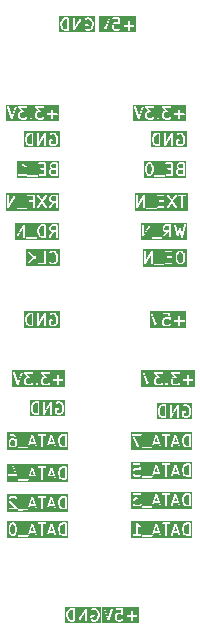
<source format=gbr>
%TF.GenerationSoftware,KiCad,Pcbnew,8.0.2*%
%TF.CreationDate,2024-05-26T23:16:47+07:00*%
%TF.ProjectId,FT600_RP2040,46543630-305f-4525-9032-3034302e6b69,rev?*%
%TF.SameCoordinates,PX7735940PY61c06a0*%
%TF.FileFunction,Legend,Bot*%
%TF.FilePolarity,Positive*%
%FSLAX46Y46*%
G04 Gerber Fmt 4.6, Leading zero omitted, Abs format (unit mm)*
G04 Created by KiCad (PCBNEW 8.0.2) date 2024-05-26 23:16:47*
%MOMM*%
%LPD*%
G01*
G04 APERTURE LIST*
%ADD10C,0.150000*%
G04 APERTURE END LIST*
D10*
G36*
X16541915Y41954761D02*
G01*
X16393248Y41953914D01*
X16276652Y41991652D01*
X16202444Y42064442D01*
X16163752Y42139579D01*
X16119134Y42313009D01*
X16117992Y42437781D01*
X16160018Y42610904D01*
X16198743Y42690714D01*
X16273022Y42766439D01*
X16386098Y42805230D01*
X16540706Y42806112D01*
X16541915Y41954761D01*
G37*
G36*
X18896950Y41694070D02*
G01*
X15858062Y41694070D01*
X15858062Y42451610D01*
X15969173Y42451610D01*
X15970440Y42313031D01*
X15969262Y42305107D01*
X15970596Y42296083D01*
X15970614Y42294121D01*
X15971036Y42293100D01*
X15971412Y42290563D01*
X16018929Y42105865D01*
X16019455Y42098468D01*
X16023657Y42087486D01*
X16023978Y42086241D01*
X16024300Y42085806D01*
X16024710Y42084736D01*
X16073400Y41990184D01*
X16077050Y41981372D01*
X16079433Y41978468D01*
X16080161Y41977055D01*
X16081659Y41975756D01*
X16086378Y41970006D01*
X16174547Y41883521D01*
X16175399Y41881817D01*
X16183043Y41875187D01*
X16192981Y41865439D01*
X16195471Y41864408D01*
X16197506Y41862643D01*
X16210932Y41856649D01*
X16353513Y41810500D01*
X16362874Y41806622D01*
X16366637Y41806252D01*
X16368125Y41805770D01*
X16370099Y41805911D01*
X16377506Y41805181D01*
X16630233Y41806622D01*
X16657269Y41817821D01*
X16677961Y41838513D01*
X16689160Y41865549D01*
X16690601Y41880181D01*
X16689181Y42880181D01*
X17016792Y42880181D01*
X17018205Y41884626D01*
X17016975Y41874942D01*
X17018226Y41870355D01*
X17018233Y41865549D01*
X17022050Y41856334D01*
X17024675Y41846710D01*
X17027602Y41842930D01*
X17029432Y41838513D01*
X17036482Y41831463D01*
X17042592Y41823573D01*
X17046745Y41821200D01*
X17050124Y41817821D01*
X17059336Y41814005D01*
X17068001Y41809054D01*
X17072744Y41808452D01*
X17077160Y41806622D01*
X17087134Y41806622D01*
X17097031Y41805364D01*
X17101643Y41806622D01*
X17106424Y41806622D01*
X17115639Y41810440D01*
X17125263Y41813064D01*
X17129043Y41815992D01*
X17133460Y41817821D01*
X17140510Y41824872D01*
X17148400Y41830981D01*
X17152752Y41837114D01*
X17154152Y41838513D01*
X17154721Y41839888D01*
X17156910Y41842971D01*
X17588617Y42600630D01*
X17589661Y41865549D01*
X17600860Y41838513D01*
X17621552Y41817821D01*
X17648588Y41806622D01*
X17677852Y41806622D01*
X17704888Y41817821D01*
X17725580Y41838513D01*
X17736779Y41865549D01*
X17738220Y41880181D01*
X17737611Y42308753D01*
X18016792Y42308753D01*
X18018233Y41960788D01*
X18022150Y41951332D01*
X18029431Y41933753D01*
X18038758Y41922388D01*
X18079583Y41882973D01*
X18080161Y41881817D01*
X18086252Y41876534D01*
X18097743Y41865440D01*
X18100231Y41864410D01*
X18102268Y41862643D01*
X18115694Y41856649D01*
X18258275Y41810500D01*
X18267636Y41806622D01*
X18271399Y41806252D01*
X18272887Y41805770D01*
X18274861Y41805911D01*
X18282268Y41805181D01*
X18377585Y41806432D01*
X18386886Y41805770D01*
X18390540Y41806602D01*
X18392138Y41806622D01*
X18393969Y41807381D01*
X18401223Y41809030D01*
X18533013Y41854241D01*
X18534995Y41854241D01*
X18544547Y41858198D01*
X18557505Y41862643D01*
X18559540Y41864409D01*
X18562031Y41865440D01*
X18573396Y41874767D01*
X18667328Y41970532D01*
X18674851Y41977055D01*
X18676863Y41980252D01*
X18677962Y41981372D01*
X18678719Y41983202D01*
X18682683Y41989498D01*
X18726951Y42080731D01*
X18731034Y42086241D01*
X18734969Y42097257D01*
X18735557Y42098467D01*
X18735595Y42099008D01*
X18735981Y42100087D01*
X18781221Y42286453D01*
X18784398Y42294121D01*
X18785295Y42303236D01*
X18785750Y42305107D01*
X18785587Y42306200D01*
X18785839Y42308753D01*
X18784571Y42447333D01*
X18785750Y42455256D01*
X18784415Y42464281D01*
X18784398Y42466242D01*
X18783975Y42467264D01*
X18783600Y42469800D01*
X18736082Y42654499D01*
X18735557Y42661896D01*
X18731353Y42672879D01*
X18731034Y42674122D01*
X18730711Y42674558D01*
X18730302Y42675627D01*
X18681613Y42770177D01*
X18677962Y42778992D01*
X18675577Y42781898D01*
X18674851Y42783308D01*
X18673354Y42784607D01*
X18668634Y42790357D01*
X18580463Y42876842D01*
X18579612Y42878545D01*
X18571969Y42885174D01*
X18562031Y42894922D01*
X18559540Y42895954D01*
X18557505Y42897719D01*
X18544080Y42903713D01*
X18401501Y42949862D01*
X18392138Y42953740D01*
X18388372Y42954111D01*
X18386886Y42954592D01*
X18384911Y42954452D01*
X18377506Y42955181D01*
X18245875Y42953977D01*
X18244029Y42954592D01*
X18233814Y42953867D01*
X18220017Y42953740D01*
X18217528Y42952710D01*
X18214839Y42952518D01*
X18201108Y42947263D01*
X18093427Y42891812D01*
X18074254Y42869704D01*
X18065000Y42841943D01*
X18067074Y42812753D01*
X18080161Y42786578D01*
X18102269Y42767405D01*
X18130030Y42758151D01*
X18159220Y42760225D01*
X18172952Y42765480D01*
X18250326Y42805325D01*
X18362078Y42806347D01*
X18478359Y42768710D01*
X18552568Y42695920D01*
X18591259Y42620785D01*
X18635877Y42447355D01*
X18637019Y42322583D01*
X18594993Y42149460D01*
X18556268Y42069650D01*
X18481991Y41993924D01*
X18368719Y41955066D01*
X18297341Y41954130D01*
X18181149Y41991738D01*
X18166666Y42005721D01*
X18165720Y42234273D01*
X18296900Y42235194D01*
X18323936Y42246393D01*
X18344628Y42267085D01*
X18355827Y42294121D01*
X18355827Y42323385D01*
X18344628Y42350421D01*
X18323936Y42371113D01*
X18296900Y42382312D01*
X18282268Y42383753D01*
X18077160Y42382312D01*
X18050124Y42371113D01*
X18029432Y42350421D01*
X18018233Y42323385D01*
X18016792Y42308753D01*
X17737611Y42308753D01*
X17736806Y42875737D01*
X17738037Y42885420D01*
X17736785Y42890008D01*
X17736779Y42894813D01*
X17732961Y42904029D01*
X17730337Y42913652D01*
X17727409Y42917433D01*
X17725580Y42921849D01*
X17718529Y42928900D01*
X17712420Y42936789D01*
X17708266Y42939163D01*
X17704888Y42942541D01*
X17695675Y42946358D01*
X17687011Y42951308D01*
X17682267Y42951911D01*
X17677852Y42953740D01*
X17667878Y42953740D01*
X17657981Y42954998D01*
X17653369Y42953740D01*
X17648588Y42953740D01*
X17639371Y42949923D01*
X17629750Y42947298D01*
X17625970Y42944372D01*
X17621552Y42942541D01*
X17614500Y42935490D01*
X17606612Y42929381D01*
X17602257Y42923247D01*
X17600860Y42921849D01*
X17600291Y42920477D01*
X17598102Y42917392D01*
X17166394Y42159733D01*
X17165351Y42894813D01*
X17154152Y42921849D01*
X17133460Y42942541D01*
X17106424Y42953740D01*
X17077160Y42953740D01*
X17050124Y42942541D01*
X17029432Y42921849D01*
X17018233Y42894813D01*
X17016792Y42880181D01*
X16689181Y42880181D01*
X16689160Y42894813D01*
X16677961Y42921849D01*
X16657269Y42942541D01*
X16630233Y42953740D01*
X16615601Y42955181D01*
X16378830Y42953831D01*
X16368125Y42954592D01*
X16364416Y42953749D01*
X16362874Y42953740D01*
X16361043Y42952982D01*
X16353788Y42951332D01*
X16221998Y42906121D01*
X16220018Y42906121D01*
X16210468Y42902166D01*
X16197506Y42897719D01*
X16195471Y42895955D01*
X16192981Y42894923D01*
X16181616Y42885595D01*
X16087684Y42789833D01*
X16080161Y42783308D01*
X16078148Y42780112D01*
X16077051Y42778992D01*
X16076293Y42777165D01*
X16072329Y42770865D01*
X16028062Y42679634D01*
X16023978Y42674122D01*
X16020040Y42663103D01*
X16019455Y42661895D01*
X16019416Y42661356D01*
X16019031Y42660276D01*
X15973790Y42473911D01*
X15970614Y42466242D01*
X15969716Y42457128D01*
X15969262Y42455256D01*
X15969424Y42454164D01*
X15969173Y42451610D01*
X15858062Y42451610D01*
X15858062Y43066292D01*
X18896950Y43066292D01*
X18896950Y41694070D01*
G37*
G36*
X18847890Y43944070D02*
G01*
X14334842Y43944070D01*
X14334842Y45120801D01*
X14445953Y45120801D01*
X14449213Y45106464D01*
X14780990Y44115587D01*
X14781361Y44110371D01*
X14785525Y44102041D01*
X14788540Y44093039D01*
X14792050Y44088992D01*
X14794447Y44084198D01*
X14801555Y44078033D01*
X14807714Y44070932D01*
X14812503Y44068538D01*
X14816554Y44065024D01*
X14825479Y44062050D01*
X14833887Y44057845D01*
X14839231Y44057466D01*
X14844317Y44055770D01*
X14853697Y44056437D01*
X14863077Y44055770D01*
X14868162Y44057466D01*
X14873507Y44057845D01*
X14881917Y44062051D01*
X14890839Y44065024D01*
X14894886Y44068535D01*
X14899680Y44070931D01*
X14905843Y44078037D01*
X14912947Y44084198D01*
X14915342Y44088990D01*
X14918854Y44093038D01*
X14924848Y44106464D01*
X15074934Y44558753D01*
X15397745Y44558753D01*
X15399037Y44332149D01*
X15398334Y44330039D01*
X15399111Y44319097D01*
X15399186Y44306026D01*
X15400217Y44303537D01*
X15400408Y44300849D01*
X15405663Y44287117D01*
X15454353Y44192565D01*
X15458003Y44183753D01*
X15460386Y44180849D01*
X15461114Y44179436D01*
X15462612Y44178137D01*
X15467330Y44172388D01*
X15516365Y44125047D01*
X15521999Y44118550D01*
X15525144Y44116571D01*
X15526315Y44115440D01*
X15528142Y44114683D01*
X15534442Y44110718D01*
X15620331Y44069043D01*
X15621553Y44067821D01*
X15630412Y44064152D01*
X15643411Y44057844D01*
X15646100Y44057653D01*
X15648589Y44056622D01*
X15663221Y44055181D01*
X15937375Y44056497D01*
X15939554Y44055770D01*
X15950674Y44056561D01*
X15963567Y44056622D01*
X15966056Y44057654D01*
X15968744Y44057844D01*
X15982476Y44063099D01*
X16077030Y44111791D01*
X16085841Y44115440D01*
X16088743Y44117823D01*
X16090157Y44118550D01*
X16091457Y44120050D01*
X16097207Y44124768D01*
X16154153Y44183753D01*
X16157747Y44192431D01*
X16351566Y44192431D01*
X16351566Y44163168D01*
X16356603Y44151009D01*
X16362765Y44136132D01*
X16372092Y44124767D01*
X16431076Y44067821D01*
X16458112Y44056622D01*
X16458113Y44056622D01*
X16487375Y44056622D01*
X16487376Y44056622D01*
X16514412Y44067821D01*
X16525777Y44077148D01*
X16582723Y44136132D01*
X16593922Y44163168D01*
X16593922Y44192431D01*
X16593876Y44192541D01*
X16582724Y44219467D01*
X16573396Y44230833D01*
X16514412Y44287780D01*
X16514411Y44287781D01*
X16498574Y44294341D01*
X16487376Y44298979D01*
X16487375Y44298979D01*
X16458112Y44298979D01*
X16446914Y44294341D01*
X16431077Y44287781D01*
X16431076Y44287780D01*
X16419710Y44278452D01*
X16362764Y44219467D01*
X16351566Y44192431D01*
X16157747Y44192431D01*
X16165351Y44210789D01*
X16165351Y44240052D01*
X16154152Y44267088D01*
X16133459Y44287781D01*
X16106423Y44298979D01*
X16077160Y44298979D01*
X16050124Y44287780D01*
X16038758Y44278452D01*
X16002113Y44240496D01*
X15933391Y44205107D01*
X15683072Y44203906D01*
X15614387Y44237233D01*
X15583060Y44267479D01*
X15547656Y44336230D01*
X15546500Y44538966D01*
X15556101Y44558753D01*
X16826316Y44558753D01*
X16827608Y44332149D01*
X16826905Y44330039D01*
X16827682Y44319097D01*
X16827757Y44306026D01*
X16828788Y44303537D01*
X16828979Y44300849D01*
X16834234Y44287117D01*
X16882924Y44192565D01*
X16886574Y44183753D01*
X16888957Y44180849D01*
X16889685Y44179436D01*
X16891183Y44178137D01*
X16895901Y44172388D01*
X16944936Y44125047D01*
X16950570Y44118550D01*
X16953715Y44116571D01*
X16954886Y44115440D01*
X16956713Y44114683D01*
X16963013Y44110718D01*
X17048902Y44069043D01*
X17050124Y44067821D01*
X17058983Y44064152D01*
X17071982Y44057844D01*
X17074671Y44057653D01*
X17077160Y44056622D01*
X17091792Y44055181D01*
X17365946Y44056497D01*
X17368125Y44055770D01*
X17379245Y44056561D01*
X17392138Y44056622D01*
X17394627Y44057654D01*
X17397315Y44057844D01*
X17411047Y44063099D01*
X17505601Y44111791D01*
X17514412Y44115440D01*
X17517314Y44117823D01*
X17518728Y44118550D01*
X17520028Y44120050D01*
X17525778Y44124768D01*
X17582724Y44183753D01*
X17593922Y44210789D01*
X17593922Y44240052D01*
X17582723Y44267088D01*
X17562030Y44287781D01*
X17534994Y44298979D01*
X17505731Y44298979D01*
X17478695Y44287780D01*
X17467329Y44278452D01*
X17430684Y44240496D01*
X17361962Y44205107D01*
X17111643Y44203906D01*
X17042958Y44237233D01*
X17011631Y44267479D01*
X16976227Y44336230D01*
X16975146Y44525766D01*
X17827757Y44525766D01*
X17827757Y44496502D01*
X17838956Y44469466D01*
X17859648Y44448774D01*
X17886684Y44437575D01*
X17901316Y44436134D01*
X18208113Y44436704D01*
X18208709Y44115549D01*
X18219908Y44088513D01*
X18240600Y44067821D01*
X18267636Y44056622D01*
X18296900Y44056622D01*
X18323936Y44067821D01*
X18344628Y44088513D01*
X18355827Y44115549D01*
X18357268Y44130181D01*
X18356698Y44436980D01*
X18677852Y44437575D01*
X18704888Y44448774D01*
X18725580Y44469466D01*
X18736779Y44496502D01*
X18736779Y44525766D01*
X18725580Y44552802D01*
X18704888Y44573494D01*
X18677852Y44584693D01*
X18663220Y44586134D01*
X18356422Y44585565D01*
X18355827Y44906718D01*
X18344628Y44933754D01*
X18323936Y44954446D01*
X18296900Y44965645D01*
X18267636Y44965645D01*
X18240600Y44954446D01*
X18219908Y44933754D01*
X18208709Y44906718D01*
X18207268Y44892086D01*
X18207837Y44585289D01*
X17886684Y44584693D01*
X17859648Y44573494D01*
X17838956Y44552802D01*
X17827757Y44525766D01*
X16975146Y44525766D01*
X16975071Y44538966D01*
X17008368Y44607588D01*
X17038612Y44638915D01*
X17107469Y44674373D01*
X17234263Y44675533D01*
X17244355Y44674860D01*
X17246679Y44675647D01*
X17249281Y44675670D01*
X17260538Y44680334D01*
X17272076Y44684235D01*
X17273980Y44685901D01*
X17276317Y44686869D01*
X17284927Y44695480D01*
X17294100Y44703505D01*
X17295222Y44705775D01*
X17297009Y44707561D01*
X17301669Y44718812D01*
X17307072Y44729737D01*
X17307240Y44732261D01*
X17308208Y44734597D01*
X17308208Y44746782D01*
X17309018Y44758935D01*
X17308208Y44761331D01*
X17308208Y44763861D01*
X17303544Y44775119D01*
X17299643Y44786656D01*
X17297557Y44789574D01*
X17297009Y44790897D01*
X17295613Y44792293D01*
X17291092Y44798617D01*
X17065015Y45055554D01*
X17534995Y45056622D01*
X17562031Y45067821D01*
X17582723Y45088513D01*
X17593922Y45115549D01*
X17593922Y45144813D01*
X17582723Y45171849D01*
X17562031Y45192541D01*
X17534995Y45203740D01*
X17520363Y45205181D01*
X16903199Y45203778D01*
X16891610Y45204550D01*
X16889232Y45203746D01*
X16886684Y45203740D01*
X16875426Y45199077D01*
X16863889Y45195175D01*
X16861984Y45193510D01*
X16859648Y45192541D01*
X16851037Y45183931D01*
X16841865Y45175905D01*
X16840742Y45173636D01*
X16838956Y45171849D01*
X16834295Y45160599D01*
X16828893Y45149673D01*
X16828724Y45147150D01*
X16827757Y45144813D01*
X16827757Y45132629D01*
X16826947Y45120475D01*
X16827757Y45118080D01*
X16827757Y45115549D01*
X16832420Y45104292D01*
X16836322Y45092754D01*
X16838407Y45089837D01*
X16838956Y45088513D01*
X16840351Y45087118D01*
X16844873Y45080793D01*
X17072908Y44821632D01*
X17071982Y44821566D01*
X17058251Y44816311D01*
X16963696Y44767620D01*
X16954886Y44763970D01*
X16951983Y44761588D01*
X16950570Y44760860D01*
X16949270Y44759362D01*
X16943521Y44754643D01*
X16896179Y44705608D01*
X16889685Y44699975D01*
X16887705Y44696830D01*
X16886575Y44695659D01*
X16885817Y44693832D01*
X16881853Y44687532D01*
X16840178Y44601644D01*
X16838956Y44600421D01*
X16835283Y44591556D01*
X16828979Y44578562D01*
X16828788Y44575875D01*
X16827757Y44573385D01*
X16826316Y44558753D01*
X15556101Y44558753D01*
X15579797Y44607588D01*
X15610041Y44638915D01*
X15678898Y44674373D01*
X15805692Y44675533D01*
X15815784Y44674860D01*
X15818108Y44675647D01*
X15820710Y44675670D01*
X15831967Y44680334D01*
X15843505Y44684235D01*
X15845409Y44685901D01*
X15847746Y44686869D01*
X15856356Y44695480D01*
X15865529Y44703505D01*
X15866651Y44705775D01*
X15868438Y44707561D01*
X15873098Y44718812D01*
X15878501Y44729737D01*
X15878669Y44732261D01*
X15879637Y44734597D01*
X15879637Y44746782D01*
X15880447Y44758935D01*
X15879637Y44761331D01*
X15879637Y44763861D01*
X15874973Y44775119D01*
X15871072Y44786656D01*
X15868986Y44789574D01*
X15868438Y44790897D01*
X15867042Y44792293D01*
X15862521Y44798617D01*
X15636444Y45055554D01*
X16106424Y45056622D01*
X16133460Y45067821D01*
X16154152Y45088513D01*
X16165351Y45115549D01*
X16165351Y45144813D01*
X16154152Y45171849D01*
X16133460Y45192541D01*
X16106424Y45203740D01*
X16091792Y45205181D01*
X15474628Y45203778D01*
X15463039Y45204550D01*
X15460661Y45203746D01*
X15458113Y45203740D01*
X15446855Y45199077D01*
X15435318Y45195175D01*
X15433413Y45193510D01*
X15431077Y45192541D01*
X15422466Y45183931D01*
X15413294Y45175905D01*
X15412171Y45173636D01*
X15410385Y45171849D01*
X15405724Y45160599D01*
X15400322Y45149673D01*
X15400153Y45147150D01*
X15399186Y45144813D01*
X15399186Y45132629D01*
X15398376Y45120475D01*
X15399186Y45118080D01*
X15399186Y45115549D01*
X15403849Y45104292D01*
X15407751Y45092754D01*
X15409836Y45089837D01*
X15410385Y45088513D01*
X15411780Y45087118D01*
X15416302Y45080793D01*
X15644337Y44821632D01*
X15643411Y44821566D01*
X15629680Y44816311D01*
X15535125Y44767620D01*
X15526315Y44763970D01*
X15523412Y44761588D01*
X15521999Y44760860D01*
X15520699Y44759362D01*
X15514950Y44754643D01*
X15467608Y44705608D01*
X15461114Y44699975D01*
X15459134Y44696830D01*
X15458004Y44695659D01*
X15457246Y44693832D01*
X15453282Y44687532D01*
X15411607Y44601644D01*
X15410385Y44600421D01*
X15406712Y44591556D01*
X15400408Y44578562D01*
X15400217Y44575875D01*
X15399186Y44573385D01*
X15397745Y44558753D01*
X15074934Y44558753D01*
X15261441Y45120800D01*
X15259366Y45149990D01*
X15246280Y45176164D01*
X15224172Y45195338D01*
X15196410Y45204592D01*
X15167220Y45202517D01*
X15141047Y45189430D01*
X15121873Y45167323D01*
X15115879Y45153898D01*
X14854129Y44365105D01*
X14585521Y45167324D01*
X14566347Y45189431D01*
X14540174Y45202517D01*
X14510984Y45204592D01*
X14483221Y45195338D01*
X14461114Y45176164D01*
X14448028Y45149991D01*
X14445953Y45120801D01*
X14334842Y45120801D01*
X14334842Y45316292D01*
X18847890Y45316292D01*
X18847890Y43944070D01*
G37*
G36*
X16488758Y9240594D02*
G01*
X16218718Y9239801D01*
X16353263Y9645258D01*
X16488758Y9240594D01*
G37*
G36*
X19089534Y8954761D02*
G01*
X18940867Y8953914D01*
X18824271Y8991652D01*
X18750063Y9064442D01*
X18711371Y9139579D01*
X18666753Y9313009D01*
X18665611Y9437781D01*
X18707637Y9610904D01*
X18746362Y9690714D01*
X18820641Y9766439D01*
X18933717Y9805230D01*
X19088325Y9806112D01*
X19089534Y8954761D01*
G37*
G36*
X18107806Y9240594D02*
G01*
X17837766Y9239801D01*
X17972311Y9645258D01*
X18107806Y9240594D01*
G37*
G36*
X19349331Y8598832D02*
G01*
X14216645Y8598832D01*
X14216645Y8799575D01*
X15089661Y8799575D01*
X15089661Y8770311D01*
X15100860Y8743275D01*
X15121552Y8722583D01*
X15148588Y8711384D01*
X15163220Y8709943D01*
X15939757Y8711384D01*
X15966793Y8722583D01*
X15987485Y8743275D01*
X15998684Y8770311D01*
X15998684Y8799575D01*
X15993736Y8811519D01*
X16010983Y8805770D01*
X16040173Y8807845D01*
X16066346Y8820931D01*
X16085520Y8843038D01*
X16091514Y8856464D01*
X16169359Y9091054D01*
X16538465Y9092138D01*
X16621872Y8843039D01*
X16641046Y8820932D01*
X16667219Y8807845D01*
X16696409Y8805770D01*
X16724171Y8815024D01*
X16746279Y8834198D01*
X16759365Y8860372D01*
X16761440Y8889562D01*
X16758180Y8903898D01*
X16426402Y9894777D01*
X16426399Y9894813D01*
X16803947Y9894813D01*
X16803947Y9865549D01*
X16815146Y9838513D01*
X16835838Y9817821D01*
X16862874Y9806622D01*
X16877506Y9805181D01*
X17088325Y9805700D01*
X17089661Y8865549D01*
X17100860Y8838513D01*
X17121552Y8817821D01*
X17148588Y8806622D01*
X17177852Y8806622D01*
X17204888Y8817821D01*
X17225580Y8838513D01*
X17236779Y8865549D01*
X17238220Y8880181D01*
X17238207Y8889561D01*
X17565000Y8889561D01*
X17567075Y8860371D01*
X17580161Y8834198D01*
X17602268Y8815024D01*
X17630031Y8805770D01*
X17659221Y8807845D01*
X17685394Y8820931D01*
X17704568Y8843038D01*
X17710562Y8856464D01*
X17788407Y9091054D01*
X18157513Y9092138D01*
X18240920Y8843039D01*
X18260094Y8820932D01*
X18286267Y8807845D01*
X18315457Y8805770D01*
X18343219Y8815024D01*
X18365327Y8834198D01*
X18378413Y8860372D01*
X18380488Y8889562D01*
X18377228Y8903898D01*
X18193836Y9451610D01*
X18516792Y9451610D01*
X18518059Y9313031D01*
X18516881Y9305107D01*
X18518215Y9296083D01*
X18518233Y9294121D01*
X18518655Y9293100D01*
X18519031Y9290563D01*
X18566548Y9105865D01*
X18567074Y9098468D01*
X18571276Y9087486D01*
X18571597Y9086241D01*
X18571919Y9085806D01*
X18572329Y9084736D01*
X18621019Y8990184D01*
X18624669Y8981372D01*
X18627052Y8978468D01*
X18627780Y8977055D01*
X18629278Y8975756D01*
X18633997Y8970006D01*
X18722166Y8883521D01*
X18723018Y8881817D01*
X18730662Y8875187D01*
X18740600Y8865439D01*
X18743090Y8864408D01*
X18745125Y8862643D01*
X18758551Y8856649D01*
X18901132Y8810500D01*
X18910493Y8806622D01*
X18914256Y8806252D01*
X18915744Y8805770D01*
X18917718Y8805911D01*
X18925125Y8805181D01*
X19177852Y8806622D01*
X19204888Y8817821D01*
X19225580Y8838513D01*
X19236779Y8865549D01*
X19238220Y8880181D01*
X19236779Y9894813D01*
X19225580Y9921849D01*
X19204888Y9942541D01*
X19177852Y9953740D01*
X19163220Y9955181D01*
X18926449Y9953831D01*
X18915744Y9954592D01*
X18912035Y9953749D01*
X18910493Y9953740D01*
X18908662Y9952982D01*
X18901407Y9951332D01*
X18769617Y9906121D01*
X18767637Y9906121D01*
X18758087Y9902166D01*
X18745125Y9897719D01*
X18743090Y9895955D01*
X18740600Y9894923D01*
X18729235Y9885595D01*
X18635303Y9789833D01*
X18627780Y9783308D01*
X18625767Y9780112D01*
X18624670Y9778992D01*
X18623912Y9777165D01*
X18619948Y9770865D01*
X18575681Y9679634D01*
X18571597Y9674122D01*
X18567659Y9663103D01*
X18567074Y9661895D01*
X18567035Y9661356D01*
X18566650Y9660276D01*
X18521409Y9473911D01*
X18518233Y9466242D01*
X18517335Y9457128D01*
X18516881Y9455256D01*
X18517043Y9454164D01*
X18516792Y9451610D01*
X18193836Y9451610D01*
X18045450Y9894777D01*
X18045080Y9899990D01*
X18040916Y9908317D01*
X18037901Y9917324D01*
X18034389Y9921373D01*
X18031994Y9926164D01*
X18024890Y9932326D01*
X18018727Y9939431D01*
X18013933Y9941828D01*
X18009886Y9945338D01*
X18000964Y9948312D01*
X17992554Y9952517D01*
X17987209Y9952897D01*
X17982124Y9954592D01*
X17972744Y9953926D01*
X17963364Y9954592D01*
X17958278Y9952897D01*
X17952934Y9952517D01*
X17944526Y9948313D01*
X17935601Y9945338D01*
X17931550Y9941825D01*
X17926761Y9939430D01*
X17920602Y9932330D01*
X17913494Y9926164D01*
X17911097Y9921371D01*
X17907587Y9917323D01*
X17901593Y9903898D01*
X17663418Y9186150D01*
X17661090Y9180528D01*
X17661090Y9179133D01*
X17565000Y8889561D01*
X17238207Y8889561D01*
X17236905Y9806065D01*
X17463566Y9806622D01*
X17490602Y9817821D01*
X17511294Y9838513D01*
X17522493Y9865549D01*
X17522493Y9894813D01*
X17511294Y9921849D01*
X17490602Y9942541D01*
X17463566Y9953740D01*
X17448934Y9955181D01*
X16862874Y9953740D01*
X16835838Y9942541D01*
X16815146Y9921849D01*
X16803947Y9894813D01*
X16426399Y9894813D01*
X16426032Y9899990D01*
X16421868Y9908317D01*
X16418853Y9917324D01*
X16415341Y9921373D01*
X16412946Y9926164D01*
X16405842Y9932326D01*
X16399679Y9939431D01*
X16394885Y9941828D01*
X16390838Y9945338D01*
X16381916Y9948312D01*
X16373506Y9952517D01*
X16368161Y9952897D01*
X16363076Y9954592D01*
X16353696Y9953926D01*
X16344316Y9954592D01*
X16339230Y9952897D01*
X16333886Y9952517D01*
X16325478Y9948313D01*
X16316553Y9945338D01*
X16312502Y9941825D01*
X16307713Y9939430D01*
X16301554Y9932330D01*
X16294446Y9926164D01*
X16292049Y9921371D01*
X16288539Y9917323D01*
X16282545Y9903898D01*
X16044370Y9186150D01*
X16042042Y9180528D01*
X16042042Y9179133D01*
X15945952Y8889561D01*
X15948027Y8860371D01*
X15951365Y8853694D01*
X15939757Y8858502D01*
X15925125Y8859943D01*
X15148588Y8858502D01*
X15121552Y8847303D01*
X15100860Y8826611D01*
X15089661Y8799575D01*
X14216645Y8799575D01*
X14216645Y8894813D01*
X14327756Y8894813D01*
X14327756Y8865549D01*
X14338955Y8838513D01*
X14359647Y8817821D01*
X14386683Y8806622D01*
X14401315Y8805181D01*
X14987375Y8806622D01*
X15014411Y8817821D01*
X15035103Y8838513D01*
X15046302Y8865549D01*
X15046302Y8894813D01*
X15035103Y8921849D01*
X15014411Y8942541D01*
X14987375Y8953740D01*
X14972743Y8955181D01*
X14761923Y8954663D01*
X14760931Y9653200D01*
X14825001Y9590354D01*
X14831521Y9582836D01*
X14834714Y9580826D01*
X14835837Y9579725D01*
X14837669Y9578967D01*
X14843964Y9575004D01*
X14952933Y9522130D01*
X14982123Y9520056D01*
X15009885Y9529310D01*
X15031992Y9548483D01*
X15045080Y9574658D01*
X15047154Y9603848D01*
X15037900Y9631609D01*
X15018727Y9653717D01*
X15006284Y9661549D01*
X14924115Y9701419D01*
X14843824Y9780175D01*
X14751910Y9915762D01*
X14749389Y9921849D01*
X14744406Y9926832D01*
X14740117Y9933159D01*
X14733947Y9937291D01*
X14728697Y9942541D01*
X14721907Y9945354D01*
X14715802Y9949442D01*
X14708521Y9950899D01*
X14701661Y9953740D01*
X14694313Y9953740D01*
X14687108Y9955181D01*
X14679824Y9953740D01*
X14672397Y9953740D01*
X14665608Y9950928D01*
X14658400Y9949502D01*
X14652221Y9945383D01*
X14645361Y9942541D01*
X14640165Y9937346D01*
X14634051Y9933269D01*
X14629919Y9927100D01*
X14624669Y9921849D01*
X14621856Y9915060D01*
X14617768Y9908954D01*
X14616311Y9901674D01*
X14613470Y9894813D01*
X14612044Y9880337D01*
X14612029Y9880260D01*
X14612034Y9880234D01*
X14612029Y9880181D01*
X14613343Y8954298D01*
X14386683Y8953740D01*
X14359647Y8942541D01*
X14338955Y8921849D01*
X14327756Y8894813D01*
X14216645Y8894813D01*
X14216645Y10066292D01*
X19349331Y10066292D01*
X19349331Y8598832D01*
G37*
G36*
X16488758Y11740594D02*
G01*
X16218718Y11739801D01*
X16353263Y12145258D01*
X16488758Y11740594D01*
G37*
G36*
X19089534Y11454761D02*
G01*
X18940867Y11453914D01*
X18824271Y11491652D01*
X18750063Y11564442D01*
X18711371Y11639579D01*
X18666753Y11813009D01*
X18665611Y11937781D01*
X18707637Y12110904D01*
X18746362Y12190714D01*
X18820641Y12266439D01*
X18933717Y12305230D01*
X19088325Y12306112D01*
X19089534Y11454761D01*
G37*
G36*
X18107806Y11740594D02*
G01*
X17837766Y11739801D01*
X17972311Y12145258D01*
X18107806Y11740594D01*
G37*
G36*
X19349331Y11098832D02*
G01*
X14215204Y11098832D01*
X14215204Y11299575D01*
X15089661Y11299575D01*
X15089661Y11270311D01*
X15100860Y11243275D01*
X15121552Y11222583D01*
X15148588Y11211384D01*
X15163220Y11209943D01*
X15939757Y11211384D01*
X15966793Y11222583D01*
X15987485Y11243275D01*
X15998684Y11270311D01*
X15998684Y11299575D01*
X15993736Y11311519D01*
X16010983Y11305770D01*
X16040173Y11307845D01*
X16066346Y11320931D01*
X16085520Y11343038D01*
X16091514Y11356464D01*
X16169359Y11591054D01*
X16538465Y11592138D01*
X16621872Y11343039D01*
X16641046Y11320932D01*
X16667219Y11307845D01*
X16696409Y11305770D01*
X16724171Y11315024D01*
X16746279Y11334198D01*
X16759365Y11360372D01*
X16761440Y11389562D01*
X16758180Y11403898D01*
X16426402Y12394777D01*
X16426399Y12394813D01*
X16803947Y12394813D01*
X16803947Y12365549D01*
X16815146Y12338513D01*
X16835838Y12317821D01*
X16862874Y12306622D01*
X16877506Y12305181D01*
X17088325Y12305700D01*
X17089661Y11365549D01*
X17100860Y11338513D01*
X17121552Y11317821D01*
X17148588Y11306622D01*
X17177852Y11306622D01*
X17204888Y11317821D01*
X17225580Y11338513D01*
X17236779Y11365549D01*
X17238220Y11380181D01*
X17238207Y11389561D01*
X17565000Y11389561D01*
X17567075Y11360371D01*
X17580161Y11334198D01*
X17602268Y11315024D01*
X17630031Y11305770D01*
X17659221Y11307845D01*
X17685394Y11320931D01*
X17704568Y11343038D01*
X17710562Y11356464D01*
X17788407Y11591054D01*
X18157513Y11592138D01*
X18240920Y11343039D01*
X18260094Y11320932D01*
X18286267Y11307845D01*
X18315457Y11305770D01*
X18343219Y11315024D01*
X18365327Y11334198D01*
X18378413Y11360372D01*
X18380488Y11389562D01*
X18377228Y11403898D01*
X18193836Y11951610D01*
X18516792Y11951610D01*
X18518059Y11813031D01*
X18516881Y11805107D01*
X18518215Y11796083D01*
X18518233Y11794121D01*
X18518655Y11793100D01*
X18519031Y11790563D01*
X18566548Y11605865D01*
X18567074Y11598468D01*
X18571276Y11587486D01*
X18571597Y11586241D01*
X18571919Y11585806D01*
X18572329Y11584736D01*
X18621019Y11490184D01*
X18624669Y11481372D01*
X18627052Y11478468D01*
X18627780Y11477055D01*
X18629278Y11475756D01*
X18633997Y11470006D01*
X18722166Y11383521D01*
X18723018Y11381817D01*
X18730662Y11375187D01*
X18740600Y11365439D01*
X18743090Y11364408D01*
X18745125Y11362643D01*
X18758551Y11356649D01*
X18901132Y11310500D01*
X18910493Y11306622D01*
X18914256Y11306252D01*
X18915744Y11305770D01*
X18917718Y11305911D01*
X18925125Y11305181D01*
X19177852Y11306622D01*
X19204888Y11317821D01*
X19225580Y11338513D01*
X19236779Y11365549D01*
X19238220Y11380181D01*
X19236779Y12394813D01*
X19225580Y12421849D01*
X19204888Y12442541D01*
X19177852Y12453740D01*
X19163220Y12455181D01*
X18926449Y12453831D01*
X18915744Y12454592D01*
X18912035Y12453749D01*
X18910493Y12453740D01*
X18908662Y12452982D01*
X18901407Y12451332D01*
X18769617Y12406121D01*
X18767637Y12406121D01*
X18758087Y12402166D01*
X18745125Y12397719D01*
X18743090Y12395955D01*
X18740600Y12394923D01*
X18729235Y12385595D01*
X18635303Y12289833D01*
X18627780Y12283308D01*
X18625767Y12280112D01*
X18624670Y12278992D01*
X18623912Y12277165D01*
X18619948Y12270865D01*
X18575681Y12179634D01*
X18571597Y12174122D01*
X18567659Y12163103D01*
X18567074Y12161895D01*
X18567035Y12161356D01*
X18566650Y12160276D01*
X18521409Y11973911D01*
X18518233Y11966242D01*
X18517335Y11957128D01*
X18516881Y11955256D01*
X18517043Y11954164D01*
X18516792Y11951610D01*
X18193836Y11951610D01*
X18045450Y12394777D01*
X18045080Y12399990D01*
X18040916Y12408317D01*
X18037901Y12417324D01*
X18034389Y12421373D01*
X18031994Y12426164D01*
X18024890Y12432326D01*
X18018727Y12439431D01*
X18013933Y12441828D01*
X18009886Y12445338D01*
X18000964Y12448312D01*
X17992554Y12452517D01*
X17987209Y12452897D01*
X17982124Y12454592D01*
X17972744Y12453926D01*
X17963364Y12454592D01*
X17958278Y12452897D01*
X17952934Y12452517D01*
X17944526Y12448313D01*
X17935601Y12445338D01*
X17931550Y12441825D01*
X17926761Y12439430D01*
X17920602Y12432330D01*
X17913494Y12426164D01*
X17911097Y12421371D01*
X17907587Y12417323D01*
X17901593Y12403898D01*
X17663418Y11686150D01*
X17661090Y11680528D01*
X17661090Y11679133D01*
X17565000Y11389561D01*
X17238207Y11389561D01*
X17236905Y12306065D01*
X17463566Y12306622D01*
X17490602Y12317821D01*
X17511294Y12338513D01*
X17522493Y12365549D01*
X17522493Y12394813D01*
X17511294Y12421849D01*
X17490602Y12442541D01*
X17463566Y12453740D01*
X17448934Y12455181D01*
X16862874Y12453740D01*
X16835838Y12442541D01*
X16815146Y12421849D01*
X16803947Y12394813D01*
X16426399Y12394813D01*
X16426032Y12399990D01*
X16421868Y12408317D01*
X16418853Y12417324D01*
X16415341Y12421373D01*
X16412946Y12426164D01*
X16405842Y12432326D01*
X16399679Y12439431D01*
X16394885Y12441828D01*
X16390838Y12445338D01*
X16381916Y12448312D01*
X16373506Y12452517D01*
X16368161Y12452897D01*
X16363076Y12454592D01*
X16353696Y12453926D01*
X16344316Y12454592D01*
X16339230Y12452897D01*
X16333886Y12452517D01*
X16325478Y12448313D01*
X16316553Y12445338D01*
X16312502Y12441825D01*
X16307713Y12439430D01*
X16301554Y12432330D01*
X16294446Y12426164D01*
X16292049Y12421371D01*
X16288539Y12417323D01*
X16282545Y12403898D01*
X16044370Y11686150D01*
X16042042Y11680528D01*
X16042042Y11679133D01*
X15945952Y11389561D01*
X15948027Y11360371D01*
X15951365Y11353694D01*
X15939757Y11358502D01*
X15925125Y11359943D01*
X15148588Y11358502D01*
X15121552Y11347303D01*
X15100860Y11326611D01*
X15089661Y11299575D01*
X14215204Y11299575D01*
X14215204Y11808753D01*
X14326315Y11808753D01*
X14327607Y11582149D01*
X14326904Y11580039D01*
X14327681Y11569097D01*
X14327756Y11556026D01*
X14328787Y11553537D01*
X14328978Y11550849D01*
X14334233Y11537117D01*
X14382923Y11442565D01*
X14386573Y11433753D01*
X14388956Y11430849D01*
X14389684Y11429436D01*
X14391182Y11428137D01*
X14395900Y11422388D01*
X14444935Y11375047D01*
X14450569Y11368550D01*
X14453714Y11366571D01*
X14454885Y11365440D01*
X14456712Y11364683D01*
X14463012Y11360718D01*
X14548901Y11319043D01*
X14550123Y11317821D01*
X14558982Y11314152D01*
X14571981Y11307844D01*
X14574670Y11307653D01*
X14577159Y11306622D01*
X14591791Y11305181D01*
X14865945Y11306497D01*
X14868124Y11305770D01*
X14879244Y11306561D01*
X14892137Y11306622D01*
X14894626Y11307654D01*
X14897314Y11307844D01*
X14911046Y11313099D01*
X15005600Y11361791D01*
X15014411Y11365440D01*
X15017313Y11367823D01*
X15018727Y11368550D01*
X15020027Y11370050D01*
X15025777Y11374768D01*
X15082723Y11433753D01*
X15093921Y11460789D01*
X15093921Y11490052D01*
X15082722Y11517088D01*
X15062029Y11537781D01*
X15034993Y11548979D01*
X15005730Y11548979D01*
X14978694Y11537780D01*
X14967328Y11528452D01*
X14930683Y11490496D01*
X14861961Y11455107D01*
X14611642Y11453906D01*
X14542957Y11487233D01*
X14511630Y11517479D01*
X14476226Y11586230D01*
X14475070Y11788966D01*
X14508367Y11857588D01*
X14538611Y11888915D01*
X14607468Y11924373D01*
X14734262Y11925533D01*
X14744354Y11924860D01*
X14746678Y11925647D01*
X14749280Y11925670D01*
X14760537Y11930334D01*
X14772075Y11934235D01*
X14773979Y11935901D01*
X14776316Y11936869D01*
X14784926Y11945480D01*
X14794099Y11953505D01*
X14795221Y11955775D01*
X14797008Y11957561D01*
X14801668Y11968812D01*
X14807071Y11979737D01*
X14807239Y11982261D01*
X14808207Y11984597D01*
X14808207Y11996782D01*
X14809017Y12008935D01*
X14808207Y12011331D01*
X14808207Y12013861D01*
X14803543Y12025119D01*
X14799642Y12036656D01*
X14797556Y12039574D01*
X14797008Y12040897D01*
X14795612Y12042293D01*
X14791091Y12048617D01*
X14565014Y12305554D01*
X15034994Y12306622D01*
X15062030Y12317821D01*
X15082722Y12338513D01*
X15093921Y12365549D01*
X15093921Y12394813D01*
X15082722Y12421849D01*
X15062030Y12442541D01*
X15034994Y12453740D01*
X15020362Y12455181D01*
X14403198Y12453778D01*
X14391609Y12454550D01*
X14389231Y12453746D01*
X14386683Y12453740D01*
X14375425Y12449077D01*
X14363888Y12445175D01*
X14361983Y12443510D01*
X14359647Y12442541D01*
X14351036Y12433931D01*
X14341864Y12425905D01*
X14340741Y12423636D01*
X14338955Y12421849D01*
X14334294Y12410599D01*
X14328892Y12399673D01*
X14328723Y12397150D01*
X14327756Y12394813D01*
X14327756Y12382629D01*
X14326946Y12370475D01*
X14327756Y12368080D01*
X14327756Y12365549D01*
X14332419Y12354292D01*
X14336321Y12342754D01*
X14338406Y12339837D01*
X14338955Y12338513D01*
X14340350Y12337118D01*
X14344872Y12330793D01*
X14572907Y12071632D01*
X14571981Y12071566D01*
X14558250Y12066311D01*
X14463695Y12017620D01*
X14454885Y12013970D01*
X14451982Y12011588D01*
X14450569Y12010860D01*
X14449269Y12009362D01*
X14443520Y12004643D01*
X14396178Y11955608D01*
X14389684Y11949975D01*
X14387704Y11946830D01*
X14386574Y11945659D01*
X14385816Y11943832D01*
X14381852Y11937532D01*
X14340177Y11851644D01*
X14338955Y11850421D01*
X14335282Y11841556D01*
X14328978Y11828562D01*
X14328787Y11825875D01*
X14327756Y11823385D01*
X14326315Y11808753D01*
X14215204Y11808753D01*
X14215204Y12566292D01*
X19349331Y12566292D01*
X19349331Y11098832D01*
G37*
G36*
X5988758Y9240594D02*
G01*
X5718718Y9239801D01*
X5853263Y9645258D01*
X5988758Y9240594D01*
G37*
G36*
X4283482Y9773129D02*
G01*
X4314809Y9742885D01*
X4353163Y9668404D01*
X4397766Y9495032D01*
X4399019Y9275359D01*
X4356897Y9101841D01*
X4318072Y9021825D01*
X4287826Y8990496D01*
X4218846Y8954974D01*
X4158685Y8954185D01*
X4090576Y8987233D01*
X4059249Y9017479D01*
X4020894Y9091960D01*
X3976291Y9265332D01*
X3975038Y9485005D01*
X4017160Y9658523D01*
X4055986Y9738540D01*
X4086230Y9769867D01*
X4155211Y9805389D01*
X4215372Y9806178D01*
X4283482Y9773129D01*
G37*
G36*
X8589534Y8954761D02*
G01*
X8440867Y8953914D01*
X8324271Y8991652D01*
X8250063Y9064442D01*
X8211371Y9139579D01*
X8166753Y9313009D01*
X8165611Y9437781D01*
X8207637Y9610904D01*
X8246362Y9690714D01*
X8320641Y9766439D01*
X8433717Y9805230D01*
X8588325Y9806112D01*
X8589534Y8954761D01*
G37*
G36*
X7607806Y9240594D02*
G01*
X7337766Y9239801D01*
X7472311Y9645258D01*
X7607806Y9240594D01*
G37*
G36*
X8849331Y8598832D02*
G01*
X3715204Y8598832D01*
X3715204Y8799575D01*
X4589661Y8799575D01*
X4589661Y8770311D01*
X4600860Y8743275D01*
X4621552Y8722583D01*
X4648588Y8711384D01*
X4663220Y8709943D01*
X5439757Y8711384D01*
X5466793Y8722583D01*
X5487485Y8743275D01*
X5498684Y8770311D01*
X5498684Y8799575D01*
X5493736Y8811519D01*
X5510983Y8805770D01*
X5540173Y8807845D01*
X5566346Y8820931D01*
X5585520Y8843038D01*
X5591514Y8856464D01*
X5669359Y9091054D01*
X6038465Y9092138D01*
X6121872Y8843039D01*
X6141046Y8820932D01*
X6167219Y8807845D01*
X6196409Y8805770D01*
X6224171Y8815024D01*
X6246279Y8834198D01*
X6259365Y8860372D01*
X6261440Y8889562D01*
X6258180Y8903898D01*
X5926402Y9894777D01*
X5926399Y9894813D01*
X6303947Y9894813D01*
X6303947Y9865549D01*
X6315146Y9838513D01*
X6335838Y9817821D01*
X6362874Y9806622D01*
X6377506Y9805181D01*
X6588325Y9805700D01*
X6589661Y8865549D01*
X6600860Y8838513D01*
X6621552Y8817821D01*
X6648588Y8806622D01*
X6677852Y8806622D01*
X6704888Y8817821D01*
X6725580Y8838513D01*
X6736779Y8865549D01*
X6738220Y8880181D01*
X6738207Y8889561D01*
X7065000Y8889561D01*
X7067075Y8860371D01*
X7080161Y8834198D01*
X7102268Y8815024D01*
X7130031Y8805770D01*
X7159221Y8807845D01*
X7185394Y8820931D01*
X7204568Y8843038D01*
X7210562Y8856464D01*
X7288407Y9091054D01*
X7657513Y9092138D01*
X7740920Y8843039D01*
X7760094Y8820932D01*
X7786267Y8807845D01*
X7815457Y8805770D01*
X7843219Y8815024D01*
X7865327Y8834198D01*
X7878413Y8860372D01*
X7880488Y8889562D01*
X7877228Y8903898D01*
X7693836Y9451610D01*
X8016792Y9451610D01*
X8018059Y9313031D01*
X8016881Y9305107D01*
X8018215Y9296083D01*
X8018233Y9294121D01*
X8018655Y9293100D01*
X8019031Y9290563D01*
X8066548Y9105865D01*
X8067074Y9098468D01*
X8071276Y9087486D01*
X8071597Y9086241D01*
X8071919Y9085806D01*
X8072329Y9084736D01*
X8121019Y8990184D01*
X8124669Y8981372D01*
X8127052Y8978468D01*
X8127780Y8977055D01*
X8129278Y8975756D01*
X8133997Y8970006D01*
X8222166Y8883521D01*
X8223018Y8881817D01*
X8230662Y8875187D01*
X8240600Y8865439D01*
X8243090Y8864408D01*
X8245125Y8862643D01*
X8258551Y8856649D01*
X8401132Y8810500D01*
X8410493Y8806622D01*
X8414256Y8806252D01*
X8415744Y8805770D01*
X8417718Y8805911D01*
X8425125Y8805181D01*
X8677852Y8806622D01*
X8704888Y8817821D01*
X8725580Y8838513D01*
X8736779Y8865549D01*
X8738220Y8880181D01*
X8736779Y9894813D01*
X8725580Y9921849D01*
X8704888Y9942541D01*
X8677852Y9953740D01*
X8663220Y9955181D01*
X8426449Y9953831D01*
X8415744Y9954592D01*
X8412035Y9953749D01*
X8410493Y9953740D01*
X8408662Y9952982D01*
X8401407Y9951332D01*
X8269617Y9906121D01*
X8267637Y9906121D01*
X8258087Y9902166D01*
X8245125Y9897719D01*
X8243090Y9895955D01*
X8240600Y9894923D01*
X8229235Y9885595D01*
X8135303Y9789833D01*
X8127780Y9783308D01*
X8125767Y9780112D01*
X8124670Y9778992D01*
X8123912Y9777165D01*
X8119948Y9770865D01*
X8075681Y9679634D01*
X8071597Y9674122D01*
X8067659Y9663103D01*
X8067074Y9661895D01*
X8067035Y9661356D01*
X8066650Y9660276D01*
X8021409Y9473911D01*
X8018233Y9466242D01*
X8017335Y9457128D01*
X8016881Y9455256D01*
X8017043Y9454164D01*
X8016792Y9451610D01*
X7693836Y9451610D01*
X7545450Y9894777D01*
X7545080Y9899990D01*
X7540916Y9908317D01*
X7537901Y9917324D01*
X7534389Y9921373D01*
X7531994Y9926164D01*
X7524890Y9932326D01*
X7518727Y9939431D01*
X7513933Y9941828D01*
X7509886Y9945338D01*
X7500964Y9948312D01*
X7492554Y9952517D01*
X7487209Y9952897D01*
X7482124Y9954592D01*
X7472744Y9953926D01*
X7463364Y9954592D01*
X7458278Y9952897D01*
X7452934Y9952517D01*
X7444526Y9948313D01*
X7435601Y9945338D01*
X7431550Y9941825D01*
X7426761Y9939430D01*
X7420602Y9932330D01*
X7413494Y9926164D01*
X7411097Y9921371D01*
X7407587Y9917323D01*
X7401593Y9903898D01*
X7163418Y9186150D01*
X7161090Y9180528D01*
X7161090Y9179133D01*
X7065000Y8889561D01*
X6738207Y8889561D01*
X6736905Y9806065D01*
X6963566Y9806622D01*
X6990602Y9817821D01*
X7011294Y9838513D01*
X7022493Y9865549D01*
X7022493Y9894813D01*
X7011294Y9921849D01*
X6990602Y9942541D01*
X6963566Y9953740D01*
X6948934Y9955181D01*
X6362874Y9953740D01*
X6335838Y9942541D01*
X6315146Y9921849D01*
X6303947Y9894813D01*
X5926399Y9894813D01*
X5926032Y9899990D01*
X5921868Y9908317D01*
X5918853Y9917324D01*
X5915341Y9921373D01*
X5912946Y9926164D01*
X5905842Y9932326D01*
X5899679Y9939431D01*
X5894885Y9941828D01*
X5890838Y9945338D01*
X5881916Y9948312D01*
X5873506Y9952517D01*
X5868161Y9952897D01*
X5863076Y9954592D01*
X5853696Y9953926D01*
X5844316Y9954592D01*
X5839230Y9952897D01*
X5833886Y9952517D01*
X5825478Y9948313D01*
X5816553Y9945338D01*
X5812502Y9941825D01*
X5807713Y9939430D01*
X5801554Y9932330D01*
X5794446Y9926164D01*
X5792049Y9921371D01*
X5788539Y9917323D01*
X5782545Y9903898D01*
X5544370Y9186150D01*
X5542042Y9180528D01*
X5542042Y9179133D01*
X5445952Y8889561D01*
X5448027Y8860371D01*
X5451365Y8853694D01*
X5439757Y8858502D01*
X5425125Y8859943D01*
X4648588Y8858502D01*
X4621552Y8847303D01*
X4600860Y8826611D01*
X4589661Y8799575D01*
X3715204Y8799575D01*
X3715204Y9499229D01*
X3826315Y9499229D01*
X3827645Y9265834D01*
X3826404Y9257488D01*
X3827745Y9248417D01*
X3827756Y9246502D01*
X3828178Y9245481D01*
X3828554Y9242944D01*
X3876071Y9058246D01*
X3876597Y9050849D01*
X3880799Y9039867D01*
X3881120Y9038622D01*
X3881442Y9038187D01*
X3881852Y9037117D01*
X3930542Y8942565D01*
X3934192Y8933753D01*
X3936575Y8930849D01*
X3937303Y8929436D01*
X3938801Y8928137D01*
X3943519Y8922388D01*
X3992554Y8875047D01*
X3998188Y8868550D01*
X4001333Y8866571D01*
X4002504Y8865440D01*
X4004331Y8864683D01*
X4010631Y8860718D01*
X4096520Y8819043D01*
X4097742Y8817821D01*
X4106601Y8814152D01*
X4119600Y8807844D01*
X4122289Y8807653D01*
X4124778Y8806622D01*
X4139410Y8805181D01*
X4223716Y8806287D01*
X4225267Y8805770D01*
X4234536Y8806429D01*
X4249280Y8806622D01*
X4251769Y8807654D01*
X4254457Y8807844D01*
X4268189Y8813099D01*
X4362743Y8861791D01*
X4371554Y8865440D01*
X4374456Y8867823D01*
X4375870Y8868550D01*
X4377170Y8870050D01*
X4382920Y8874768D01*
X4430261Y8923805D01*
X4436755Y8929436D01*
X4438734Y8932582D01*
X4439866Y8933753D01*
X4440623Y8935583D01*
X4444587Y8941879D01*
X4488855Y9033112D01*
X4492938Y9038622D01*
X4496873Y9049638D01*
X4497461Y9050848D01*
X4497499Y9051389D01*
X4497885Y9052468D01*
X4543125Y9238834D01*
X4546302Y9246502D01*
X4547199Y9255617D01*
X4547654Y9257488D01*
X4547491Y9258581D01*
X4547743Y9261134D01*
X4546412Y9494530D01*
X4547654Y9502875D01*
X4546312Y9511947D01*
X4546302Y9513861D01*
X4545879Y9514883D01*
X4545504Y9517419D01*
X4497986Y9702118D01*
X4497461Y9709515D01*
X4493257Y9720498D01*
X4492938Y9721741D01*
X4492615Y9722177D01*
X4492206Y9723246D01*
X4443514Y9817801D01*
X4439865Y9826611D01*
X4437482Y9829514D01*
X4436755Y9830927D01*
X4435256Y9832227D01*
X4430538Y9837976D01*
X4381502Y9885318D01*
X4375870Y9891812D01*
X4372724Y9893792D01*
X4371554Y9894922D01*
X4369726Y9895680D01*
X4363427Y9899644D01*
X4277538Y9941319D01*
X4276316Y9942541D01*
X4267450Y9946214D01*
X4254457Y9952518D01*
X4251769Y9952709D01*
X4249280Y9953740D01*
X4234648Y9955181D01*
X4150340Y9954076D01*
X4148790Y9954592D01*
X4139519Y9953934D01*
X4124778Y9953740D01*
X4122289Y9952710D01*
X4119600Y9952518D01*
X4105869Y9947263D01*
X4011314Y9898572D01*
X4002504Y9894922D01*
X3999601Y9892540D01*
X3998188Y9891812D01*
X3996888Y9890314D01*
X3991139Y9885595D01*
X3943797Y9836560D01*
X3937303Y9830927D01*
X3935323Y9827782D01*
X3934193Y9826611D01*
X3933435Y9824784D01*
X3929471Y9818484D01*
X3885204Y9727253D01*
X3881120Y9721741D01*
X3877182Y9710722D01*
X3876597Y9709514D01*
X3876558Y9708975D01*
X3876173Y9707895D01*
X3830932Y9521530D01*
X3827756Y9513861D01*
X3826858Y9504747D01*
X3826404Y9502875D01*
X3826566Y9501783D01*
X3826315Y9499229D01*
X3715204Y9499229D01*
X3715204Y10066292D01*
X8849331Y10066292D01*
X8849331Y8598832D01*
G37*
G36*
X5988758Y11490594D02*
G01*
X5718718Y11489801D01*
X5853263Y11895258D01*
X5988758Y11490594D01*
G37*
G36*
X8589534Y11204761D02*
G01*
X8440867Y11203914D01*
X8324271Y11241652D01*
X8250063Y11314442D01*
X8211371Y11389579D01*
X8166753Y11563009D01*
X8165611Y11687781D01*
X8207637Y11860904D01*
X8246362Y11940714D01*
X8320641Y12016439D01*
X8433717Y12055230D01*
X8588325Y12056112D01*
X8589534Y11204761D01*
G37*
G36*
X7607806Y11490594D02*
G01*
X7337766Y11489801D01*
X7472311Y11895258D01*
X7607806Y11490594D01*
G37*
G36*
X8849331Y10848832D02*
G01*
X3715204Y10848832D01*
X3715204Y11049575D01*
X4589661Y11049575D01*
X4589661Y11020311D01*
X4600860Y10993275D01*
X4621552Y10972583D01*
X4648588Y10961384D01*
X4663220Y10959943D01*
X5439757Y10961384D01*
X5466793Y10972583D01*
X5487485Y10993275D01*
X5498684Y11020311D01*
X5498684Y11049575D01*
X5493736Y11061519D01*
X5510983Y11055770D01*
X5540173Y11057845D01*
X5566346Y11070931D01*
X5585520Y11093038D01*
X5591514Y11106464D01*
X5669359Y11341054D01*
X6038465Y11342138D01*
X6121872Y11093039D01*
X6141046Y11070932D01*
X6167219Y11057845D01*
X6196409Y11055770D01*
X6224171Y11065024D01*
X6246279Y11084198D01*
X6259365Y11110372D01*
X6261440Y11139562D01*
X6258180Y11153898D01*
X5926402Y12144777D01*
X5926399Y12144813D01*
X6303947Y12144813D01*
X6303947Y12115549D01*
X6315146Y12088513D01*
X6335838Y12067821D01*
X6362874Y12056622D01*
X6377506Y12055181D01*
X6588325Y12055700D01*
X6589661Y11115549D01*
X6600860Y11088513D01*
X6621552Y11067821D01*
X6648588Y11056622D01*
X6677852Y11056622D01*
X6704888Y11067821D01*
X6725580Y11088513D01*
X6736779Y11115549D01*
X6738220Y11130181D01*
X6738207Y11139561D01*
X7065000Y11139561D01*
X7067075Y11110371D01*
X7080161Y11084198D01*
X7102268Y11065024D01*
X7130031Y11055770D01*
X7159221Y11057845D01*
X7185394Y11070931D01*
X7204568Y11093038D01*
X7210562Y11106464D01*
X7288407Y11341054D01*
X7657513Y11342138D01*
X7740920Y11093039D01*
X7760094Y11070932D01*
X7786267Y11057845D01*
X7815457Y11055770D01*
X7843219Y11065024D01*
X7865327Y11084198D01*
X7878413Y11110372D01*
X7880488Y11139562D01*
X7877228Y11153898D01*
X7693836Y11701610D01*
X8016792Y11701610D01*
X8018059Y11563031D01*
X8016881Y11555107D01*
X8018215Y11546083D01*
X8018233Y11544121D01*
X8018655Y11543100D01*
X8019031Y11540563D01*
X8066548Y11355865D01*
X8067074Y11348468D01*
X8071276Y11337486D01*
X8071597Y11336241D01*
X8071919Y11335806D01*
X8072329Y11334736D01*
X8121019Y11240184D01*
X8124669Y11231372D01*
X8127052Y11228468D01*
X8127780Y11227055D01*
X8129278Y11225756D01*
X8133997Y11220006D01*
X8222166Y11133521D01*
X8223018Y11131817D01*
X8230662Y11125187D01*
X8240600Y11115439D01*
X8243090Y11114408D01*
X8245125Y11112643D01*
X8258551Y11106649D01*
X8401132Y11060500D01*
X8410493Y11056622D01*
X8414256Y11056252D01*
X8415744Y11055770D01*
X8417718Y11055911D01*
X8425125Y11055181D01*
X8677852Y11056622D01*
X8704888Y11067821D01*
X8725580Y11088513D01*
X8736779Y11115549D01*
X8738220Y11130181D01*
X8736779Y12144813D01*
X8725580Y12171849D01*
X8704888Y12192541D01*
X8677852Y12203740D01*
X8663220Y12205181D01*
X8426449Y12203831D01*
X8415744Y12204592D01*
X8412035Y12203749D01*
X8410493Y12203740D01*
X8408662Y12202982D01*
X8401407Y12201332D01*
X8269617Y12156121D01*
X8267637Y12156121D01*
X8258087Y12152166D01*
X8245125Y12147719D01*
X8243090Y12145955D01*
X8240600Y12144923D01*
X8229235Y12135595D01*
X8135303Y12039833D01*
X8127780Y12033308D01*
X8125767Y12030112D01*
X8124670Y12028992D01*
X8123912Y12027165D01*
X8119948Y12020865D01*
X8075681Y11929634D01*
X8071597Y11924122D01*
X8067659Y11913103D01*
X8067074Y11911895D01*
X8067035Y11911356D01*
X8066650Y11910276D01*
X8021409Y11723911D01*
X8018233Y11716242D01*
X8017335Y11707128D01*
X8016881Y11705256D01*
X8017043Y11704164D01*
X8016792Y11701610D01*
X7693836Y11701610D01*
X7545450Y12144777D01*
X7545080Y12149990D01*
X7540916Y12158317D01*
X7537901Y12167324D01*
X7534389Y12171373D01*
X7531994Y12176164D01*
X7524890Y12182326D01*
X7518727Y12189431D01*
X7513933Y12191828D01*
X7509886Y12195338D01*
X7500964Y12198312D01*
X7492554Y12202517D01*
X7487209Y12202897D01*
X7482124Y12204592D01*
X7472744Y12203926D01*
X7463364Y12204592D01*
X7458278Y12202897D01*
X7452934Y12202517D01*
X7444526Y12198313D01*
X7435601Y12195338D01*
X7431550Y12191825D01*
X7426761Y12189430D01*
X7420602Y12182330D01*
X7413494Y12176164D01*
X7411097Y12171371D01*
X7407587Y12167323D01*
X7401593Y12153898D01*
X7163418Y11436150D01*
X7161090Y11430528D01*
X7161090Y11429133D01*
X7065000Y11139561D01*
X6738207Y11139561D01*
X6736905Y12056065D01*
X6963566Y12056622D01*
X6990602Y12067821D01*
X7011294Y12088513D01*
X7022493Y12115549D01*
X7022493Y12144813D01*
X7011294Y12171849D01*
X6990602Y12192541D01*
X6963566Y12203740D01*
X6948934Y12205181D01*
X6362874Y12203740D01*
X6335838Y12192541D01*
X6315146Y12171849D01*
X6303947Y12144813D01*
X5926399Y12144813D01*
X5926032Y12149990D01*
X5921868Y12158317D01*
X5918853Y12167324D01*
X5915341Y12171373D01*
X5912946Y12176164D01*
X5905842Y12182326D01*
X5899679Y12189431D01*
X5894885Y12191828D01*
X5890838Y12195338D01*
X5881916Y12198312D01*
X5873506Y12202517D01*
X5868161Y12202897D01*
X5863076Y12204592D01*
X5853696Y12203926D01*
X5844316Y12204592D01*
X5839230Y12202897D01*
X5833886Y12202517D01*
X5825478Y12198313D01*
X5816553Y12195338D01*
X5812502Y12191825D01*
X5807713Y12189430D01*
X5801554Y12182330D01*
X5794446Y12176164D01*
X5792049Y12171371D01*
X5788539Y12167323D01*
X5782545Y12153898D01*
X5544370Y11436150D01*
X5542042Y11430528D01*
X5542042Y11429133D01*
X5445952Y11139561D01*
X5448027Y11110371D01*
X5451365Y11103694D01*
X5439757Y11108502D01*
X5425125Y11109943D01*
X4648588Y11108502D01*
X4621552Y11097303D01*
X4600860Y11076611D01*
X4589661Y11049575D01*
X3715204Y11049575D01*
X3715204Y11939705D01*
X3826315Y11939705D01*
X3827565Y11844388D01*
X3826904Y11835087D01*
X3827735Y11831433D01*
X3827756Y11829835D01*
X3828514Y11828004D01*
X3830164Y11820750D01*
X3875375Y11688960D01*
X3875375Y11686979D01*
X3879330Y11677430D01*
X3883777Y11664468D01*
X3885542Y11662433D01*
X3886574Y11659942D01*
X3895901Y11648577D01*
X4341260Y11204774D01*
X3886683Y11203740D01*
X3859647Y11192541D01*
X3838955Y11171849D01*
X3827756Y11144813D01*
X3827756Y11115549D01*
X3838955Y11088513D01*
X3859647Y11067821D01*
X3886683Y11056622D01*
X3901315Y11055181D01*
X4534994Y11056622D01*
X4542912Y11059902D01*
X4562030Y11067820D01*
X4582722Y11088513D01*
X4593921Y11115549D01*
X4593921Y11144812D01*
X4582723Y11171849D01*
X4573395Y11183214D01*
X4015257Y11739401D01*
X3976199Y11853254D01*
X3975318Y11920430D01*
X4008367Y11988540D01*
X4038611Y12019867D01*
X4107362Y12055270D01*
X4310098Y12056426D01*
X4378720Y12023129D01*
X4431075Y11972583D01*
X4458111Y11961384D01*
X4487374Y11961384D01*
X4514410Y11972583D01*
X4535103Y11993276D01*
X4546302Y12020312D01*
X4546302Y12049575D01*
X4535103Y12076611D01*
X4525776Y12087976D01*
X4476740Y12135318D01*
X4471108Y12141812D01*
X4467962Y12143792D01*
X4466792Y12144922D01*
X4464964Y12145680D01*
X4458665Y12149644D01*
X4372776Y12191319D01*
X4371554Y12192541D01*
X4362688Y12196214D01*
X4349695Y12202518D01*
X4347007Y12202709D01*
X4344518Y12203740D01*
X4329886Y12205181D01*
X4103280Y12203889D01*
X4101171Y12204592D01*
X4090228Y12203815D01*
X4077159Y12203740D01*
X4074670Y12202710D01*
X4071981Y12202518D01*
X4058250Y12197263D01*
X3963695Y12148572D01*
X3954885Y12144922D01*
X3951982Y12142540D01*
X3950569Y12141812D01*
X3949269Y12140314D01*
X3943520Y12135595D01*
X3896178Y12086560D01*
X3889684Y12080927D01*
X3887704Y12077782D01*
X3886574Y12076611D01*
X3885816Y12074784D01*
X3881852Y12068484D01*
X3840177Y11982596D01*
X3838955Y11981373D01*
X3835282Y11972508D01*
X3828978Y11959514D01*
X3828787Y11956827D01*
X3827756Y11954337D01*
X3826315Y11939705D01*
X3715204Y11939705D01*
X3715204Y12316292D01*
X8849331Y12316292D01*
X8849331Y10848832D01*
G37*
G36*
X16488758Y14240594D02*
G01*
X16218718Y14239801D01*
X16353263Y14645258D01*
X16488758Y14240594D01*
G37*
G36*
X19089534Y13954761D02*
G01*
X18940867Y13953914D01*
X18824271Y13991652D01*
X18750063Y14064442D01*
X18711371Y14139579D01*
X18666753Y14313009D01*
X18665611Y14437781D01*
X18707637Y14610904D01*
X18746362Y14690714D01*
X18820641Y14766439D01*
X18933717Y14805230D01*
X19088325Y14806112D01*
X19089534Y13954761D01*
G37*
G36*
X18107806Y14240594D02*
G01*
X17837766Y14239801D01*
X17972311Y14645258D01*
X18107806Y14240594D01*
G37*
G36*
X19349331Y13598832D02*
G01*
X14215204Y13598832D01*
X14215204Y13799575D01*
X15089661Y13799575D01*
X15089661Y13770311D01*
X15100860Y13743275D01*
X15121552Y13722583D01*
X15148588Y13711384D01*
X15163220Y13709943D01*
X15939757Y13711384D01*
X15966793Y13722583D01*
X15987485Y13743275D01*
X15998684Y13770311D01*
X15998684Y13799575D01*
X15993736Y13811519D01*
X16010983Y13805770D01*
X16040173Y13807845D01*
X16066346Y13820931D01*
X16085520Y13843038D01*
X16091514Y13856464D01*
X16169359Y14091054D01*
X16538465Y14092138D01*
X16621872Y13843039D01*
X16641046Y13820932D01*
X16667219Y13807845D01*
X16696409Y13805770D01*
X16724171Y13815024D01*
X16746279Y13834198D01*
X16759365Y13860372D01*
X16761440Y13889562D01*
X16758180Y13903898D01*
X16426402Y14894777D01*
X16426399Y14894813D01*
X16803947Y14894813D01*
X16803947Y14865549D01*
X16815146Y14838513D01*
X16835838Y14817821D01*
X16862874Y14806622D01*
X16877506Y14805181D01*
X17088325Y14805700D01*
X17089661Y13865549D01*
X17100860Y13838513D01*
X17121552Y13817821D01*
X17148588Y13806622D01*
X17177852Y13806622D01*
X17204888Y13817821D01*
X17225580Y13838513D01*
X17236779Y13865549D01*
X17238220Y13880181D01*
X17238207Y13889561D01*
X17565000Y13889561D01*
X17567075Y13860371D01*
X17580161Y13834198D01*
X17602268Y13815024D01*
X17630031Y13805770D01*
X17659221Y13807845D01*
X17685394Y13820931D01*
X17704568Y13843038D01*
X17710562Y13856464D01*
X17788407Y14091054D01*
X18157513Y14092138D01*
X18240920Y13843039D01*
X18260094Y13820932D01*
X18286267Y13807845D01*
X18315457Y13805770D01*
X18343219Y13815024D01*
X18365327Y13834198D01*
X18378413Y13860372D01*
X18380488Y13889562D01*
X18377228Y13903898D01*
X18193836Y14451610D01*
X18516792Y14451610D01*
X18518059Y14313031D01*
X18516881Y14305107D01*
X18518215Y14296083D01*
X18518233Y14294121D01*
X18518655Y14293100D01*
X18519031Y14290563D01*
X18566548Y14105865D01*
X18567074Y14098468D01*
X18571276Y14087486D01*
X18571597Y14086241D01*
X18571919Y14085806D01*
X18572329Y14084736D01*
X18621019Y13990184D01*
X18624669Y13981372D01*
X18627052Y13978468D01*
X18627780Y13977055D01*
X18629278Y13975756D01*
X18633997Y13970006D01*
X18722166Y13883521D01*
X18723018Y13881817D01*
X18730662Y13875187D01*
X18740600Y13865439D01*
X18743090Y13864408D01*
X18745125Y13862643D01*
X18758551Y13856649D01*
X18901132Y13810500D01*
X18910493Y13806622D01*
X18914256Y13806252D01*
X18915744Y13805770D01*
X18917718Y13805911D01*
X18925125Y13805181D01*
X19177852Y13806622D01*
X19204888Y13817821D01*
X19225580Y13838513D01*
X19236779Y13865549D01*
X19238220Y13880181D01*
X19236779Y14894813D01*
X19225580Y14921849D01*
X19204888Y14942541D01*
X19177852Y14953740D01*
X19163220Y14955181D01*
X18926449Y14953831D01*
X18915744Y14954592D01*
X18912035Y14953749D01*
X18910493Y14953740D01*
X18908662Y14952982D01*
X18901407Y14951332D01*
X18769617Y14906121D01*
X18767637Y14906121D01*
X18758087Y14902166D01*
X18745125Y14897719D01*
X18743090Y14895955D01*
X18740600Y14894923D01*
X18729235Y14885595D01*
X18635303Y14789833D01*
X18627780Y14783308D01*
X18625767Y14780112D01*
X18624670Y14778992D01*
X18623912Y14777165D01*
X18619948Y14770865D01*
X18575681Y14679634D01*
X18571597Y14674122D01*
X18567659Y14663103D01*
X18567074Y14661895D01*
X18567035Y14661356D01*
X18566650Y14660276D01*
X18521409Y14473911D01*
X18518233Y14466242D01*
X18517335Y14457128D01*
X18516881Y14455256D01*
X18517043Y14454164D01*
X18516792Y14451610D01*
X18193836Y14451610D01*
X18045450Y14894777D01*
X18045080Y14899990D01*
X18040916Y14908317D01*
X18037901Y14917324D01*
X18034389Y14921373D01*
X18031994Y14926164D01*
X18024890Y14932326D01*
X18018727Y14939431D01*
X18013933Y14941828D01*
X18009886Y14945338D01*
X18000964Y14948312D01*
X17992554Y14952517D01*
X17987209Y14952897D01*
X17982124Y14954592D01*
X17972744Y14953926D01*
X17963364Y14954592D01*
X17958278Y14952897D01*
X17952934Y14952517D01*
X17944526Y14948313D01*
X17935601Y14945338D01*
X17931550Y14941825D01*
X17926761Y14939430D01*
X17920602Y14932330D01*
X17913494Y14926164D01*
X17911097Y14921371D01*
X17907587Y14917323D01*
X17901593Y14903898D01*
X17663418Y14186150D01*
X17661090Y14180528D01*
X17661090Y14179133D01*
X17565000Y13889561D01*
X17238207Y13889561D01*
X17236905Y14806065D01*
X17463566Y14806622D01*
X17490602Y14817821D01*
X17511294Y14838513D01*
X17522493Y14865549D01*
X17522493Y14894813D01*
X17511294Y14921849D01*
X17490602Y14942541D01*
X17463566Y14953740D01*
X17448934Y14955181D01*
X16862874Y14953740D01*
X16835838Y14942541D01*
X16815146Y14921849D01*
X16803947Y14894813D01*
X16426399Y14894813D01*
X16426032Y14899990D01*
X16421868Y14908317D01*
X16418853Y14917324D01*
X16415341Y14921373D01*
X16412946Y14926164D01*
X16405842Y14932326D01*
X16399679Y14939431D01*
X16394885Y14941828D01*
X16390838Y14945338D01*
X16381916Y14948312D01*
X16373506Y14952517D01*
X16368161Y14952897D01*
X16363076Y14954592D01*
X16353696Y14953926D01*
X16344316Y14954592D01*
X16339230Y14952897D01*
X16333886Y14952517D01*
X16325478Y14948313D01*
X16316553Y14945338D01*
X16312502Y14941825D01*
X16307713Y14939430D01*
X16301554Y14932330D01*
X16294446Y14926164D01*
X16292049Y14921371D01*
X16288539Y14917323D01*
X16282545Y14903898D01*
X16044370Y14186150D01*
X16042042Y14180528D01*
X16042042Y14179133D01*
X15945952Y13889561D01*
X15948027Y13860371D01*
X15951365Y13853694D01*
X15939757Y13858502D01*
X15925125Y13859943D01*
X15148588Y13858502D01*
X15121552Y13847303D01*
X15100860Y13826611D01*
X15089661Y13799575D01*
X14215204Y13799575D01*
X14215204Y14308753D01*
X14326315Y14308753D01*
X14327607Y14082149D01*
X14326904Y14080039D01*
X14327681Y14069097D01*
X14327756Y14056026D01*
X14328787Y14053537D01*
X14328978Y14050849D01*
X14334233Y14037117D01*
X14382923Y13942565D01*
X14386573Y13933753D01*
X14388956Y13930849D01*
X14389684Y13929436D01*
X14391182Y13928137D01*
X14395900Y13922388D01*
X14444935Y13875047D01*
X14450569Y13868550D01*
X14453714Y13866571D01*
X14454885Y13865440D01*
X14456712Y13864683D01*
X14463012Y13860718D01*
X14548901Y13819043D01*
X14550123Y13817821D01*
X14558982Y13814152D01*
X14571981Y13807844D01*
X14574670Y13807653D01*
X14577159Y13806622D01*
X14591791Y13805181D01*
X14818395Y13806474D01*
X14820505Y13805770D01*
X14831447Y13806548D01*
X14844518Y13806622D01*
X14847007Y13807654D01*
X14849695Y13807844D01*
X14863427Y13813099D01*
X14957981Y13861791D01*
X14966792Y13865440D01*
X14969694Y13867823D01*
X14971108Y13868550D01*
X14972408Y13870050D01*
X14978158Y13874768D01*
X15035104Y13933753D01*
X15046302Y13960789D01*
X15046302Y13990052D01*
X15035103Y14017088D01*
X15014410Y14037781D01*
X14987374Y14048979D01*
X14958111Y14048979D01*
X14931075Y14037780D01*
X14919709Y14028452D01*
X14883064Y13990496D01*
X14814314Y13955093D01*
X14611578Y13953937D01*
X14542957Y13987233D01*
X14511630Y14017479D01*
X14476226Y14086230D01*
X14475070Y14288966D01*
X14508367Y14357588D01*
X14538611Y14388915D01*
X14607362Y14424318D01*
X14810098Y14425474D01*
X14878720Y14392177D01*
X14913747Y14358361D01*
X14914839Y14356325D01*
X14921502Y14350874D01*
X14931075Y14341631D01*
X14934563Y14340186D01*
X14937487Y14337794D01*
X14947984Y14334627D01*
X14958111Y14330432D01*
X14961887Y14330432D01*
X14965503Y14329341D01*
X14976413Y14330432D01*
X14987374Y14330432D01*
X14990862Y14331878D01*
X14994622Y14332253D01*
X15004285Y14337438D01*
X15014410Y14341631D01*
X15017080Y14344302D01*
X15020409Y14346087D01*
X15027354Y14354576D01*
X15035103Y14362324D01*
X15036547Y14365811D01*
X15038940Y14368735D01*
X15042108Y14379236D01*
X15046302Y14389360D01*
X15046302Y14393136D01*
X15047393Y14396751D01*
X15047371Y14411454D01*
X14998683Y14884373D01*
X14998683Y14894813D01*
X14997252Y14898267D01*
X14996862Y14902060D01*
X14991679Y14911720D01*
X14987484Y14921849D01*
X14984812Y14924521D01*
X14983028Y14927847D01*
X14974545Y14934788D01*
X14966792Y14942541D01*
X14963303Y14943987D01*
X14960380Y14946378D01*
X14949882Y14949546D01*
X14939756Y14953740D01*
X14934150Y14954293D01*
X14932364Y14954831D01*
X14930535Y14954649D01*
X14925124Y14955181D01*
X14434302Y14953740D01*
X14407266Y14942541D01*
X14386574Y14921849D01*
X14375375Y14894813D01*
X14375375Y14865549D01*
X14386574Y14838513D01*
X14407266Y14817821D01*
X14434302Y14806622D01*
X14448934Y14805181D01*
X14857325Y14806380D01*
X14883172Y14555323D01*
X14872776Y14560367D01*
X14871554Y14561589D01*
X14862688Y14565262D01*
X14849695Y14571566D01*
X14847007Y14571757D01*
X14844518Y14572788D01*
X14829886Y14574229D01*
X14603280Y14572937D01*
X14601171Y14573640D01*
X14590228Y14572863D01*
X14577159Y14572788D01*
X14574670Y14571758D01*
X14571981Y14571566D01*
X14558250Y14566311D01*
X14463695Y14517620D01*
X14454885Y14513970D01*
X14451982Y14511588D01*
X14450569Y14510860D01*
X14449269Y14509362D01*
X14443520Y14504643D01*
X14396178Y14455608D01*
X14389684Y14449975D01*
X14387704Y14446830D01*
X14386574Y14445659D01*
X14385816Y14443832D01*
X14381852Y14437532D01*
X14340177Y14351644D01*
X14338955Y14350421D01*
X14335282Y14341556D01*
X14328978Y14328562D01*
X14328787Y14325875D01*
X14327756Y14323385D01*
X14326315Y14308753D01*
X14215204Y14308753D01*
X14215204Y15066292D01*
X19349331Y15066292D01*
X19349331Y13598832D01*
G37*
G36*
X5988758Y16740594D02*
G01*
X5718718Y16739801D01*
X5853263Y17145258D01*
X5988758Y16740594D01*
G37*
G36*
X4331101Y16892177D02*
G01*
X4362428Y16861933D01*
X4398323Y16792227D01*
X4399058Y16590591D01*
X4365691Y16521825D01*
X4335445Y16490496D01*
X4266655Y16455072D01*
X4111486Y16453982D01*
X4042957Y16487233D01*
X4011630Y16517479D01*
X3976226Y16586230D01*
X3975070Y16788966D01*
X4008367Y16857588D01*
X4038611Y16888915D01*
X4107402Y16924339D01*
X4262571Y16925429D01*
X4331101Y16892177D01*
G37*
G36*
X8589534Y16454761D02*
G01*
X8440867Y16453914D01*
X8324271Y16491652D01*
X8250063Y16564442D01*
X8211371Y16639579D01*
X8166753Y16813009D01*
X8165611Y16937781D01*
X8207637Y17110904D01*
X8246362Y17190714D01*
X8320641Y17266439D01*
X8433717Y17305230D01*
X8588325Y17306112D01*
X8589534Y16454761D01*
G37*
G36*
X7607806Y16740594D02*
G01*
X7337766Y16739801D01*
X7472311Y17145258D01*
X7607806Y16740594D01*
G37*
G36*
X8849331Y16098832D02*
G01*
X3715204Y16098832D01*
X3715204Y16299575D01*
X4589661Y16299575D01*
X4589661Y16270311D01*
X4600860Y16243275D01*
X4621552Y16222583D01*
X4648588Y16211384D01*
X4663220Y16209943D01*
X5439757Y16211384D01*
X5466793Y16222583D01*
X5487485Y16243275D01*
X5498684Y16270311D01*
X5498684Y16299575D01*
X5493736Y16311519D01*
X5510983Y16305770D01*
X5540173Y16307845D01*
X5566346Y16320931D01*
X5585520Y16343038D01*
X5591514Y16356464D01*
X5669359Y16591054D01*
X6038465Y16592138D01*
X6121872Y16343039D01*
X6141046Y16320932D01*
X6167219Y16307845D01*
X6196409Y16305770D01*
X6224171Y16315024D01*
X6246279Y16334198D01*
X6259365Y16360372D01*
X6261440Y16389562D01*
X6258180Y16403898D01*
X5926402Y17394777D01*
X5926399Y17394813D01*
X6303947Y17394813D01*
X6303947Y17365549D01*
X6315146Y17338513D01*
X6335838Y17317821D01*
X6362874Y17306622D01*
X6377506Y17305181D01*
X6588325Y17305700D01*
X6589661Y16365549D01*
X6600860Y16338513D01*
X6621552Y16317821D01*
X6648588Y16306622D01*
X6677852Y16306622D01*
X6704888Y16317821D01*
X6725580Y16338513D01*
X6736779Y16365549D01*
X6738220Y16380181D01*
X6738207Y16389561D01*
X7065000Y16389561D01*
X7067075Y16360371D01*
X7080161Y16334198D01*
X7102268Y16315024D01*
X7130031Y16305770D01*
X7159221Y16307845D01*
X7185394Y16320931D01*
X7204568Y16343038D01*
X7210562Y16356464D01*
X7288407Y16591054D01*
X7657513Y16592138D01*
X7740920Y16343039D01*
X7760094Y16320932D01*
X7786267Y16307845D01*
X7815457Y16305770D01*
X7843219Y16315024D01*
X7865327Y16334198D01*
X7878413Y16360372D01*
X7880488Y16389562D01*
X7877228Y16403898D01*
X7693836Y16951610D01*
X8016792Y16951610D01*
X8018059Y16813031D01*
X8016881Y16805107D01*
X8018215Y16796083D01*
X8018233Y16794121D01*
X8018655Y16793100D01*
X8019031Y16790563D01*
X8066548Y16605865D01*
X8067074Y16598468D01*
X8071276Y16587486D01*
X8071597Y16586241D01*
X8071919Y16585806D01*
X8072329Y16584736D01*
X8121019Y16490184D01*
X8124669Y16481372D01*
X8127052Y16478468D01*
X8127780Y16477055D01*
X8129278Y16475756D01*
X8133997Y16470006D01*
X8222166Y16383521D01*
X8223018Y16381817D01*
X8230662Y16375187D01*
X8240600Y16365439D01*
X8243090Y16364408D01*
X8245125Y16362643D01*
X8258551Y16356649D01*
X8401132Y16310500D01*
X8410493Y16306622D01*
X8414256Y16306252D01*
X8415744Y16305770D01*
X8417718Y16305911D01*
X8425125Y16305181D01*
X8677852Y16306622D01*
X8704888Y16317821D01*
X8725580Y16338513D01*
X8736779Y16365549D01*
X8738220Y16380181D01*
X8736779Y17394813D01*
X8725580Y17421849D01*
X8704888Y17442541D01*
X8677852Y17453740D01*
X8663220Y17455181D01*
X8426449Y17453831D01*
X8415744Y17454592D01*
X8412035Y17453749D01*
X8410493Y17453740D01*
X8408662Y17452982D01*
X8401407Y17451332D01*
X8269617Y17406121D01*
X8267637Y17406121D01*
X8258087Y17402166D01*
X8245125Y17397719D01*
X8243090Y17395955D01*
X8240600Y17394923D01*
X8229235Y17385595D01*
X8135303Y17289833D01*
X8127780Y17283308D01*
X8125767Y17280112D01*
X8124670Y17278992D01*
X8123912Y17277165D01*
X8119948Y17270865D01*
X8075681Y17179634D01*
X8071597Y17174122D01*
X8067659Y17163103D01*
X8067074Y17161895D01*
X8067035Y17161356D01*
X8066650Y17160276D01*
X8021409Y16973911D01*
X8018233Y16966242D01*
X8017335Y16957128D01*
X8016881Y16955256D01*
X8017043Y16954164D01*
X8016792Y16951610D01*
X7693836Y16951610D01*
X7545450Y17394777D01*
X7545080Y17399990D01*
X7540916Y17408317D01*
X7537901Y17417324D01*
X7534389Y17421373D01*
X7531994Y17426164D01*
X7524890Y17432326D01*
X7518727Y17439431D01*
X7513933Y17441828D01*
X7509886Y17445338D01*
X7500964Y17448312D01*
X7492554Y17452517D01*
X7487209Y17452897D01*
X7482124Y17454592D01*
X7472744Y17453926D01*
X7463364Y17454592D01*
X7458278Y17452897D01*
X7452934Y17452517D01*
X7444526Y17448313D01*
X7435601Y17445338D01*
X7431550Y17441825D01*
X7426761Y17439430D01*
X7420602Y17432330D01*
X7413494Y17426164D01*
X7411097Y17421371D01*
X7407587Y17417323D01*
X7401593Y17403898D01*
X7163418Y16686150D01*
X7161090Y16680528D01*
X7161090Y16679133D01*
X7065000Y16389561D01*
X6738207Y16389561D01*
X6736905Y17306065D01*
X6963566Y17306622D01*
X6990602Y17317821D01*
X7011294Y17338513D01*
X7022493Y17365549D01*
X7022493Y17394813D01*
X7011294Y17421849D01*
X6990602Y17442541D01*
X6963566Y17453740D01*
X6948934Y17455181D01*
X6362874Y17453740D01*
X6335838Y17442541D01*
X6315146Y17421849D01*
X6303947Y17394813D01*
X5926399Y17394813D01*
X5926032Y17399990D01*
X5921868Y17408317D01*
X5918853Y17417324D01*
X5915341Y17421373D01*
X5912946Y17426164D01*
X5905842Y17432326D01*
X5899679Y17439431D01*
X5894885Y17441828D01*
X5890838Y17445338D01*
X5881916Y17448312D01*
X5873506Y17452517D01*
X5868161Y17452897D01*
X5863076Y17454592D01*
X5853696Y17453926D01*
X5844316Y17454592D01*
X5839230Y17452897D01*
X5833886Y17452517D01*
X5825478Y17448313D01*
X5816553Y17445338D01*
X5812502Y17441825D01*
X5807713Y17439430D01*
X5801554Y17432330D01*
X5794446Y17426164D01*
X5792049Y17421371D01*
X5788539Y17417323D01*
X5782545Y17403898D01*
X5544370Y16686150D01*
X5542042Y16680528D01*
X5542042Y16679133D01*
X5445952Y16389561D01*
X5448027Y16360371D01*
X5451365Y16353694D01*
X5439757Y16358502D01*
X5425125Y16359943D01*
X4648588Y16358502D01*
X4621552Y16347303D01*
X4600860Y16326611D01*
X4589661Y16299575D01*
X3715204Y16299575D01*
X3715204Y16808753D01*
X3826315Y16808753D01*
X3827607Y16582149D01*
X3826904Y16580039D01*
X3827681Y16569097D01*
X3827756Y16556026D01*
X3828787Y16553537D01*
X3828978Y16550849D01*
X3834233Y16537117D01*
X3882923Y16442565D01*
X3886573Y16433753D01*
X3888956Y16430849D01*
X3889684Y16429436D01*
X3891182Y16428137D01*
X3895900Y16422388D01*
X3944935Y16375047D01*
X3950569Y16368550D01*
X3953714Y16366571D01*
X3954885Y16365440D01*
X3956712Y16364683D01*
X3963012Y16360718D01*
X4048901Y16319043D01*
X4050123Y16317821D01*
X4058982Y16314152D01*
X4071981Y16307844D01*
X4074670Y16307653D01*
X4077159Y16306622D01*
X4091791Y16305181D01*
X4270878Y16306440D01*
X4272886Y16305770D01*
X4283558Y16306529D01*
X4296899Y16306622D01*
X4299388Y16307654D01*
X4302076Y16307844D01*
X4315808Y16313099D01*
X4410362Y16361791D01*
X4419173Y16365440D01*
X4422075Y16367823D01*
X4423489Y16368550D01*
X4424789Y16370050D01*
X4430539Y16374768D01*
X4477880Y16423805D01*
X4484374Y16429436D01*
X4486353Y16432582D01*
X4487485Y16433753D01*
X4488242Y16435583D01*
X4492206Y16441879D01*
X4533881Y16527769D01*
X4535103Y16528990D01*
X4538772Y16537850D01*
X4545080Y16550848D01*
X4545271Y16553538D01*
X4546302Y16556026D01*
X4547743Y16570658D01*
X4546912Y16798649D01*
X4547154Y16799373D01*
X4546896Y16802995D01*
X4546373Y16946650D01*
X4547654Y16955256D01*
X4546308Y16964356D01*
X4546302Y16966242D01*
X4545879Y16967264D01*
X4545504Y16969800D01*
X4496542Y17160113D01*
X4494445Y17170714D01*
X4493227Y17172999D01*
X4492938Y17174122D01*
X4491832Y17175614D01*
X4487528Y17183688D01*
X4394767Y17320524D01*
X4392246Y17326611D01*
X4383020Y17337852D01*
X4382974Y17337921D01*
X4382952Y17337936D01*
X4382919Y17337976D01*
X4333883Y17385318D01*
X4328251Y17391812D01*
X4325105Y17393792D01*
X4323935Y17394922D01*
X4322107Y17395680D01*
X4315808Y17399644D01*
X4229919Y17441319D01*
X4228697Y17442541D01*
X4219831Y17446214D01*
X4206838Y17452518D01*
X4204150Y17452709D01*
X4201661Y17453740D01*
X4187029Y17455181D01*
X3981921Y17453740D01*
X3954885Y17442541D01*
X3934193Y17421849D01*
X3922994Y17394813D01*
X3922994Y17365549D01*
X3934193Y17338513D01*
X3954885Y17317821D01*
X3981921Y17306622D01*
X3996553Y17305181D01*
X4167333Y17306381D01*
X4235863Y17273129D01*
X4268928Y17241206D01*
X4354754Y17114601D01*
X4374919Y17036222D01*
X4325157Y17060367D01*
X4323935Y17061589D01*
X4315069Y17065262D01*
X4302076Y17071566D01*
X4299388Y17071757D01*
X4296899Y17072788D01*
X4282267Y17074229D01*
X4103178Y17072971D01*
X4101171Y17073640D01*
X4090498Y17072882D01*
X4077159Y17072788D01*
X4074670Y17071758D01*
X4071981Y17071566D01*
X4058250Y17066311D01*
X3963695Y17017620D01*
X3954885Y17013970D01*
X3951982Y17011588D01*
X3950569Y17010860D01*
X3949269Y17009362D01*
X3943520Y17004643D01*
X3896178Y16955608D01*
X3889684Y16949975D01*
X3887704Y16946830D01*
X3886574Y16945659D01*
X3885816Y16943832D01*
X3881852Y16937532D01*
X3840177Y16851644D01*
X3838955Y16850421D01*
X3835282Y16841556D01*
X3828978Y16828562D01*
X3828787Y16825875D01*
X3827756Y16823385D01*
X3826315Y16808753D01*
X3715204Y16808753D01*
X3715204Y17566292D01*
X8849331Y17566292D01*
X8849331Y16098832D01*
G37*
G36*
X17446000Y34681102D02*
G01*
X17287642Y34680525D01*
X17283893Y34681355D01*
X17279007Y34680493D01*
X17159343Y34680057D01*
X17090577Y34713424D01*
X17059249Y34743669D01*
X17023791Y34812526D01*
X17022806Y34920158D01*
X17055987Y34988540D01*
X17086231Y35019867D01*
X17154919Y35055238D01*
X17445467Y35056296D01*
X17446000Y34681102D01*
G37*
G36*
X18944517Y33848832D02*
G01*
X15000919Y33848832D01*
X15000919Y34049575D01*
X15922995Y34049575D01*
X15922995Y34020311D01*
X15934194Y33993275D01*
X15954886Y33972583D01*
X15981922Y33961384D01*
X15996554Y33959943D01*
X16773091Y33961384D01*
X16800127Y33972583D01*
X16820819Y33993275D01*
X16832018Y34020311D01*
X16832018Y34049575D01*
X16820819Y34076611D01*
X16800127Y34097303D01*
X16773091Y34108502D01*
X16758459Y34109943D01*
X15981922Y34108502D01*
X15954886Y34097303D01*
X15934194Y34076611D01*
X15922995Y34049575D01*
X15000919Y34049575D01*
X15000919Y35130181D01*
X15112030Y35130181D01*
X15113443Y34134626D01*
X15112213Y34124942D01*
X15113464Y34120355D01*
X15113471Y34115549D01*
X15117288Y34106334D01*
X15119913Y34096710D01*
X15122840Y34092930D01*
X15124670Y34088513D01*
X15131720Y34081463D01*
X15137830Y34073573D01*
X15141983Y34071200D01*
X15145362Y34067821D01*
X15154574Y34064005D01*
X15163239Y34059054D01*
X15167982Y34058452D01*
X15172398Y34056622D01*
X15182372Y34056622D01*
X15192269Y34055364D01*
X15196881Y34056622D01*
X15201662Y34056622D01*
X15210877Y34060440D01*
X15220501Y34063064D01*
X15224281Y34065992D01*
X15228698Y34067821D01*
X15235748Y34074872D01*
X15243638Y34080981D01*
X15247990Y34087114D01*
X15249390Y34088513D01*
X15249959Y34089888D01*
X15252148Y34092971D01*
X15683855Y34850630D01*
X15684899Y34115549D01*
X15696098Y34088513D01*
X15716790Y34067821D01*
X15743826Y34056622D01*
X15773090Y34056622D01*
X15800126Y34067821D01*
X15820818Y34088513D01*
X15832017Y34115549D01*
X15833458Y34130181D01*
X15832308Y34939705D01*
X16873935Y34939705D01*
X16875139Y34808076D01*
X16874524Y34806229D01*
X16875249Y34796015D01*
X16875376Y34782216D01*
X16876407Y34779727D01*
X16876598Y34777039D01*
X16881853Y34763307D01*
X16930545Y34668751D01*
X16934194Y34659942D01*
X16936576Y34657040D01*
X16937304Y34655626D01*
X16938802Y34654327D01*
X16943521Y34648577D01*
X16992556Y34601236D01*
X16998189Y34594741D01*
X17001334Y34592762D01*
X17002505Y34591631D01*
X17004332Y34590874D01*
X17010632Y34586909D01*
X17096521Y34545234D01*
X17097743Y34544012D01*
X17106602Y34540343D01*
X17119601Y34534035D01*
X17122290Y34533844D01*
X17124779Y34532813D01*
X17138692Y34531443D01*
X16880282Y34160377D01*
X16873953Y34131806D01*
X16879038Y34102989D01*
X16894765Y34078310D01*
X16918739Y34061528D01*
X16947310Y34055199D01*
X16976127Y34060284D01*
X17000806Y34076011D01*
X17010377Y34087171D01*
X17320177Y34532031D01*
X17446211Y34532490D01*
X17446804Y34115549D01*
X17458003Y34088513D01*
X17478695Y34067821D01*
X17505731Y34056622D01*
X17534995Y34056622D01*
X17562031Y34067821D01*
X17582723Y34088513D01*
X17593922Y34115549D01*
X17595363Y34130181D01*
X17593947Y35127377D01*
X17826368Y35127377D01*
X17828356Y35112809D01*
X18067018Y34116534D01*
X18068420Y34105988D01*
X18070339Y34102673D01*
X18071241Y34098909D01*
X18077627Y34090085D01*
X18083082Y34080663D01*
X18086139Y34078323D01*
X18088398Y34075202D01*
X18097673Y34069495D01*
X18106320Y34062876D01*
X18110040Y34061884D01*
X18113320Y34059866D01*
X18124074Y34058142D01*
X18134596Y34055336D01*
X18138411Y34055843D01*
X18142215Y34055233D01*
X18152813Y34057757D01*
X18163604Y34059190D01*
X18166935Y34061119D01*
X18170683Y34062011D01*
X18179507Y34068398D01*
X18188929Y34073852D01*
X18191269Y34076910D01*
X18194390Y34079168D01*
X18200097Y34088444D01*
X18206716Y34097090D01*
X18208741Y34102490D01*
X18209726Y34104090D01*
X18210013Y34105882D01*
X18211879Y34110856D01*
X18329706Y34556130D01*
X18448378Y34114505D01*
X18450048Y34104090D01*
X18452051Y34100834D01*
X18453058Y34097089D01*
X18459678Y34088441D01*
X18465384Y34079168D01*
X18468504Y34076910D01*
X18470845Y34073852D01*
X18480266Y34068398D01*
X18489091Y34062011D01*
X18492838Y34061119D01*
X18496170Y34059190D01*
X18506963Y34057756D01*
X18517559Y34055233D01*
X18521360Y34055843D01*
X18525179Y34055335D01*
X18535710Y34058144D01*
X18546454Y34059866D01*
X18549730Y34061882D01*
X18553454Y34062875D01*
X18562104Y34069497D01*
X18571376Y34075202D01*
X18573634Y34078323D01*
X18576692Y34080663D01*
X18582147Y34090086D01*
X18588533Y34098909D01*
X18590410Y34104358D01*
X18591354Y34105987D01*
X18591593Y34107791D01*
X18593323Y34112809D01*
X18833406Y35127377D01*
X18828773Y35156272D01*
X18813437Y35181194D01*
X18789730Y35198351D01*
X18761262Y35205129D01*
X18732367Y35200496D01*
X18707445Y35185160D01*
X18690288Y35161453D01*
X18685498Y35147553D01*
X18516522Y34433480D01*
X18402144Y34859128D01*
X18400878Y34868661D01*
X18398460Y34872836D01*
X18397192Y34877558D01*
X18391177Y34885417D01*
X18386216Y34893985D01*
X18382357Y34896939D01*
X18379405Y34900796D01*
X18370840Y34905755D01*
X18362978Y34911773D01*
X18358281Y34913026D01*
X18354080Y34915458D01*
X18344273Y34916761D01*
X18334703Y34919313D01*
X18329884Y34918673D01*
X18325072Y34919312D01*
X18315511Y34916763D01*
X18305694Y34915458D01*
X18301488Y34913024D01*
X18296796Y34911772D01*
X18288936Y34905757D01*
X18280369Y34900796D01*
X18277415Y34896938D01*
X18273558Y34893985D01*
X18268599Y34885420D01*
X18262582Y34877559D01*
X18259885Y34870370D01*
X18258896Y34868660D01*
X18258704Y34867221D01*
X18257419Y34863792D01*
X18143721Y34434125D01*
X17969486Y35161453D01*
X17952329Y35185160D01*
X17927407Y35200496D01*
X17898512Y35205129D01*
X17870044Y35198351D01*
X17846337Y35181194D01*
X17831001Y35156272D01*
X17826368Y35127377D01*
X17593947Y35127377D01*
X17593922Y35144813D01*
X17582723Y35171849D01*
X17562031Y35192541D01*
X17534995Y35203740D01*
X17520363Y35205181D01*
X17151059Y35203836D01*
X17148791Y35204592D01*
X17137449Y35203787D01*
X17124779Y35203740D01*
X17122290Y35202710D01*
X17119601Y35202518D01*
X17105870Y35197263D01*
X17011315Y35148572D01*
X17002505Y35144922D01*
X16999602Y35142540D01*
X16998189Y35141812D01*
X16996889Y35140314D01*
X16991140Y35135595D01*
X16943798Y35086560D01*
X16937304Y35080927D01*
X16935324Y35077782D01*
X16934194Y35076611D01*
X16933436Y35074784D01*
X16929472Y35068484D01*
X16887797Y34982596D01*
X16886575Y34981373D01*
X16882902Y34972508D01*
X16876598Y34959514D01*
X16876407Y34956827D01*
X16875376Y34954337D01*
X16873935Y34939705D01*
X15832308Y34939705D01*
X15832044Y35125737D01*
X15833275Y35135420D01*
X15832023Y35140008D01*
X15832017Y35144813D01*
X15828199Y35154029D01*
X15825575Y35163652D01*
X15822647Y35167433D01*
X15820818Y35171849D01*
X15813767Y35178900D01*
X15807658Y35186789D01*
X15803504Y35189163D01*
X15800126Y35192541D01*
X15790913Y35196358D01*
X15782249Y35201308D01*
X15777505Y35201911D01*
X15773090Y35203740D01*
X15763116Y35203740D01*
X15753219Y35204998D01*
X15748607Y35203740D01*
X15743826Y35203740D01*
X15734609Y35199923D01*
X15724988Y35197298D01*
X15721208Y35194372D01*
X15716790Y35192541D01*
X15709738Y35185490D01*
X15701850Y35179381D01*
X15697495Y35173247D01*
X15696098Y35171849D01*
X15695529Y35170477D01*
X15693340Y35167392D01*
X15261632Y34409733D01*
X15260589Y35144813D01*
X15249390Y35171849D01*
X15228698Y35192541D01*
X15201662Y35203740D01*
X15172398Y35203740D01*
X15145362Y35192541D01*
X15124670Y35171849D01*
X15113471Y35144813D01*
X15112030Y35130181D01*
X15000919Y35130181D01*
X15000919Y35316292D01*
X18944517Y35316292D01*
X18944517Y33848832D01*
G37*
G36*
X14597890Y51444070D02*
G01*
X11513413Y51444070D01*
X11513413Y52620801D01*
X11624524Y52620801D01*
X11627784Y52606464D01*
X11959561Y51615587D01*
X11959932Y51610371D01*
X11964096Y51602041D01*
X11967111Y51593039D01*
X11970621Y51588992D01*
X11973018Y51584198D01*
X11980126Y51578033D01*
X11986285Y51570932D01*
X11991074Y51568538D01*
X11995125Y51565024D01*
X12004050Y51562050D01*
X12012458Y51557845D01*
X12017802Y51557466D01*
X12022888Y51555770D01*
X12032268Y51556437D01*
X12041648Y51555770D01*
X12046733Y51557466D01*
X12052078Y51557845D01*
X12060488Y51562051D01*
X12069410Y51565024D01*
X12073457Y51568535D01*
X12078251Y51570931D01*
X12084414Y51578037D01*
X12091518Y51584198D01*
X12093913Y51588990D01*
X12097425Y51593038D01*
X12103419Y51606464D01*
X12253505Y52058753D01*
X12576316Y52058753D01*
X12577608Y51832149D01*
X12576905Y51830039D01*
X12577682Y51819097D01*
X12577757Y51806026D01*
X12578788Y51803537D01*
X12578979Y51800849D01*
X12584234Y51787117D01*
X12632924Y51692565D01*
X12636574Y51683753D01*
X12638957Y51680849D01*
X12639685Y51679436D01*
X12641183Y51678137D01*
X12645901Y51672388D01*
X12694936Y51625047D01*
X12700570Y51618550D01*
X12703715Y51616571D01*
X12704886Y51615440D01*
X12706713Y51614683D01*
X12713013Y51610718D01*
X12798902Y51569043D01*
X12800124Y51567821D01*
X12808983Y51564152D01*
X12821982Y51557844D01*
X12824671Y51557653D01*
X12827160Y51556622D01*
X12841792Y51555181D01*
X13068396Y51556474D01*
X13070506Y51555770D01*
X13081448Y51556548D01*
X13094519Y51556622D01*
X13097008Y51557654D01*
X13099696Y51557844D01*
X13113428Y51563099D01*
X13207982Y51611791D01*
X13216793Y51615440D01*
X13219695Y51617823D01*
X13221109Y51618550D01*
X13222409Y51620050D01*
X13228159Y51624768D01*
X13285105Y51683753D01*
X13296303Y51710789D01*
X13296303Y51740052D01*
X13285104Y51767088D01*
X13264411Y51787781D01*
X13237375Y51798979D01*
X13208112Y51798979D01*
X13181076Y51787780D01*
X13169710Y51778452D01*
X13133065Y51740496D01*
X13064315Y51705093D01*
X12861579Y51703937D01*
X12792958Y51737233D01*
X12761631Y51767479D01*
X12726227Y51836230D01*
X12725146Y52025766D01*
X13577757Y52025766D01*
X13577757Y51996502D01*
X13588956Y51969466D01*
X13609648Y51948774D01*
X13636684Y51937575D01*
X13651316Y51936134D01*
X13958113Y51936704D01*
X13958709Y51615549D01*
X13969908Y51588513D01*
X13990600Y51567821D01*
X14017636Y51556622D01*
X14046900Y51556622D01*
X14073936Y51567821D01*
X14094628Y51588513D01*
X14105827Y51615549D01*
X14107268Y51630181D01*
X14106698Y51936980D01*
X14427852Y51937575D01*
X14454888Y51948774D01*
X14475580Y51969466D01*
X14486779Y51996502D01*
X14486779Y52025766D01*
X14475580Y52052802D01*
X14454888Y52073494D01*
X14427852Y52084693D01*
X14413220Y52086134D01*
X14106422Y52085565D01*
X14105827Y52406718D01*
X14094628Y52433754D01*
X14073936Y52454446D01*
X14046900Y52465645D01*
X14017636Y52465645D01*
X13990600Y52454446D01*
X13969908Y52433754D01*
X13958709Y52406718D01*
X13957268Y52392086D01*
X13957837Y52085289D01*
X13636684Y52084693D01*
X13609648Y52073494D01*
X13588956Y52052802D01*
X13577757Y52025766D01*
X12725146Y52025766D01*
X12725071Y52038966D01*
X12758368Y52107588D01*
X12788612Y52138915D01*
X12857363Y52174318D01*
X13060099Y52175474D01*
X13128721Y52142177D01*
X13163748Y52108361D01*
X13164840Y52106325D01*
X13171503Y52100874D01*
X13181076Y52091631D01*
X13184564Y52090186D01*
X13187488Y52087794D01*
X13197985Y52084627D01*
X13208112Y52080432D01*
X13211888Y52080432D01*
X13215504Y52079341D01*
X13226414Y52080432D01*
X13237375Y52080432D01*
X13240863Y52081878D01*
X13244623Y52082253D01*
X13254286Y52087438D01*
X13264411Y52091631D01*
X13267081Y52094302D01*
X13270410Y52096087D01*
X13277355Y52104576D01*
X13285104Y52112324D01*
X13286548Y52115811D01*
X13288941Y52118735D01*
X13292109Y52129236D01*
X13296303Y52139360D01*
X13296303Y52143136D01*
X13297394Y52146751D01*
X13297372Y52161454D01*
X13248684Y52634373D01*
X13248684Y52644813D01*
X13247253Y52648267D01*
X13246863Y52652060D01*
X13241680Y52661720D01*
X13237485Y52671849D01*
X13234813Y52674521D01*
X13233029Y52677847D01*
X13224546Y52684788D01*
X13216793Y52692541D01*
X13213304Y52693987D01*
X13210381Y52696378D01*
X13199883Y52699546D01*
X13189757Y52703740D01*
X13184151Y52704293D01*
X13182365Y52704831D01*
X13180536Y52704649D01*
X13175125Y52705181D01*
X12684303Y52703740D01*
X12657267Y52692541D01*
X12636575Y52671849D01*
X12625376Y52644813D01*
X12625376Y52615549D01*
X12636575Y52588513D01*
X12657267Y52567821D01*
X12684303Y52556622D01*
X12698935Y52555181D01*
X13107326Y52556380D01*
X13133173Y52305323D01*
X13122777Y52310367D01*
X13121555Y52311589D01*
X13112689Y52315262D01*
X13099696Y52321566D01*
X13097008Y52321757D01*
X13094519Y52322788D01*
X13079887Y52324229D01*
X12853281Y52322937D01*
X12851172Y52323640D01*
X12840229Y52322863D01*
X12827160Y52322788D01*
X12824671Y52321758D01*
X12821982Y52321566D01*
X12808251Y52316311D01*
X12713696Y52267620D01*
X12704886Y52263970D01*
X12701983Y52261588D01*
X12700570Y52260860D01*
X12699270Y52259362D01*
X12693521Y52254643D01*
X12646179Y52205608D01*
X12639685Y52199975D01*
X12637705Y52196830D01*
X12636575Y52195659D01*
X12635817Y52193832D01*
X12631853Y52187532D01*
X12590178Y52101644D01*
X12588956Y52100421D01*
X12585283Y52091556D01*
X12578979Y52078562D01*
X12578788Y52075875D01*
X12577757Y52073385D01*
X12576316Y52058753D01*
X12253505Y52058753D01*
X12440012Y52620800D01*
X12437937Y52649990D01*
X12424851Y52676164D01*
X12402743Y52695338D01*
X12374981Y52704592D01*
X12345791Y52702517D01*
X12319618Y52689430D01*
X12300444Y52667323D01*
X12294450Y52653898D01*
X12032700Y51865105D01*
X11764092Y52667324D01*
X11744918Y52689431D01*
X11718745Y52702517D01*
X11689555Y52704592D01*
X11661792Y52695338D01*
X11639685Y52676164D01*
X11626599Y52649991D01*
X11624524Y52620801D01*
X11513413Y52620801D01*
X11513413Y52816292D01*
X14597890Y52816292D01*
X14597890Y51444070D01*
G37*
G36*
X6291915Y19204761D02*
G01*
X6143248Y19203914D01*
X6026652Y19241652D01*
X5952444Y19314442D01*
X5913752Y19389579D01*
X5869134Y19563009D01*
X5867992Y19687781D01*
X5910018Y19860904D01*
X5948743Y19940714D01*
X6023022Y20016439D01*
X6136098Y20055230D01*
X6290706Y20056112D01*
X6291915Y19204761D01*
G37*
G36*
X8646950Y18944070D02*
G01*
X5608062Y18944070D01*
X5608062Y19701610D01*
X5719173Y19701610D01*
X5720440Y19563031D01*
X5719262Y19555107D01*
X5720596Y19546083D01*
X5720614Y19544121D01*
X5721036Y19543100D01*
X5721412Y19540563D01*
X5768929Y19355865D01*
X5769455Y19348468D01*
X5773657Y19337486D01*
X5773978Y19336241D01*
X5774300Y19335806D01*
X5774710Y19334736D01*
X5823400Y19240184D01*
X5827050Y19231372D01*
X5829433Y19228468D01*
X5830161Y19227055D01*
X5831659Y19225756D01*
X5836378Y19220006D01*
X5924547Y19133521D01*
X5925399Y19131817D01*
X5933043Y19125187D01*
X5942981Y19115439D01*
X5945471Y19114408D01*
X5947506Y19112643D01*
X5960932Y19106649D01*
X6103513Y19060500D01*
X6112874Y19056622D01*
X6116637Y19056252D01*
X6118125Y19055770D01*
X6120099Y19055911D01*
X6127506Y19055181D01*
X6380233Y19056622D01*
X6407269Y19067821D01*
X6427961Y19088513D01*
X6439160Y19115549D01*
X6440601Y19130181D01*
X6439181Y20130181D01*
X6766792Y20130181D01*
X6768205Y19134626D01*
X6766975Y19124942D01*
X6768226Y19120355D01*
X6768233Y19115549D01*
X6772050Y19106334D01*
X6774675Y19096710D01*
X6777602Y19092930D01*
X6779432Y19088513D01*
X6786482Y19081463D01*
X6792592Y19073573D01*
X6796745Y19071200D01*
X6800124Y19067821D01*
X6809336Y19064005D01*
X6818001Y19059054D01*
X6822744Y19058452D01*
X6827160Y19056622D01*
X6837134Y19056622D01*
X6847031Y19055364D01*
X6851643Y19056622D01*
X6856424Y19056622D01*
X6865639Y19060440D01*
X6875263Y19063064D01*
X6879043Y19065992D01*
X6883460Y19067821D01*
X6890510Y19074872D01*
X6898400Y19080981D01*
X6902752Y19087114D01*
X6904152Y19088513D01*
X6904721Y19089888D01*
X6906910Y19092971D01*
X7338617Y19850630D01*
X7339661Y19115549D01*
X7350860Y19088513D01*
X7371552Y19067821D01*
X7398588Y19056622D01*
X7427852Y19056622D01*
X7454888Y19067821D01*
X7475580Y19088513D01*
X7486779Y19115549D01*
X7488220Y19130181D01*
X7487611Y19558753D01*
X7766792Y19558753D01*
X7768233Y19210788D01*
X7772150Y19201332D01*
X7779431Y19183753D01*
X7788758Y19172388D01*
X7829583Y19132973D01*
X7830161Y19131817D01*
X7836252Y19126534D01*
X7847743Y19115440D01*
X7850231Y19114410D01*
X7852268Y19112643D01*
X7865694Y19106649D01*
X8008275Y19060500D01*
X8017636Y19056622D01*
X8021399Y19056252D01*
X8022887Y19055770D01*
X8024861Y19055911D01*
X8032268Y19055181D01*
X8127585Y19056432D01*
X8136886Y19055770D01*
X8140540Y19056602D01*
X8142138Y19056622D01*
X8143969Y19057381D01*
X8151223Y19059030D01*
X8283013Y19104241D01*
X8284995Y19104241D01*
X8294547Y19108198D01*
X8307505Y19112643D01*
X8309540Y19114409D01*
X8312031Y19115440D01*
X8323396Y19124767D01*
X8417328Y19220532D01*
X8424851Y19227055D01*
X8426863Y19230252D01*
X8427962Y19231372D01*
X8428719Y19233202D01*
X8432683Y19239498D01*
X8476951Y19330731D01*
X8481034Y19336241D01*
X8484969Y19347257D01*
X8485557Y19348467D01*
X8485595Y19349008D01*
X8485981Y19350087D01*
X8531221Y19536453D01*
X8534398Y19544121D01*
X8535295Y19553236D01*
X8535750Y19555107D01*
X8535587Y19556200D01*
X8535839Y19558753D01*
X8534571Y19697333D01*
X8535750Y19705256D01*
X8534415Y19714281D01*
X8534398Y19716242D01*
X8533975Y19717264D01*
X8533600Y19719800D01*
X8486082Y19904499D01*
X8485557Y19911896D01*
X8481353Y19922879D01*
X8481034Y19924122D01*
X8480711Y19924558D01*
X8480302Y19925627D01*
X8431613Y20020177D01*
X8427962Y20028992D01*
X8425577Y20031898D01*
X8424851Y20033308D01*
X8423354Y20034607D01*
X8418634Y20040357D01*
X8330463Y20126842D01*
X8329612Y20128545D01*
X8321969Y20135174D01*
X8312031Y20144922D01*
X8309540Y20145954D01*
X8307505Y20147719D01*
X8294080Y20153713D01*
X8151501Y20199862D01*
X8142138Y20203740D01*
X8138372Y20204111D01*
X8136886Y20204592D01*
X8134911Y20204452D01*
X8127506Y20205181D01*
X7995875Y20203977D01*
X7994029Y20204592D01*
X7983814Y20203867D01*
X7970017Y20203740D01*
X7967528Y20202710D01*
X7964839Y20202518D01*
X7951108Y20197263D01*
X7843427Y20141812D01*
X7824254Y20119704D01*
X7815000Y20091943D01*
X7817074Y20062753D01*
X7830161Y20036578D01*
X7852269Y20017405D01*
X7880030Y20008151D01*
X7909220Y20010225D01*
X7922952Y20015480D01*
X8000326Y20055325D01*
X8112078Y20056347D01*
X8228359Y20018710D01*
X8302568Y19945920D01*
X8341259Y19870785D01*
X8385877Y19697355D01*
X8387019Y19572583D01*
X8344993Y19399460D01*
X8306268Y19319650D01*
X8231991Y19243924D01*
X8118719Y19205066D01*
X8047341Y19204130D01*
X7931149Y19241738D01*
X7916666Y19255721D01*
X7915720Y19484273D01*
X8046900Y19485194D01*
X8073936Y19496393D01*
X8094628Y19517085D01*
X8105827Y19544121D01*
X8105827Y19573385D01*
X8094628Y19600421D01*
X8073936Y19621113D01*
X8046900Y19632312D01*
X8032268Y19633753D01*
X7827160Y19632312D01*
X7800124Y19621113D01*
X7779432Y19600421D01*
X7768233Y19573385D01*
X7766792Y19558753D01*
X7487611Y19558753D01*
X7486806Y20125737D01*
X7488037Y20135420D01*
X7486785Y20140008D01*
X7486779Y20144813D01*
X7482961Y20154029D01*
X7480337Y20163652D01*
X7477409Y20167433D01*
X7475580Y20171849D01*
X7468529Y20178900D01*
X7462420Y20186789D01*
X7458266Y20189163D01*
X7454888Y20192541D01*
X7445675Y20196358D01*
X7437011Y20201308D01*
X7432267Y20201911D01*
X7427852Y20203740D01*
X7417878Y20203740D01*
X7407981Y20204998D01*
X7403369Y20203740D01*
X7398588Y20203740D01*
X7389371Y20199923D01*
X7379750Y20197298D01*
X7375970Y20194372D01*
X7371552Y20192541D01*
X7364500Y20185490D01*
X7356612Y20179381D01*
X7352257Y20173247D01*
X7350860Y20171849D01*
X7350291Y20170477D01*
X7348102Y20167392D01*
X6916394Y19409733D01*
X6915351Y20144813D01*
X6904152Y20171849D01*
X6883460Y20192541D01*
X6856424Y20203740D01*
X6827160Y20203740D01*
X6800124Y20192541D01*
X6779432Y20171849D01*
X6768233Y20144813D01*
X6766792Y20130181D01*
X6439181Y20130181D01*
X6439160Y20144813D01*
X6427961Y20171849D01*
X6407269Y20192541D01*
X6380233Y20203740D01*
X6365601Y20205181D01*
X6128830Y20203831D01*
X6118125Y20204592D01*
X6114416Y20203749D01*
X6112874Y20203740D01*
X6111043Y20202982D01*
X6103788Y20201332D01*
X5971998Y20156121D01*
X5970018Y20156121D01*
X5960468Y20152166D01*
X5947506Y20147719D01*
X5945471Y20145955D01*
X5942981Y20144923D01*
X5931616Y20135595D01*
X5837684Y20039833D01*
X5830161Y20033308D01*
X5828148Y20030112D01*
X5827051Y20028992D01*
X5826293Y20027165D01*
X5822329Y20020865D01*
X5778062Y19929634D01*
X5773978Y19924122D01*
X5770040Y19913103D01*
X5769455Y19911895D01*
X5769416Y19911356D01*
X5769031Y19910276D01*
X5723790Y19723911D01*
X5720614Y19716242D01*
X5719716Y19707128D01*
X5719262Y19705256D01*
X5719424Y19704164D01*
X5719173Y19701610D01*
X5608062Y19701610D01*
X5608062Y20316292D01*
X8646950Y20316292D01*
X8646950Y18944070D01*
G37*
G36*
X17041915Y18954761D02*
G01*
X16893248Y18953914D01*
X16776652Y18991652D01*
X16702444Y19064442D01*
X16663752Y19139579D01*
X16619134Y19313009D01*
X16617992Y19437781D01*
X16660018Y19610904D01*
X16698743Y19690714D01*
X16773022Y19766439D01*
X16886098Y19805230D01*
X17040706Y19806112D01*
X17041915Y18954761D01*
G37*
G36*
X19396950Y18694070D02*
G01*
X16358062Y18694070D01*
X16358062Y19451610D01*
X16469173Y19451610D01*
X16470440Y19313031D01*
X16469262Y19305107D01*
X16470596Y19296083D01*
X16470614Y19294121D01*
X16471036Y19293100D01*
X16471412Y19290563D01*
X16518929Y19105865D01*
X16519455Y19098468D01*
X16523657Y19087486D01*
X16523978Y19086241D01*
X16524300Y19085806D01*
X16524710Y19084736D01*
X16573400Y18990184D01*
X16577050Y18981372D01*
X16579433Y18978468D01*
X16580161Y18977055D01*
X16581659Y18975756D01*
X16586378Y18970006D01*
X16674547Y18883521D01*
X16675399Y18881817D01*
X16683043Y18875187D01*
X16692981Y18865439D01*
X16695471Y18864408D01*
X16697506Y18862643D01*
X16710932Y18856649D01*
X16853513Y18810500D01*
X16862874Y18806622D01*
X16866637Y18806252D01*
X16868125Y18805770D01*
X16870099Y18805911D01*
X16877506Y18805181D01*
X17130233Y18806622D01*
X17157269Y18817821D01*
X17177961Y18838513D01*
X17189160Y18865549D01*
X17190601Y18880181D01*
X17189181Y19880181D01*
X17516792Y19880181D01*
X17518205Y18884626D01*
X17516975Y18874942D01*
X17518226Y18870355D01*
X17518233Y18865549D01*
X17522050Y18856334D01*
X17524675Y18846710D01*
X17527602Y18842930D01*
X17529432Y18838513D01*
X17536482Y18831463D01*
X17542592Y18823573D01*
X17546745Y18821200D01*
X17550124Y18817821D01*
X17559336Y18814005D01*
X17568001Y18809054D01*
X17572744Y18808452D01*
X17577160Y18806622D01*
X17587134Y18806622D01*
X17597031Y18805364D01*
X17601643Y18806622D01*
X17606424Y18806622D01*
X17615639Y18810440D01*
X17625263Y18813064D01*
X17629043Y18815992D01*
X17633460Y18817821D01*
X17640510Y18824872D01*
X17648400Y18830981D01*
X17652752Y18837114D01*
X17654152Y18838513D01*
X17654721Y18839888D01*
X17656910Y18842971D01*
X18088617Y19600630D01*
X18089661Y18865549D01*
X18100860Y18838513D01*
X18121552Y18817821D01*
X18148588Y18806622D01*
X18177852Y18806622D01*
X18204888Y18817821D01*
X18225580Y18838513D01*
X18236779Y18865549D01*
X18238220Y18880181D01*
X18237611Y19308753D01*
X18516792Y19308753D01*
X18518233Y18960788D01*
X18522150Y18951332D01*
X18529431Y18933753D01*
X18538758Y18922388D01*
X18579583Y18882973D01*
X18580161Y18881817D01*
X18586252Y18876534D01*
X18597743Y18865440D01*
X18600231Y18864410D01*
X18602268Y18862643D01*
X18615694Y18856649D01*
X18758275Y18810500D01*
X18767636Y18806622D01*
X18771399Y18806252D01*
X18772887Y18805770D01*
X18774861Y18805911D01*
X18782268Y18805181D01*
X18877585Y18806432D01*
X18886886Y18805770D01*
X18890540Y18806602D01*
X18892138Y18806622D01*
X18893969Y18807381D01*
X18901223Y18809030D01*
X19033013Y18854241D01*
X19034995Y18854241D01*
X19044547Y18858198D01*
X19057505Y18862643D01*
X19059540Y18864409D01*
X19062031Y18865440D01*
X19073396Y18874767D01*
X19167328Y18970532D01*
X19174851Y18977055D01*
X19176863Y18980252D01*
X19177962Y18981372D01*
X19178719Y18983202D01*
X19182683Y18989498D01*
X19226951Y19080731D01*
X19231034Y19086241D01*
X19234969Y19097257D01*
X19235557Y19098467D01*
X19235595Y19099008D01*
X19235981Y19100087D01*
X19281221Y19286453D01*
X19284398Y19294121D01*
X19285295Y19303236D01*
X19285750Y19305107D01*
X19285587Y19306200D01*
X19285839Y19308753D01*
X19284571Y19447333D01*
X19285750Y19455256D01*
X19284415Y19464281D01*
X19284398Y19466242D01*
X19283975Y19467264D01*
X19283600Y19469800D01*
X19236082Y19654499D01*
X19235557Y19661896D01*
X19231353Y19672879D01*
X19231034Y19674122D01*
X19230711Y19674558D01*
X19230302Y19675627D01*
X19181613Y19770177D01*
X19177962Y19778992D01*
X19175577Y19781898D01*
X19174851Y19783308D01*
X19173354Y19784607D01*
X19168634Y19790357D01*
X19080463Y19876842D01*
X19079612Y19878545D01*
X19071969Y19885174D01*
X19062031Y19894922D01*
X19059540Y19895954D01*
X19057505Y19897719D01*
X19044080Y19903713D01*
X18901501Y19949862D01*
X18892138Y19953740D01*
X18888372Y19954111D01*
X18886886Y19954592D01*
X18884911Y19954452D01*
X18877506Y19955181D01*
X18745875Y19953977D01*
X18744029Y19954592D01*
X18733814Y19953867D01*
X18720017Y19953740D01*
X18717528Y19952710D01*
X18714839Y19952518D01*
X18701108Y19947263D01*
X18593427Y19891812D01*
X18574254Y19869704D01*
X18565000Y19841943D01*
X18567074Y19812753D01*
X18580161Y19786578D01*
X18602269Y19767405D01*
X18630030Y19758151D01*
X18659220Y19760225D01*
X18672952Y19765480D01*
X18750326Y19805325D01*
X18862078Y19806347D01*
X18978359Y19768710D01*
X19052568Y19695920D01*
X19091259Y19620785D01*
X19135877Y19447355D01*
X19137019Y19322583D01*
X19094993Y19149460D01*
X19056268Y19069650D01*
X18981991Y18993924D01*
X18868719Y18955066D01*
X18797341Y18954130D01*
X18681149Y18991738D01*
X18666666Y19005721D01*
X18665720Y19234273D01*
X18796900Y19235194D01*
X18823936Y19246393D01*
X18844628Y19267085D01*
X18855827Y19294121D01*
X18855827Y19323385D01*
X18844628Y19350421D01*
X18823936Y19371113D01*
X18796900Y19382312D01*
X18782268Y19383753D01*
X18577160Y19382312D01*
X18550124Y19371113D01*
X18529432Y19350421D01*
X18518233Y19323385D01*
X18516792Y19308753D01*
X18237611Y19308753D01*
X18236806Y19875737D01*
X18238037Y19885420D01*
X18236785Y19890008D01*
X18236779Y19894813D01*
X18232961Y19904029D01*
X18230337Y19913652D01*
X18227409Y19917433D01*
X18225580Y19921849D01*
X18218529Y19928900D01*
X18212420Y19936789D01*
X18208266Y19939163D01*
X18204888Y19942541D01*
X18195675Y19946358D01*
X18187011Y19951308D01*
X18182267Y19951911D01*
X18177852Y19953740D01*
X18167878Y19953740D01*
X18157981Y19954998D01*
X18153369Y19953740D01*
X18148588Y19953740D01*
X18139371Y19949923D01*
X18129750Y19947298D01*
X18125970Y19944372D01*
X18121552Y19942541D01*
X18114500Y19935490D01*
X18106612Y19929381D01*
X18102257Y19923247D01*
X18100860Y19921849D01*
X18100291Y19920477D01*
X18098102Y19917392D01*
X17666394Y19159733D01*
X17665351Y19894813D01*
X17654152Y19921849D01*
X17633460Y19942541D01*
X17606424Y19953740D01*
X17577160Y19953740D01*
X17550124Y19942541D01*
X17529432Y19921849D01*
X17518233Y19894813D01*
X17516792Y19880181D01*
X17189181Y19880181D01*
X17189160Y19894813D01*
X17177961Y19921849D01*
X17157269Y19942541D01*
X17130233Y19953740D01*
X17115601Y19955181D01*
X16878830Y19953831D01*
X16868125Y19954592D01*
X16864416Y19953749D01*
X16862874Y19953740D01*
X16861043Y19952982D01*
X16853788Y19951332D01*
X16721998Y19906121D01*
X16720018Y19906121D01*
X16710468Y19902166D01*
X16697506Y19897719D01*
X16695471Y19895955D01*
X16692981Y19894923D01*
X16681616Y19885595D01*
X16587684Y19789833D01*
X16580161Y19783308D01*
X16578148Y19780112D01*
X16577051Y19778992D01*
X16576293Y19777165D01*
X16572329Y19770865D01*
X16528062Y19679634D01*
X16523978Y19674122D01*
X16520040Y19663103D01*
X16519455Y19661895D01*
X16519416Y19661356D01*
X16519031Y19660276D01*
X16473790Y19473911D01*
X16470614Y19466242D01*
X16469716Y19457128D01*
X16469262Y19455256D01*
X16469424Y19454164D01*
X16469173Y19451610D01*
X16358062Y19451610D01*
X16358062Y20066292D01*
X19396950Y20066292D01*
X19396950Y18694070D01*
G37*
G36*
X7839534Y39454913D02*
G01*
X7552200Y39453866D01*
X7483434Y39487233D01*
X7452107Y39517479D01*
X7416648Y39586336D01*
X7415663Y39693968D01*
X7448844Y39762350D01*
X7475966Y39790443D01*
X7588439Y39829027D01*
X7839001Y39830065D01*
X7839534Y39454913D01*
G37*
G36*
X7838790Y39978683D02*
G01*
X7599784Y39977693D01*
X7531053Y40011043D01*
X7499725Y40041288D01*
X7464203Y40110269D01*
X7463414Y40170430D01*
X7496463Y40238540D01*
X7526707Y40269867D01*
X7595410Y40305246D01*
X7838324Y40306252D01*
X7838790Y39978683D01*
G37*
G36*
X8099331Y39098832D02*
G01*
X4538074Y39098832D01*
X4538074Y39299575D01*
X5411090Y39299575D01*
X5411090Y39270311D01*
X5422289Y39243275D01*
X5442981Y39222583D01*
X5470017Y39211384D01*
X5484649Y39209943D01*
X6261186Y39211384D01*
X6288222Y39222583D01*
X6308914Y39243275D01*
X6320113Y39270311D01*
X6320113Y39299575D01*
X6308914Y39326611D01*
X6288222Y39347303D01*
X6261186Y39358502D01*
X6246554Y39359943D01*
X5470017Y39358502D01*
X5442981Y39347303D01*
X5422289Y39326611D01*
X5411090Y39299575D01*
X4538074Y39299575D01*
X4538074Y39394813D01*
X4649185Y39394813D01*
X4649185Y39365549D01*
X4660384Y39338513D01*
X4681076Y39317821D01*
X4708112Y39306622D01*
X4722744Y39305181D01*
X5308804Y39306622D01*
X5335840Y39317821D01*
X5356532Y39338513D01*
X5367731Y39365549D01*
X5367731Y39394813D01*
X5356532Y39421849D01*
X5335840Y39442541D01*
X5308804Y39453740D01*
X5294172Y39455181D01*
X5083352Y39454663D01*
X5082360Y40153200D01*
X5146430Y40090354D01*
X5152950Y40082836D01*
X5156143Y40080826D01*
X5157266Y40079725D01*
X5159098Y40078967D01*
X5165393Y40075004D01*
X5274362Y40022130D01*
X5303552Y40020056D01*
X5331314Y40029310D01*
X5353421Y40048483D01*
X5366509Y40074658D01*
X5368583Y40103848D01*
X5359329Y40131609D01*
X5340156Y40153717D01*
X5327713Y40161549D01*
X5245544Y40201419D01*
X5165253Y40280175D01*
X5087540Y40394813D01*
X6363471Y40394813D01*
X6363471Y40365549D01*
X6374670Y40338513D01*
X6395362Y40317821D01*
X6422398Y40306622D01*
X6437030Y40305181D01*
X6838324Y40306360D01*
X6838790Y39978683D01*
X6565255Y39977550D01*
X6538219Y39966351D01*
X6517527Y39945659D01*
X6506328Y39918623D01*
X6506328Y39889359D01*
X6517527Y39862323D01*
X6538219Y39841631D01*
X6565255Y39830432D01*
X6579887Y39828991D01*
X6839001Y39830065D01*
X6839534Y39454965D01*
X6422398Y39453740D01*
X6395362Y39442541D01*
X6374670Y39421849D01*
X6363471Y39394813D01*
X6363471Y39365549D01*
X6374670Y39338513D01*
X6395362Y39317821D01*
X6422398Y39306622D01*
X6437030Y39305181D01*
X6927852Y39306622D01*
X6954888Y39317821D01*
X6975580Y39338513D01*
X6986779Y39365549D01*
X6988220Y39380181D01*
X6987747Y39713515D01*
X7266792Y39713515D01*
X7267996Y39581886D01*
X7267381Y39580039D01*
X7268106Y39569825D01*
X7268233Y39556026D01*
X7269264Y39553537D01*
X7269455Y39550849D01*
X7274710Y39537117D01*
X7323400Y39442565D01*
X7327050Y39433753D01*
X7329433Y39430849D01*
X7330161Y39429436D01*
X7331659Y39428137D01*
X7336377Y39422388D01*
X7385412Y39375047D01*
X7391046Y39368550D01*
X7394191Y39366571D01*
X7395362Y39365440D01*
X7397189Y39364683D01*
X7403489Y39360718D01*
X7489378Y39319043D01*
X7490600Y39317821D01*
X7499459Y39314152D01*
X7512458Y39307844D01*
X7515147Y39307653D01*
X7517636Y39306622D01*
X7532268Y39305181D01*
X7927852Y39306622D01*
X7954888Y39317821D01*
X7975580Y39338513D01*
X7986779Y39365549D01*
X7988220Y39380181D01*
X7986779Y40394813D01*
X7975580Y40421849D01*
X7954888Y40442541D01*
X7927852Y40453740D01*
X7913220Y40455181D01*
X7591496Y40453849D01*
X7589267Y40454592D01*
X7578019Y40453793D01*
X7565255Y40453740D01*
X7562766Y40452710D01*
X7560077Y40452518D01*
X7546346Y40447263D01*
X7451791Y40398572D01*
X7442981Y40394922D01*
X7440078Y40392540D01*
X7438665Y40391812D01*
X7437365Y40390314D01*
X7431616Y40385595D01*
X7384274Y40336560D01*
X7377780Y40330927D01*
X7375800Y40327782D01*
X7374670Y40326611D01*
X7373912Y40324784D01*
X7369948Y40318484D01*
X7328273Y40232596D01*
X7327051Y40231373D01*
X7323378Y40222508D01*
X7317074Y40209514D01*
X7316883Y40206827D01*
X7315852Y40204337D01*
X7314411Y40189705D01*
X7315516Y40105399D01*
X7315000Y40103848D01*
X7315658Y40094579D01*
X7315852Y40079835D01*
X7316883Y40077346D01*
X7317074Y40074658D01*
X7322329Y40060926D01*
X7371021Y39966370D01*
X7374670Y39957561D01*
X7377052Y39954659D01*
X7377780Y39953245D01*
X7379278Y39951946D01*
X7383997Y39946196D01*
X7407014Y39923975D01*
X7399887Y39921529D01*
X7397850Y39919763D01*
X7395362Y39918732D01*
X7383997Y39909405D01*
X7336655Y39860370D01*
X7330161Y39854737D01*
X7328181Y39851592D01*
X7327051Y39850421D01*
X7326293Y39848594D01*
X7322329Y39842294D01*
X7280654Y39756406D01*
X7279432Y39755183D01*
X7275759Y39746318D01*
X7269455Y39733324D01*
X7269264Y39730637D01*
X7268233Y39728147D01*
X7266792Y39713515D01*
X6987747Y39713515D01*
X6986779Y40394813D01*
X6975580Y40421849D01*
X6954888Y40442541D01*
X6927852Y40453740D01*
X6913220Y40455181D01*
X6422398Y40453740D01*
X6395362Y40442541D01*
X6374670Y40421849D01*
X6363471Y40394813D01*
X5087540Y40394813D01*
X5073339Y40415762D01*
X5070818Y40421849D01*
X5065835Y40426832D01*
X5061546Y40433159D01*
X5055376Y40437291D01*
X5050126Y40442541D01*
X5043336Y40445354D01*
X5037231Y40449442D01*
X5029950Y40450899D01*
X5023090Y40453740D01*
X5015742Y40453740D01*
X5008537Y40455181D01*
X5001253Y40453740D01*
X4993826Y40453740D01*
X4987037Y40450928D01*
X4979829Y40449502D01*
X4973650Y40445383D01*
X4966790Y40442541D01*
X4961594Y40437346D01*
X4955480Y40433269D01*
X4951348Y40427100D01*
X4946098Y40421849D01*
X4943285Y40415060D01*
X4939197Y40408954D01*
X4937740Y40401674D01*
X4934899Y40394813D01*
X4933473Y40380337D01*
X4933458Y40380260D01*
X4933463Y40380234D01*
X4933458Y40380181D01*
X4934772Y39454298D01*
X4708112Y39453740D01*
X4681076Y39442541D01*
X4660384Y39421849D01*
X4649185Y39394813D01*
X4538074Y39394813D01*
X4538074Y40566292D01*
X8099331Y40566292D01*
X8099331Y39098832D01*
G37*
G36*
X8097890Y43944070D02*
G01*
X3584842Y43944070D01*
X3584842Y45120801D01*
X3695953Y45120801D01*
X3699213Y45106464D01*
X4030990Y44115587D01*
X4031361Y44110371D01*
X4035525Y44102041D01*
X4038540Y44093039D01*
X4042050Y44088992D01*
X4044447Y44084198D01*
X4051555Y44078033D01*
X4057714Y44070932D01*
X4062503Y44068538D01*
X4066554Y44065024D01*
X4075479Y44062050D01*
X4083887Y44057845D01*
X4089231Y44057466D01*
X4094317Y44055770D01*
X4103697Y44056437D01*
X4113077Y44055770D01*
X4118162Y44057466D01*
X4123507Y44057845D01*
X4131917Y44062051D01*
X4140839Y44065024D01*
X4144886Y44068535D01*
X4149680Y44070931D01*
X4155843Y44078037D01*
X4162947Y44084198D01*
X4165342Y44088990D01*
X4168854Y44093038D01*
X4174848Y44106464D01*
X4324934Y44558753D01*
X4647745Y44558753D01*
X4649037Y44332149D01*
X4648334Y44330039D01*
X4649111Y44319097D01*
X4649186Y44306026D01*
X4650217Y44303537D01*
X4650408Y44300849D01*
X4655663Y44287117D01*
X4704353Y44192565D01*
X4708003Y44183753D01*
X4710386Y44180849D01*
X4711114Y44179436D01*
X4712612Y44178137D01*
X4717330Y44172388D01*
X4766365Y44125047D01*
X4771999Y44118550D01*
X4775144Y44116571D01*
X4776315Y44115440D01*
X4778142Y44114683D01*
X4784442Y44110718D01*
X4870331Y44069043D01*
X4871553Y44067821D01*
X4880412Y44064152D01*
X4893411Y44057844D01*
X4896100Y44057653D01*
X4898589Y44056622D01*
X4913221Y44055181D01*
X5187375Y44056497D01*
X5189554Y44055770D01*
X5200674Y44056561D01*
X5213567Y44056622D01*
X5216056Y44057654D01*
X5218744Y44057844D01*
X5232476Y44063099D01*
X5327030Y44111791D01*
X5335841Y44115440D01*
X5338743Y44117823D01*
X5340157Y44118550D01*
X5341457Y44120050D01*
X5347207Y44124768D01*
X5404153Y44183753D01*
X5407747Y44192431D01*
X5601566Y44192431D01*
X5601566Y44163168D01*
X5606603Y44151009D01*
X5612765Y44136132D01*
X5622092Y44124767D01*
X5681076Y44067821D01*
X5708112Y44056622D01*
X5708113Y44056622D01*
X5737375Y44056622D01*
X5737376Y44056622D01*
X5764412Y44067821D01*
X5775777Y44077148D01*
X5832723Y44136132D01*
X5843922Y44163168D01*
X5843922Y44192431D01*
X5843876Y44192541D01*
X5832724Y44219467D01*
X5823396Y44230833D01*
X5764412Y44287780D01*
X5764411Y44287781D01*
X5748574Y44294341D01*
X5737376Y44298979D01*
X5737375Y44298979D01*
X5708112Y44298979D01*
X5696914Y44294341D01*
X5681077Y44287781D01*
X5681076Y44287780D01*
X5669710Y44278452D01*
X5612764Y44219467D01*
X5601566Y44192431D01*
X5407747Y44192431D01*
X5415351Y44210789D01*
X5415351Y44240052D01*
X5404152Y44267088D01*
X5383459Y44287781D01*
X5356423Y44298979D01*
X5327160Y44298979D01*
X5300124Y44287780D01*
X5288758Y44278452D01*
X5252113Y44240496D01*
X5183391Y44205107D01*
X4933072Y44203906D01*
X4864387Y44237233D01*
X4833060Y44267479D01*
X4797656Y44336230D01*
X4796500Y44538966D01*
X4806101Y44558753D01*
X6076316Y44558753D01*
X6077608Y44332149D01*
X6076905Y44330039D01*
X6077682Y44319097D01*
X6077757Y44306026D01*
X6078788Y44303537D01*
X6078979Y44300849D01*
X6084234Y44287117D01*
X6132924Y44192565D01*
X6136574Y44183753D01*
X6138957Y44180849D01*
X6139685Y44179436D01*
X6141183Y44178137D01*
X6145901Y44172388D01*
X6194936Y44125047D01*
X6200570Y44118550D01*
X6203715Y44116571D01*
X6204886Y44115440D01*
X6206713Y44114683D01*
X6213013Y44110718D01*
X6298902Y44069043D01*
X6300124Y44067821D01*
X6308983Y44064152D01*
X6321982Y44057844D01*
X6324671Y44057653D01*
X6327160Y44056622D01*
X6341792Y44055181D01*
X6615946Y44056497D01*
X6618125Y44055770D01*
X6629245Y44056561D01*
X6642138Y44056622D01*
X6644627Y44057654D01*
X6647315Y44057844D01*
X6661047Y44063099D01*
X6755601Y44111791D01*
X6764412Y44115440D01*
X6767314Y44117823D01*
X6768728Y44118550D01*
X6770028Y44120050D01*
X6775778Y44124768D01*
X6832724Y44183753D01*
X6843922Y44210789D01*
X6843922Y44240052D01*
X6832723Y44267088D01*
X6812030Y44287781D01*
X6784994Y44298979D01*
X6755731Y44298979D01*
X6728695Y44287780D01*
X6717329Y44278452D01*
X6680684Y44240496D01*
X6611962Y44205107D01*
X6361643Y44203906D01*
X6292958Y44237233D01*
X6261631Y44267479D01*
X6226227Y44336230D01*
X6225146Y44525766D01*
X7077757Y44525766D01*
X7077757Y44496502D01*
X7088956Y44469466D01*
X7109648Y44448774D01*
X7136684Y44437575D01*
X7151316Y44436134D01*
X7458113Y44436704D01*
X7458709Y44115549D01*
X7469908Y44088513D01*
X7490600Y44067821D01*
X7517636Y44056622D01*
X7546900Y44056622D01*
X7573936Y44067821D01*
X7594628Y44088513D01*
X7605827Y44115549D01*
X7607268Y44130181D01*
X7606698Y44436980D01*
X7927852Y44437575D01*
X7954888Y44448774D01*
X7975580Y44469466D01*
X7986779Y44496502D01*
X7986779Y44525766D01*
X7975580Y44552802D01*
X7954888Y44573494D01*
X7927852Y44584693D01*
X7913220Y44586134D01*
X7606422Y44585565D01*
X7605827Y44906718D01*
X7594628Y44933754D01*
X7573936Y44954446D01*
X7546900Y44965645D01*
X7517636Y44965645D01*
X7490600Y44954446D01*
X7469908Y44933754D01*
X7458709Y44906718D01*
X7457268Y44892086D01*
X7457837Y44585289D01*
X7136684Y44584693D01*
X7109648Y44573494D01*
X7088956Y44552802D01*
X7077757Y44525766D01*
X6225146Y44525766D01*
X6225071Y44538966D01*
X6258368Y44607588D01*
X6288612Y44638915D01*
X6357469Y44674373D01*
X6484263Y44675533D01*
X6494355Y44674860D01*
X6496679Y44675647D01*
X6499281Y44675670D01*
X6510538Y44680334D01*
X6522076Y44684235D01*
X6523980Y44685901D01*
X6526317Y44686869D01*
X6534927Y44695480D01*
X6544100Y44703505D01*
X6545222Y44705775D01*
X6547009Y44707561D01*
X6551669Y44718812D01*
X6557072Y44729737D01*
X6557240Y44732261D01*
X6558208Y44734597D01*
X6558208Y44746782D01*
X6559018Y44758935D01*
X6558208Y44761331D01*
X6558208Y44763861D01*
X6553544Y44775119D01*
X6549643Y44786656D01*
X6547557Y44789574D01*
X6547009Y44790897D01*
X6545613Y44792293D01*
X6541092Y44798617D01*
X6315015Y45055554D01*
X6784995Y45056622D01*
X6812031Y45067821D01*
X6832723Y45088513D01*
X6843922Y45115549D01*
X6843922Y45144813D01*
X6832723Y45171849D01*
X6812031Y45192541D01*
X6784995Y45203740D01*
X6770363Y45205181D01*
X6153199Y45203778D01*
X6141610Y45204550D01*
X6139232Y45203746D01*
X6136684Y45203740D01*
X6125426Y45199077D01*
X6113889Y45195175D01*
X6111984Y45193510D01*
X6109648Y45192541D01*
X6101037Y45183931D01*
X6091865Y45175905D01*
X6090742Y45173636D01*
X6088956Y45171849D01*
X6084295Y45160599D01*
X6078893Y45149673D01*
X6078724Y45147150D01*
X6077757Y45144813D01*
X6077757Y45132629D01*
X6076947Y45120475D01*
X6077757Y45118080D01*
X6077757Y45115549D01*
X6082420Y45104292D01*
X6086322Y45092754D01*
X6088407Y45089837D01*
X6088956Y45088513D01*
X6090351Y45087118D01*
X6094873Y45080793D01*
X6322908Y44821632D01*
X6321982Y44821566D01*
X6308251Y44816311D01*
X6213696Y44767620D01*
X6204886Y44763970D01*
X6201983Y44761588D01*
X6200570Y44760860D01*
X6199270Y44759362D01*
X6193521Y44754643D01*
X6146179Y44705608D01*
X6139685Y44699975D01*
X6137705Y44696830D01*
X6136575Y44695659D01*
X6135817Y44693832D01*
X6131853Y44687532D01*
X6090178Y44601644D01*
X6088956Y44600421D01*
X6085283Y44591556D01*
X6078979Y44578562D01*
X6078788Y44575875D01*
X6077757Y44573385D01*
X6076316Y44558753D01*
X4806101Y44558753D01*
X4829797Y44607588D01*
X4860041Y44638915D01*
X4928898Y44674373D01*
X5055692Y44675533D01*
X5065784Y44674860D01*
X5068108Y44675647D01*
X5070710Y44675670D01*
X5081967Y44680334D01*
X5093505Y44684235D01*
X5095409Y44685901D01*
X5097746Y44686869D01*
X5106356Y44695480D01*
X5115529Y44703505D01*
X5116651Y44705775D01*
X5118438Y44707561D01*
X5123098Y44718812D01*
X5128501Y44729737D01*
X5128669Y44732261D01*
X5129637Y44734597D01*
X5129637Y44746782D01*
X5130447Y44758935D01*
X5129637Y44761331D01*
X5129637Y44763861D01*
X5124973Y44775119D01*
X5121072Y44786656D01*
X5118986Y44789574D01*
X5118438Y44790897D01*
X5117042Y44792293D01*
X5112521Y44798617D01*
X4886444Y45055554D01*
X5356424Y45056622D01*
X5383460Y45067821D01*
X5404152Y45088513D01*
X5415351Y45115549D01*
X5415351Y45144813D01*
X5404152Y45171849D01*
X5383460Y45192541D01*
X5356424Y45203740D01*
X5341792Y45205181D01*
X4724628Y45203778D01*
X4713039Y45204550D01*
X4710661Y45203746D01*
X4708113Y45203740D01*
X4696855Y45199077D01*
X4685318Y45195175D01*
X4683413Y45193510D01*
X4681077Y45192541D01*
X4672466Y45183931D01*
X4663294Y45175905D01*
X4662171Y45173636D01*
X4660385Y45171849D01*
X4655724Y45160599D01*
X4650322Y45149673D01*
X4650153Y45147150D01*
X4649186Y45144813D01*
X4649186Y45132629D01*
X4648376Y45120475D01*
X4649186Y45118080D01*
X4649186Y45115549D01*
X4653849Y45104292D01*
X4657751Y45092754D01*
X4659836Y45089837D01*
X4660385Y45088513D01*
X4661780Y45087118D01*
X4666302Y45080793D01*
X4894337Y44821632D01*
X4893411Y44821566D01*
X4879680Y44816311D01*
X4785125Y44767620D01*
X4776315Y44763970D01*
X4773412Y44761588D01*
X4771999Y44760860D01*
X4770699Y44759362D01*
X4764950Y44754643D01*
X4717608Y44705608D01*
X4711114Y44699975D01*
X4709134Y44696830D01*
X4708004Y44695659D01*
X4707246Y44693832D01*
X4703282Y44687532D01*
X4661607Y44601644D01*
X4660385Y44600421D01*
X4656712Y44591556D01*
X4650408Y44578562D01*
X4650217Y44575875D01*
X4649186Y44573385D01*
X4647745Y44558753D01*
X4324934Y44558753D01*
X4511441Y45120800D01*
X4509366Y45149990D01*
X4496280Y45176164D01*
X4474172Y45195338D01*
X4446410Y45204592D01*
X4417220Y45202517D01*
X4391047Y45189430D01*
X4371873Y45167323D01*
X4365879Y45153898D01*
X4104129Y44365105D01*
X3835521Y45167324D01*
X3816347Y45189431D01*
X3790174Y45202517D01*
X3760984Y45204592D01*
X3733221Y45195338D01*
X3711114Y45176164D01*
X3698028Y45149991D01*
X3695953Y45120801D01*
X3584842Y45120801D01*
X3584842Y45316292D01*
X8097890Y45316292D01*
X8097890Y43944070D01*
G37*
G36*
X14847890Y1444070D02*
G01*
X11763413Y1444070D01*
X11763413Y2620801D01*
X11874524Y2620801D01*
X11877784Y2606464D01*
X12209561Y1615587D01*
X12209932Y1610371D01*
X12214096Y1602041D01*
X12217111Y1593039D01*
X12220621Y1588992D01*
X12223018Y1584198D01*
X12230126Y1578033D01*
X12236285Y1570932D01*
X12241074Y1568538D01*
X12245125Y1565024D01*
X12254050Y1562050D01*
X12262458Y1557845D01*
X12267802Y1557466D01*
X12272888Y1555770D01*
X12282268Y1556437D01*
X12291648Y1555770D01*
X12296733Y1557466D01*
X12302078Y1557845D01*
X12310488Y1562051D01*
X12319410Y1565024D01*
X12323457Y1568535D01*
X12328251Y1570931D01*
X12334414Y1578037D01*
X12341518Y1584198D01*
X12343913Y1588990D01*
X12347425Y1593038D01*
X12353419Y1606464D01*
X12503505Y2058753D01*
X12826316Y2058753D01*
X12827608Y1832149D01*
X12826905Y1830039D01*
X12827682Y1819097D01*
X12827757Y1806026D01*
X12828788Y1803537D01*
X12828979Y1800849D01*
X12834234Y1787117D01*
X12882924Y1692565D01*
X12886574Y1683753D01*
X12888957Y1680849D01*
X12889685Y1679436D01*
X12891183Y1678137D01*
X12895901Y1672388D01*
X12944936Y1625047D01*
X12950570Y1618550D01*
X12953715Y1616571D01*
X12954886Y1615440D01*
X12956713Y1614683D01*
X12963013Y1610718D01*
X13048902Y1569043D01*
X13050124Y1567821D01*
X13058983Y1564152D01*
X13071982Y1557844D01*
X13074671Y1557653D01*
X13077160Y1556622D01*
X13091792Y1555181D01*
X13318396Y1556474D01*
X13320506Y1555770D01*
X13331448Y1556548D01*
X13344519Y1556622D01*
X13347008Y1557654D01*
X13349696Y1557844D01*
X13363428Y1563099D01*
X13457982Y1611791D01*
X13466793Y1615440D01*
X13469695Y1617823D01*
X13471109Y1618550D01*
X13472409Y1620050D01*
X13478159Y1624768D01*
X13535105Y1683753D01*
X13546303Y1710789D01*
X13546303Y1740052D01*
X13535104Y1767088D01*
X13514411Y1787781D01*
X13487375Y1798979D01*
X13458112Y1798979D01*
X13431076Y1787780D01*
X13419710Y1778452D01*
X13383065Y1740496D01*
X13314315Y1705093D01*
X13111579Y1703937D01*
X13042958Y1737233D01*
X13011631Y1767479D01*
X12976227Y1836230D01*
X12975146Y2025766D01*
X13827757Y2025766D01*
X13827757Y1996502D01*
X13838956Y1969466D01*
X13859648Y1948774D01*
X13886684Y1937575D01*
X13901316Y1936134D01*
X14208113Y1936704D01*
X14208709Y1615549D01*
X14219908Y1588513D01*
X14240600Y1567821D01*
X14267636Y1556622D01*
X14296900Y1556622D01*
X14323936Y1567821D01*
X14344628Y1588513D01*
X14355827Y1615549D01*
X14357268Y1630181D01*
X14356698Y1936980D01*
X14677852Y1937575D01*
X14704888Y1948774D01*
X14725580Y1969466D01*
X14736779Y1996502D01*
X14736779Y2025766D01*
X14725580Y2052802D01*
X14704888Y2073494D01*
X14677852Y2084693D01*
X14663220Y2086134D01*
X14356422Y2085565D01*
X14355827Y2406718D01*
X14344628Y2433754D01*
X14323936Y2454446D01*
X14296900Y2465645D01*
X14267636Y2465645D01*
X14240600Y2454446D01*
X14219908Y2433754D01*
X14208709Y2406718D01*
X14207268Y2392086D01*
X14207837Y2085289D01*
X13886684Y2084693D01*
X13859648Y2073494D01*
X13838956Y2052802D01*
X13827757Y2025766D01*
X12975146Y2025766D01*
X12975071Y2038966D01*
X13008368Y2107588D01*
X13038612Y2138915D01*
X13107363Y2174318D01*
X13310099Y2175474D01*
X13378721Y2142177D01*
X13413748Y2108361D01*
X13414840Y2106325D01*
X13421503Y2100874D01*
X13431076Y2091631D01*
X13434564Y2090186D01*
X13437488Y2087794D01*
X13447985Y2084627D01*
X13458112Y2080432D01*
X13461888Y2080432D01*
X13465504Y2079341D01*
X13476414Y2080432D01*
X13487375Y2080432D01*
X13490863Y2081878D01*
X13494623Y2082253D01*
X13504286Y2087438D01*
X13514411Y2091631D01*
X13517081Y2094302D01*
X13520410Y2096087D01*
X13527355Y2104576D01*
X13535104Y2112324D01*
X13536548Y2115811D01*
X13538941Y2118735D01*
X13542109Y2129236D01*
X13546303Y2139360D01*
X13546303Y2143136D01*
X13547394Y2146751D01*
X13547372Y2161454D01*
X13498684Y2634373D01*
X13498684Y2644813D01*
X13497253Y2648267D01*
X13496863Y2652060D01*
X13491680Y2661720D01*
X13487485Y2671849D01*
X13484813Y2674521D01*
X13483029Y2677847D01*
X13474546Y2684788D01*
X13466793Y2692541D01*
X13463304Y2693987D01*
X13460381Y2696378D01*
X13449883Y2699546D01*
X13439757Y2703740D01*
X13434151Y2704293D01*
X13432365Y2704831D01*
X13430536Y2704649D01*
X13425125Y2705181D01*
X12934303Y2703740D01*
X12907267Y2692541D01*
X12886575Y2671849D01*
X12875376Y2644813D01*
X12875376Y2615549D01*
X12886575Y2588513D01*
X12907267Y2567821D01*
X12934303Y2556622D01*
X12948935Y2555181D01*
X13357326Y2556380D01*
X13383173Y2305323D01*
X13372777Y2310367D01*
X13371555Y2311589D01*
X13362689Y2315262D01*
X13349696Y2321566D01*
X13347008Y2321757D01*
X13344519Y2322788D01*
X13329887Y2324229D01*
X13103281Y2322937D01*
X13101172Y2323640D01*
X13090229Y2322863D01*
X13077160Y2322788D01*
X13074671Y2321758D01*
X13071982Y2321566D01*
X13058251Y2316311D01*
X12963696Y2267620D01*
X12954886Y2263970D01*
X12951983Y2261588D01*
X12950570Y2260860D01*
X12949270Y2259362D01*
X12943521Y2254643D01*
X12896179Y2205608D01*
X12889685Y2199975D01*
X12887705Y2196830D01*
X12886575Y2195659D01*
X12885817Y2193832D01*
X12881853Y2187532D01*
X12840178Y2101644D01*
X12838956Y2100421D01*
X12835283Y2091556D01*
X12828979Y2078562D01*
X12828788Y2075875D01*
X12827757Y2073385D01*
X12826316Y2058753D01*
X12503505Y2058753D01*
X12690012Y2620800D01*
X12687937Y2649990D01*
X12674851Y2676164D01*
X12652743Y2695338D01*
X12624981Y2704592D01*
X12595791Y2702517D01*
X12569618Y2689430D01*
X12550444Y2667323D01*
X12544450Y2653898D01*
X12282700Y1865105D01*
X12014092Y2667324D01*
X11994918Y2689431D01*
X11968745Y2702517D01*
X11939555Y2704592D01*
X11911792Y2695338D01*
X11889685Y2676164D01*
X11876599Y2649991D01*
X11874524Y2620801D01*
X11763413Y2620801D01*
X11763413Y2816292D01*
X14847890Y2816292D01*
X14847890Y1444070D01*
G37*
G36*
X8791915Y51704761D02*
G01*
X8643248Y51703914D01*
X8526652Y51741652D01*
X8452444Y51814442D01*
X8413752Y51889579D01*
X8369134Y52063009D01*
X8367992Y52187781D01*
X8410018Y52360904D01*
X8448743Y52440714D01*
X8523022Y52516439D01*
X8636098Y52555230D01*
X8790706Y52556112D01*
X8791915Y51704761D01*
G37*
G36*
X11146950Y51444070D02*
G01*
X8108062Y51444070D01*
X8108062Y52201610D01*
X8219173Y52201610D01*
X8220440Y52063031D01*
X8219262Y52055107D01*
X8220596Y52046083D01*
X8220614Y52044121D01*
X8221036Y52043100D01*
X8221412Y52040563D01*
X8268929Y51855865D01*
X8269455Y51848468D01*
X8273657Y51837486D01*
X8273978Y51836241D01*
X8274300Y51835806D01*
X8274710Y51834736D01*
X8323400Y51740184D01*
X8327050Y51731372D01*
X8329433Y51728468D01*
X8330161Y51727055D01*
X8331659Y51725756D01*
X8336378Y51720006D01*
X8424547Y51633521D01*
X8425399Y51631817D01*
X8433043Y51625187D01*
X8442981Y51615439D01*
X8445471Y51614408D01*
X8447506Y51612643D01*
X8460932Y51606649D01*
X8603513Y51560500D01*
X8612874Y51556622D01*
X8616637Y51556252D01*
X8618125Y51555770D01*
X8620099Y51555911D01*
X8627506Y51555181D01*
X8880233Y51556622D01*
X8907269Y51567821D01*
X8927961Y51588513D01*
X8939160Y51615549D01*
X8940601Y51630181D01*
X8939181Y52630181D01*
X9266792Y52630181D01*
X9268205Y51634626D01*
X9266975Y51624942D01*
X9268226Y51620355D01*
X9268233Y51615549D01*
X9272050Y51606334D01*
X9274675Y51596710D01*
X9277602Y51592930D01*
X9279432Y51588513D01*
X9286482Y51581463D01*
X9292592Y51573573D01*
X9296745Y51571200D01*
X9300124Y51567821D01*
X9309336Y51564005D01*
X9318001Y51559054D01*
X9322744Y51558452D01*
X9327160Y51556622D01*
X9337134Y51556622D01*
X9347031Y51555364D01*
X9351643Y51556622D01*
X9356424Y51556622D01*
X9365639Y51560440D01*
X9375263Y51563064D01*
X9379043Y51565992D01*
X9383460Y51567821D01*
X9390510Y51574872D01*
X9398400Y51580981D01*
X9402752Y51587114D01*
X9404152Y51588513D01*
X9404721Y51589888D01*
X9406910Y51592971D01*
X9838617Y52350630D01*
X9839661Y51615549D01*
X9850860Y51588513D01*
X9871552Y51567821D01*
X9898588Y51556622D01*
X9927852Y51556622D01*
X9954888Y51567821D01*
X9975580Y51588513D01*
X9986779Y51615549D01*
X9988220Y51630181D01*
X9987611Y52058753D01*
X10266792Y52058753D01*
X10268233Y51710788D01*
X10272150Y51701332D01*
X10279431Y51683753D01*
X10288758Y51672388D01*
X10329583Y51632973D01*
X10330161Y51631817D01*
X10336252Y51626534D01*
X10347743Y51615440D01*
X10350231Y51614410D01*
X10352268Y51612643D01*
X10365694Y51606649D01*
X10508275Y51560500D01*
X10517636Y51556622D01*
X10521399Y51556252D01*
X10522887Y51555770D01*
X10524861Y51555911D01*
X10532268Y51555181D01*
X10627585Y51556432D01*
X10636886Y51555770D01*
X10640540Y51556602D01*
X10642138Y51556622D01*
X10643969Y51557381D01*
X10651223Y51559030D01*
X10783013Y51604241D01*
X10784995Y51604241D01*
X10794547Y51608198D01*
X10807505Y51612643D01*
X10809540Y51614409D01*
X10812031Y51615440D01*
X10823396Y51624767D01*
X10917328Y51720532D01*
X10924851Y51727055D01*
X10926863Y51730252D01*
X10927962Y51731372D01*
X10928719Y51733202D01*
X10932683Y51739498D01*
X10976951Y51830731D01*
X10981034Y51836241D01*
X10984969Y51847257D01*
X10985557Y51848467D01*
X10985595Y51849008D01*
X10985981Y51850087D01*
X11031221Y52036453D01*
X11034398Y52044121D01*
X11035295Y52053236D01*
X11035750Y52055107D01*
X11035587Y52056200D01*
X11035839Y52058753D01*
X11034571Y52197333D01*
X11035750Y52205256D01*
X11034415Y52214281D01*
X11034398Y52216242D01*
X11033975Y52217264D01*
X11033600Y52219800D01*
X10986082Y52404499D01*
X10985557Y52411896D01*
X10981353Y52422879D01*
X10981034Y52424122D01*
X10980711Y52424558D01*
X10980302Y52425627D01*
X10931613Y52520177D01*
X10927962Y52528992D01*
X10925577Y52531898D01*
X10924851Y52533308D01*
X10923354Y52534607D01*
X10918634Y52540357D01*
X10830463Y52626842D01*
X10829612Y52628545D01*
X10821969Y52635174D01*
X10812031Y52644922D01*
X10809540Y52645954D01*
X10807505Y52647719D01*
X10794080Y52653713D01*
X10651501Y52699862D01*
X10642138Y52703740D01*
X10638372Y52704111D01*
X10636886Y52704592D01*
X10634911Y52704452D01*
X10627506Y52705181D01*
X10495875Y52703977D01*
X10494029Y52704592D01*
X10483814Y52703867D01*
X10470017Y52703740D01*
X10467528Y52702710D01*
X10464839Y52702518D01*
X10451108Y52697263D01*
X10343427Y52641812D01*
X10324254Y52619704D01*
X10315000Y52591943D01*
X10317074Y52562753D01*
X10330161Y52536578D01*
X10352269Y52517405D01*
X10380030Y52508151D01*
X10409220Y52510225D01*
X10422952Y52515480D01*
X10500326Y52555325D01*
X10612078Y52556347D01*
X10728359Y52518710D01*
X10802568Y52445920D01*
X10841259Y52370785D01*
X10885877Y52197355D01*
X10887019Y52072583D01*
X10844993Y51899460D01*
X10806268Y51819650D01*
X10731991Y51743924D01*
X10618719Y51705066D01*
X10547341Y51704130D01*
X10431149Y51741738D01*
X10416666Y51755721D01*
X10415720Y51984273D01*
X10546900Y51985194D01*
X10573936Y51996393D01*
X10594628Y52017085D01*
X10605827Y52044121D01*
X10605827Y52073385D01*
X10594628Y52100421D01*
X10573936Y52121113D01*
X10546900Y52132312D01*
X10532268Y52133753D01*
X10327160Y52132312D01*
X10300124Y52121113D01*
X10279432Y52100421D01*
X10268233Y52073385D01*
X10266792Y52058753D01*
X9987611Y52058753D01*
X9986806Y52625737D01*
X9988037Y52635420D01*
X9986785Y52640008D01*
X9986779Y52644813D01*
X9982961Y52654029D01*
X9980337Y52663652D01*
X9977409Y52667433D01*
X9975580Y52671849D01*
X9968529Y52678900D01*
X9962420Y52686789D01*
X9958266Y52689163D01*
X9954888Y52692541D01*
X9945675Y52696358D01*
X9937011Y52701308D01*
X9932267Y52701911D01*
X9927852Y52703740D01*
X9917878Y52703740D01*
X9907981Y52704998D01*
X9903369Y52703740D01*
X9898588Y52703740D01*
X9889371Y52699923D01*
X9879750Y52697298D01*
X9875970Y52694372D01*
X9871552Y52692541D01*
X9864500Y52685490D01*
X9856612Y52679381D01*
X9852257Y52673247D01*
X9850860Y52671849D01*
X9850291Y52670477D01*
X9848102Y52667392D01*
X9416394Y51909733D01*
X9415351Y52644813D01*
X9404152Y52671849D01*
X9383460Y52692541D01*
X9356424Y52703740D01*
X9327160Y52703740D01*
X9300124Y52692541D01*
X9279432Y52671849D01*
X9268233Y52644813D01*
X9266792Y52630181D01*
X8939181Y52630181D01*
X8939160Y52644813D01*
X8927961Y52671849D01*
X8907269Y52692541D01*
X8880233Y52703740D01*
X8865601Y52705181D01*
X8628830Y52703831D01*
X8618125Y52704592D01*
X8614416Y52703749D01*
X8612874Y52703740D01*
X8611043Y52702982D01*
X8603788Y52701332D01*
X8471998Y52656121D01*
X8470018Y52656121D01*
X8460468Y52652166D01*
X8447506Y52647719D01*
X8445471Y52645955D01*
X8442981Y52644923D01*
X8431616Y52635595D01*
X8337684Y52539833D01*
X8330161Y52533308D01*
X8328148Y52530112D01*
X8327051Y52528992D01*
X8326293Y52527165D01*
X8322329Y52520865D01*
X8278062Y52429634D01*
X8273978Y52424122D01*
X8270040Y52413103D01*
X8269455Y52411895D01*
X8269416Y52411356D01*
X8269031Y52410276D01*
X8223790Y52223911D01*
X8220614Y52216242D01*
X8219716Y52207128D01*
X8219262Y52205256D01*
X8219424Y52204164D01*
X8219173Y52201610D01*
X8108062Y52201610D01*
X8108062Y52816292D01*
X11146950Y52816292D01*
X11146950Y51444070D01*
G37*
G36*
X15854911Y40273129D02*
G01*
X15886238Y40242885D01*
X15924592Y40168404D01*
X15969195Y39995032D01*
X15970448Y39775359D01*
X15928326Y39601841D01*
X15889501Y39521825D01*
X15859255Y39490496D01*
X15790275Y39454974D01*
X15730114Y39454185D01*
X15662005Y39487233D01*
X15630678Y39517479D01*
X15592323Y39591960D01*
X15547720Y39765332D01*
X15546467Y39985005D01*
X15588589Y40158523D01*
X15627415Y40238540D01*
X15657659Y40269867D01*
X15726640Y40305389D01*
X15786801Y40306178D01*
X15854911Y40273129D01*
G37*
G36*
X18589534Y39454913D02*
G01*
X18302200Y39453866D01*
X18233434Y39487233D01*
X18202107Y39517479D01*
X18166648Y39586336D01*
X18165663Y39693968D01*
X18198844Y39762350D01*
X18225966Y39790443D01*
X18338439Y39829027D01*
X18589001Y39830065D01*
X18589534Y39454913D01*
G37*
G36*
X18588790Y39978683D02*
G01*
X18349784Y39977693D01*
X18281053Y40011043D01*
X18249725Y40041288D01*
X18214203Y40110269D01*
X18213414Y40170430D01*
X18246463Y40238540D01*
X18276707Y40269867D01*
X18345410Y40305246D01*
X18588324Y40306252D01*
X18588790Y39978683D01*
G37*
G36*
X18849331Y39098832D02*
G01*
X15286633Y39098832D01*
X15286633Y39299575D01*
X16161090Y39299575D01*
X16161090Y39270311D01*
X16172289Y39243275D01*
X16192981Y39222583D01*
X16220017Y39211384D01*
X16234649Y39209943D01*
X17011186Y39211384D01*
X17038222Y39222583D01*
X17058914Y39243275D01*
X17070113Y39270311D01*
X17070113Y39299575D01*
X17058914Y39326611D01*
X17038222Y39347303D01*
X17011186Y39358502D01*
X16996554Y39359943D01*
X16220017Y39358502D01*
X16192981Y39347303D01*
X16172289Y39326611D01*
X16161090Y39299575D01*
X15286633Y39299575D01*
X15286633Y39999229D01*
X15397744Y39999229D01*
X15399074Y39765834D01*
X15397833Y39757488D01*
X15399174Y39748417D01*
X15399185Y39746502D01*
X15399607Y39745481D01*
X15399983Y39742944D01*
X15447500Y39558246D01*
X15448026Y39550849D01*
X15452228Y39539867D01*
X15452549Y39538622D01*
X15452871Y39538187D01*
X15453281Y39537117D01*
X15501971Y39442565D01*
X15505621Y39433753D01*
X15508004Y39430849D01*
X15508732Y39429436D01*
X15510230Y39428137D01*
X15514948Y39422388D01*
X15563983Y39375047D01*
X15569617Y39368550D01*
X15572762Y39366571D01*
X15573933Y39365440D01*
X15575760Y39364683D01*
X15582060Y39360718D01*
X15667949Y39319043D01*
X15669171Y39317821D01*
X15678030Y39314152D01*
X15691029Y39307844D01*
X15693718Y39307653D01*
X15696207Y39306622D01*
X15710839Y39305181D01*
X15795145Y39306287D01*
X15796696Y39305770D01*
X15805965Y39306429D01*
X15820709Y39306622D01*
X15823198Y39307654D01*
X15825886Y39307844D01*
X15839618Y39313099D01*
X15934172Y39361791D01*
X15942983Y39365440D01*
X15945885Y39367823D01*
X15947299Y39368550D01*
X15948599Y39370050D01*
X15954349Y39374768D01*
X16001690Y39423805D01*
X16008184Y39429436D01*
X16010163Y39432582D01*
X16011295Y39433753D01*
X16012052Y39435583D01*
X16016016Y39441879D01*
X16060284Y39533112D01*
X16064367Y39538622D01*
X16068302Y39549638D01*
X16068890Y39550848D01*
X16068928Y39551389D01*
X16069314Y39552468D01*
X16114554Y39738834D01*
X16117731Y39746502D01*
X16118628Y39755617D01*
X16119083Y39757488D01*
X16118920Y39758581D01*
X16119172Y39761134D01*
X16117841Y39994530D01*
X16119083Y40002875D01*
X16117741Y40011947D01*
X16117731Y40013861D01*
X16117308Y40014883D01*
X16116933Y40017419D01*
X16069415Y40202118D01*
X16068890Y40209515D01*
X16064686Y40220498D01*
X16064367Y40221741D01*
X16064044Y40222177D01*
X16063635Y40223246D01*
X16014943Y40317801D01*
X16011294Y40326611D01*
X16008911Y40329514D01*
X16008184Y40330927D01*
X16006685Y40332227D01*
X16001967Y40337976D01*
X15952931Y40385318D01*
X15947299Y40391812D01*
X15944153Y40393792D01*
X15943096Y40394813D01*
X17113471Y40394813D01*
X17113471Y40365549D01*
X17124670Y40338513D01*
X17145362Y40317821D01*
X17172398Y40306622D01*
X17187030Y40305181D01*
X17588324Y40306360D01*
X17588790Y39978683D01*
X17315255Y39977550D01*
X17288219Y39966351D01*
X17267527Y39945659D01*
X17256328Y39918623D01*
X17256328Y39889359D01*
X17267527Y39862323D01*
X17288219Y39841631D01*
X17315255Y39830432D01*
X17329887Y39828991D01*
X17589001Y39830065D01*
X17589534Y39454965D01*
X17172398Y39453740D01*
X17145362Y39442541D01*
X17124670Y39421849D01*
X17113471Y39394813D01*
X17113471Y39365549D01*
X17124670Y39338513D01*
X17145362Y39317821D01*
X17172398Y39306622D01*
X17187030Y39305181D01*
X17677852Y39306622D01*
X17704888Y39317821D01*
X17725580Y39338513D01*
X17736779Y39365549D01*
X17738220Y39380181D01*
X17737747Y39713515D01*
X18016792Y39713515D01*
X18017996Y39581886D01*
X18017381Y39580039D01*
X18018106Y39569825D01*
X18018233Y39556026D01*
X18019264Y39553537D01*
X18019455Y39550849D01*
X18024710Y39537117D01*
X18073400Y39442565D01*
X18077050Y39433753D01*
X18079433Y39430849D01*
X18080161Y39429436D01*
X18081659Y39428137D01*
X18086377Y39422388D01*
X18135412Y39375047D01*
X18141046Y39368550D01*
X18144191Y39366571D01*
X18145362Y39365440D01*
X18147189Y39364683D01*
X18153489Y39360718D01*
X18239378Y39319043D01*
X18240600Y39317821D01*
X18249459Y39314152D01*
X18262458Y39307844D01*
X18265147Y39307653D01*
X18267636Y39306622D01*
X18282268Y39305181D01*
X18677852Y39306622D01*
X18704888Y39317821D01*
X18725580Y39338513D01*
X18736779Y39365549D01*
X18738220Y39380181D01*
X18736779Y40394813D01*
X18725580Y40421849D01*
X18704888Y40442541D01*
X18677852Y40453740D01*
X18663220Y40455181D01*
X18341496Y40453849D01*
X18339267Y40454592D01*
X18328019Y40453793D01*
X18315255Y40453740D01*
X18312766Y40452710D01*
X18310077Y40452518D01*
X18296346Y40447263D01*
X18201791Y40398572D01*
X18192981Y40394922D01*
X18190078Y40392540D01*
X18188665Y40391812D01*
X18187365Y40390314D01*
X18181616Y40385595D01*
X18134274Y40336560D01*
X18127780Y40330927D01*
X18125800Y40327782D01*
X18124670Y40326611D01*
X18123912Y40324784D01*
X18119948Y40318484D01*
X18078273Y40232596D01*
X18077051Y40231373D01*
X18073378Y40222508D01*
X18067074Y40209514D01*
X18066883Y40206827D01*
X18065852Y40204337D01*
X18064411Y40189705D01*
X18065516Y40105399D01*
X18065000Y40103848D01*
X18065658Y40094579D01*
X18065852Y40079835D01*
X18066883Y40077346D01*
X18067074Y40074658D01*
X18072329Y40060926D01*
X18121021Y39966370D01*
X18124670Y39957561D01*
X18127052Y39954659D01*
X18127780Y39953245D01*
X18129278Y39951946D01*
X18133997Y39946196D01*
X18157014Y39923975D01*
X18149887Y39921529D01*
X18147850Y39919763D01*
X18145362Y39918732D01*
X18133997Y39909405D01*
X18086655Y39860370D01*
X18080161Y39854737D01*
X18078181Y39851592D01*
X18077051Y39850421D01*
X18076293Y39848594D01*
X18072329Y39842294D01*
X18030654Y39756406D01*
X18029432Y39755183D01*
X18025759Y39746318D01*
X18019455Y39733324D01*
X18019264Y39730637D01*
X18018233Y39728147D01*
X18016792Y39713515D01*
X17737747Y39713515D01*
X17736779Y40394813D01*
X17725580Y40421849D01*
X17704888Y40442541D01*
X17677852Y40453740D01*
X17663220Y40455181D01*
X17172398Y40453740D01*
X17145362Y40442541D01*
X17124670Y40421849D01*
X17113471Y40394813D01*
X15943096Y40394813D01*
X15942983Y40394922D01*
X15941155Y40395680D01*
X15934856Y40399644D01*
X15848967Y40441319D01*
X15847745Y40442541D01*
X15838879Y40446214D01*
X15825886Y40452518D01*
X15823198Y40452709D01*
X15820709Y40453740D01*
X15806077Y40455181D01*
X15721769Y40454076D01*
X15720219Y40454592D01*
X15710948Y40453934D01*
X15696207Y40453740D01*
X15693718Y40452710D01*
X15691029Y40452518D01*
X15677298Y40447263D01*
X15582743Y40398572D01*
X15573933Y40394922D01*
X15571030Y40392540D01*
X15569617Y40391812D01*
X15568317Y40390314D01*
X15562568Y40385595D01*
X15515226Y40336560D01*
X15508732Y40330927D01*
X15506752Y40327782D01*
X15505622Y40326611D01*
X15504864Y40324784D01*
X15500900Y40318484D01*
X15456633Y40227253D01*
X15452549Y40221741D01*
X15448611Y40210722D01*
X15448026Y40209514D01*
X15447987Y40208975D01*
X15447602Y40207895D01*
X15402361Y40021530D01*
X15399185Y40013861D01*
X15398287Y40004747D01*
X15397833Y40002875D01*
X15397995Y40001783D01*
X15397744Y39999229D01*
X15286633Y39999229D01*
X15286633Y40566292D01*
X18849331Y40566292D01*
X18849331Y39098832D01*
G37*
G36*
X9291915Y1704761D02*
G01*
X9143248Y1703914D01*
X9026652Y1741652D01*
X8952444Y1814442D01*
X8913752Y1889579D01*
X8869134Y2063009D01*
X8867992Y2187781D01*
X8910018Y2360904D01*
X8948743Y2440714D01*
X9023022Y2516439D01*
X9136098Y2555230D01*
X9290706Y2556112D01*
X9291915Y1704761D01*
G37*
G36*
X11646950Y1444070D02*
G01*
X8608062Y1444070D01*
X8608062Y2201610D01*
X8719173Y2201610D01*
X8720440Y2063031D01*
X8719262Y2055107D01*
X8720596Y2046083D01*
X8720614Y2044121D01*
X8721036Y2043100D01*
X8721412Y2040563D01*
X8768929Y1855865D01*
X8769455Y1848468D01*
X8773657Y1837486D01*
X8773978Y1836241D01*
X8774300Y1835806D01*
X8774710Y1834736D01*
X8823400Y1740184D01*
X8827050Y1731372D01*
X8829433Y1728468D01*
X8830161Y1727055D01*
X8831659Y1725756D01*
X8836378Y1720006D01*
X8924547Y1633521D01*
X8925399Y1631817D01*
X8933043Y1625187D01*
X8942981Y1615439D01*
X8945471Y1614408D01*
X8947506Y1612643D01*
X8960932Y1606649D01*
X9103513Y1560500D01*
X9112874Y1556622D01*
X9116637Y1556252D01*
X9118125Y1555770D01*
X9120099Y1555911D01*
X9127506Y1555181D01*
X9380233Y1556622D01*
X9407269Y1567821D01*
X9427961Y1588513D01*
X9439160Y1615549D01*
X9440601Y1630181D01*
X9439181Y2630181D01*
X9766792Y2630181D01*
X9768205Y1634626D01*
X9766975Y1624942D01*
X9768226Y1620355D01*
X9768233Y1615549D01*
X9772050Y1606334D01*
X9774675Y1596710D01*
X9777602Y1592930D01*
X9779432Y1588513D01*
X9786482Y1581463D01*
X9792592Y1573573D01*
X9796745Y1571200D01*
X9800124Y1567821D01*
X9809336Y1564005D01*
X9818001Y1559054D01*
X9822744Y1558452D01*
X9827160Y1556622D01*
X9837134Y1556622D01*
X9847031Y1555364D01*
X9851643Y1556622D01*
X9856424Y1556622D01*
X9865639Y1560440D01*
X9875263Y1563064D01*
X9879043Y1565992D01*
X9883460Y1567821D01*
X9890510Y1574872D01*
X9898400Y1580981D01*
X9902752Y1587114D01*
X9904152Y1588513D01*
X9904721Y1589888D01*
X9906910Y1592971D01*
X10338617Y2350630D01*
X10339661Y1615549D01*
X10350860Y1588513D01*
X10371552Y1567821D01*
X10398588Y1556622D01*
X10427852Y1556622D01*
X10454888Y1567821D01*
X10475580Y1588513D01*
X10486779Y1615549D01*
X10488220Y1630181D01*
X10487611Y2058753D01*
X10766792Y2058753D01*
X10768233Y1710788D01*
X10772150Y1701332D01*
X10779431Y1683753D01*
X10788758Y1672388D01*
X10829583Y1632973D01*
X10830161Y1631817D01*
X10836252Y1626534D01*
X10847743Y1615440D01*
X10850231Y1614410D01*
X10852268Y1612643D01*
X10865694Y1606649D01*
X11008275Y1560500D01*
X11017636Y1556622D01*
X11021399Y1556252D01*
X11022887Y1555770D01*
X11024861Y1555911D01*
X11032268Y1555181D01*
X11127585Y1556432D01*
X11136886Y1555770D01*
X11140540Y1556602D01*
X11142138Y1556622D01*
X11143969Y1557381D01*
X11151223Y1559030D01*
X11283013Y1604241D01*
X11284995Y1604241D01*
X11294547Y1608198D01*
X11307505Y1612643D01*
X11309540Y1614409D01*
X11312031Y1615440D01*
X11323396Y1624767D01*
X11417328Y1720532D01*
X11424851Y1727055D01*
X11426863Y1730252D01*
X11427962Y1731372D01*
X11428719Y1733202D01*
X11432683Y1739498D01*
X11476951Y1830731D01*
X11481034Y1836241D01*
X11484969Y1847257D01*
X11485557Y1848467D01*
X11485595Y1849008D01*
X11485981Y1850087D01*
X11531221Y2036453D01*
X11534398Y2044121D01*
X11535295Y2053236D01*
X11535750Y2055107D01*
X11535587Y2056200D01*
X11535839Y2058753D01*
X11534571Y2197333D01*
X11535750Y2205256D01*
X11534415Y2214281D01*
X11534398Y2216242D01*
X11533975Y2217264D01*
X11533600Y2219800D01*
X11486082Y2404499D01*
X11485557Y2411896D01*
X11481353Y2422879D01*
X11481034Y2424122D01*
X11480711Y2424558D01*
X11480302Y2425627D01*
X11431613Y2520177D01*
X11427962Y2528992D01*
X11425577Y2531898D01*
X11424851Y2533308D01*
X11423354Y2534607D01*
X11418634Y2540357D01*
X11330463Y2626842D01*
X11329612Y2628545D01*
X11321969Y2635174D01*
X11312031Y2644922D01*
X11309540Y2645954D01*
X11307505Y2647719D01*
X11294080Y2653713D01*
X11151501Y2699862D01*
X11142138Y2703740D01*
X11138372Y2704111D01*
X11136886Y2704592D01*
X11134911Y2704452D01*
X11127506Y2705181D01*
X10995875Y2703977D01*
X10994029Y2704592D01*
X10983814Y2703867D01*
X10970017Y2703740D01*
X10967528Y2702710D01*
X10964839Y2702518D01*
X10951108Y2697263D01*
X10843427Y2641812D01*
X10824254Y2619704D01*
X10815000Y2591943D01*
X10817074Y2562753D01*
X10830161Y2536578D01*
X10852269Y2517405D01*
X10880030Y2508151D01*
X10909220Y2510225D01*
X10922952Y2515480D01*
X11000326Y2555325D01*
X11112078Y2556347D01*
X11228359Y2518710D01*
X11302568Y2445920D01*
X11341259Y2370785D01*
X11385877Y2197355D01*
X11387019Y2072583D01*
X11344993Y1899460D01*
X11306268Y1819650D01*
X11231991Y1743924D01*
X11118719Y1705066D01*
X11047341Y1704130D01*
X10931149Y1741738D01*
X10916666Y1755721D01*
X10915720Y1984273D01*
X11046900Y1985194D01*
X11073936Y1996393D01*
X11094628Y2017085D01*
X11105827Y2044121D01*
X11105827Y2073385D01*
X11094628Y2100421D01*
X11073936Y2121113D01*
X11046900Y2132312D01*
X11032268Y2133753D01*
X10827160Y2132312D01*
X10800124Y2121113D01*
X10779432Y2100421D01*
X10768233Y2073385D01*
X10766792Y2058753D01*
X10487611Y2058753D01*
X10486806Y2625737D01*
X10488037Y2635420D01*
X10486785Y2640008D01*
X10486779Y2644813D01*
X10482961Y2654029D01*
X10480337Y2663652D01*
X10477409Y2667433D01*
X10475580Y2671849D01*
X10468529Y2678900D01*
X10462420Y2686789D01*
X10458266Y2689163D01*
X10454888Y2692541D01*
X10445675Y2696358D01*
X10437011Y2701308D01*
X10432267Y2701911D01*
X10427852Y2703740D01*
X10417878Y2703740D01*
X10407981Y2704998D01*
X10403369Y2703740D01*
X10398588Y2703740D01*
X10389371Y2699923D01*
X10379750Y2697298D01*
X10375970Y2694372D01*
X10371552Y2692541D01*
X10364500Y2685490D01*
X10356612Y2679381D01*
X10352257Y2673247D01*
X10350860Y2671849D01*
X10350291Y2670477D01*
X10348102Y2667392D01*
X9916394Y1909733D01*
X9915351Y2644813D01*
X9904152Y2671849D01*
X9883460Y2692541D01*
X9856424Y2703740D01*
X9827160Y2703740D01*
X9800124Y2692541D01*
X9779432Y2671849D01*
X9768233Y2644813D01*
X9766792Y2630181D01*
X9439181Y2630181D01*
X9439160Y2644813D01*
X9427961Y2671849D01*
X9407269Y2692541D01*
X9380233Y2703740D01*
X9365601Y2705181D01*
X9128830Y2703831D01*
X9118125Y2704592D01*
X9114416Y2703749D01*
X9112874Y2703740D01*
X9111043Y2702982D01*
X9103788Y2701332D01*
X8971998Y2656121D01*
X8970018Y2656121D01*
X8960468Y2652166D01*
X8947506Y2647719D01*
X8945471Y2645955D01*
X8942981Y2644923D01*
X8931616Y2635595D01*
X8837684Y2539833D01*
X8830161Y2533308D01*
X8828148Y2530112D01*
X8827051Y2528992D01*
X8826293Y2527165D01*
X8822329Y2520865D01*
X8778062Y2429634D01*
X8773978Y2424122D01*
X8770040Y2413103D01*
X8769455Y2411895D01*
X8769416Y2411356D01*
X8769031Y2410276D01*
X8723790Y2223911D01*
X8720614Y2216242D01*
X8719716Y2207128D01*
X8719262Y2205256D01*
X8719424Y2204164D01*
X8719173Y2201610D01*
X8608062Y2201610D01*
X8608062Y2816292D01*
X11646950Y2816292D01*
X11646950Y1444070D01*
G37*
G36*
X5791915Y41954761D02*
G01*
X5643248Y41953914D01*
X5526652Y41991652D01*
X5452444Y42064442D01*
X5413752Y42139579D01*
X5369134Y42313009D01*
X5367992Y42437781D01*
X5410018Y42610904D01*
X5448743Y42690714D01*
X5523022Y42766439D01*
X5636098Y42805230D01*
X5790706Y42806112D01*
X5791915Y41954761D01*
G37*
G36*
X8146950Y41694070D02*
G01*
X5108062Y41694070D01*
X5108062Y42451610D01*
X5219173Y42451610D01*
X5220440Y42313031D01*
X5219262Y42305107D01*
X5220596Y42296083D01*
X5220614Y42294121D01*
X5221036Y42293100D01*
X5221412Y42290563D01*
X5268929Y42105865D01*
X5269455Y42098468D01*
X5273657Y42087486D01*
X5273978Y42086241D01*
X5274300Y42085806D01*
X5274710Y42084736D01*
X5323400Y41990184D01*
X5327050Y41981372D01*
X5329433Y41978468D01*
X5330161Y41977055D01*
X5331659Y41975756D01*
X5336378Y41970006D01*
X5424547Y41883521D01*
X5425399Y41881817D01*
X5433043Y41875187D01*
X5442981Y41865439D01*
X5445471Y41864408D01*
X5447506Y41862643D01*
X5460932Y41856649D01*
X5603513Y41810500D01*
X5612874Y41806622D01*
X5616637Y41806252D01*
X5618125Y41805770D01*
X5620099Y41805911D01*
X5627506Y41805181D01*
X5880233Y41806622D01*
X5907269Y41817821D01*
X5927961Y41838513D01*
X5939160Y41865549D01*
X5940601Y41880181D01*
X5939181Y42880181D01*
X6266792Y42880181D01*
X6268205Y41884626D01*
X6266975Y41874942D01*
X6268226Y41870355D01*
X6268233Y41865549D01*
X6272050Y41856334D01*
X6274675Y41846710D01*
X6277602Y41842930D01*
X6279432Y41838513D01*
X6286482Y41831463D01*
X6292592Y41823573D01*
X6296745Y41821200D01*
X6300124Y41817821D01*
X6309336Y41814005D01*
X6318001Y41809054D01*
X6322744Y41808452D01*
X6327160Y41806622D01*
X6337134Y41806622D01*
X6347031Y41805364D01*
X6351643Y41806622D01*
X6356424Y41806622D01*
X6365639Y41810440D01*
X6375263Y41813064D01*
X6379043Y41815992D01*
X6383460Y41817821D01*
X6390510Y41824872D01*
X6398400Y41830981D01*
X6402752Y41837114D01*
X6404152Y41838513D01*
X6404721Y41839888D01*
X6406910Y41842971D01*
X6838617Y42600630D01*
X6839661Y41865549D01*
X6850860Y41838513D01*
X6871552Y41817821D01*
X6898588Y41806622D01*
X6927852Y41806622D01*
X6954888Y41817821D01*
X6975580Y41838513D01*
X6986779Y41865549D01*
X6988220Y41880181D01*
X6987611Y42308753D01*
X7266792Y42308753D01*
X7268233Y41960788D01*
X7272150Y41951332D01*
X7279431Y41933753D01*
X7288758Y41922388D01*
X7329583Y41882973D01*
X7330161Y41881817D01*
X7336252Y41876534D01*
X7347743Y41865440D01*
X7350231Y41864410D01*
X7352268Y41862643D01*
X7365694Y41856649D01*
X7508275Y41810500D01*
X7517636Y41806622D01*
X7521399Y41806252D01*
X7522887Y41805770D01*
X7524861Y41805911D01*
X7532268Y41805181D01*
X7627585Y41806432D01*
X7636886Y41805770D01*
X7640540Y41806602D01*
X7642138Y41806622D01*
X7643969Y41807381D01*
X7651223Y41809030D01*
X7783013Y41854241D01*
X7784995Y41854241D01*
X7794547Y41858198D01*
X7807505Y41862643D01*
X7809540Y41864409D01*
X7812031Y41865440D01*
X7823396Y41874767D01*
X7917328Y41970532D01*
X7924851Y41977055D01*
X7926863Y41980252D01*
X7927962Y41981372D01*
X7928719Y41983202D01*
X7932683Y41989498D01*
X7976951Y42080731D01*
X7981034Y42086241D01*
X7984969Y42097257D01*
X7985557Y42098467D01*
X7985595Y42099008D01*
X7985981Y42100087D01*
X8031221Y42286453D01*
X8034398Y42294121D01*
X8035295Y42303236D01*
X8035750Y42305107D01*
X8035587Y42306200D01*
X8035839Y42308753D01*
X8034571Y42447333D01*
X8035750Y42455256D01*
X8034415Y42464281D01*
X8034398Y42466242D01*
X8033975Y42467264D01*
X8033600Y42469800D01*
X7986082Y42654499D01*
X7985557Y42661896D01*
X7981353Y42672879D01*
X7981034Y42674122D01*
X7980711Y42674558D01*
X7980302Y42675627D01*
X7931613Y42770177D01*
X7927962Y42778992D01*
X7925577Y42781898D01*
X7924851Y42783308D01*
X7923354Y42784607D01*
X7918634Y42790357D01*
X7830463Y42876842D01*
X7829612Y42878545D01*
X7821969Y42885174D01*
X7812031Y42894922D01*
X7809540Y42895954D01*
X7807505Y42897719D01*
X7794080Y42903713D01*
X7651501Y42949862D01*
X7642138Y42953740D01*
X7638372Y42954111D01*
X7636886Y42954592D01*
X7634911Y42954452D01*
X7627506Y42955181D01*
X7495875Y42953977D01*
X7494029Y42954592D01*
X7483814Y42953867D01*
X7470017Y42953740D01*
X7467528Y42952710D01*
X7464839Y42952518D01*
X7451108Y42947263D01*
X7343427Y42891812D01*
X7324254Y42869704D01*
X7315000Y42841943D01*
X7317074Y42812753D01*
X7330161Y42786578D01*
X7352269Y42767405D01*
X7380030Y42758151D01*
X7409220Y42760225D01*
X7422952Y42765480D01*
X7500326Y42805325D01*
X7612078Y42806347D01*
X7728359Y42768710D01*
X7802568Y42695920D01*
X7841259Y42620785D01*
X7885877Y42447355D01*
X7887019Y42322583D01*
X7844993Y42149460D01*
X7806268Y42069650D01*
X7731991Y41993924D01*
X7618719Y41955066D01*
X7547341Y41954130D01*
X7431149Y41991738D01*
X7416666Y42005721D01*
X7415720Y42234273D01*
X7546900Y42235194D01*
X7573936Y42246393D01*
X7594628Y42267085D01*
X7605827Y42294121D01*
X7605827Y42323385D01*
X7594628Y42350421D01*
X7573936Y42371113D01*
X7546900Y42382312D01*
X7532268Y42383753D01*
X7327160Y42382312D01*
X7300124Y42371113D01*
X7279432Y42350421D01*
X7268233Y42323385D01*
X7266792Y42308753D01*
X6987611Y42308753D01*
X6986806Y42875737D01*
X6988037Y42885420D01*
X6986785Y42890008D01*
X6986779Y42894813D01*
X6982961Y42904029D01*
X6980337Y42913652D01*
X6977409Y42917433D01*
X6975580Y42921849D01*
X6968529Y42928900D01*
X6962420Y42936789D01*
X6958266Y42939163D01*
X6954888Y42942541D01*
X6945675Y42946358D01*
X6937011Y42951308D01*
X6932267Y42951911D01*
X6927852Y42953740D01*
X6917878Y42953740D01*
X6907981Y42954998D01*
X6903369Y42953740D01*
X6898588Y42953740D01*
X6889371Y42949923D01*
X6879750Y42947298D01*
X6875970Y42944372D01*
X6871552Y42942541D01*
X6864500Y42935490D01*
X6856612Y42929381D01*
X6852257Y42923247D01*
X6850860Y42921849D01*
X6850291Y42920477D01*
X6848102Y42917392D01*
X6416394Y42159733D01*
X6415351Y42894813D01*
X6404152Y42921849D01*
X6383460Y42942541D01*
X6356424Y42953740D01*
X6327160Y42953740D01*
X6300124Y42942541D01*
X6279432Y42921849D01*
X6268233Y42894813D01*
X6266792Y42880181D01*
X5939181Y42880181D01*
X5939160Y42894813D01*
X5927961Y42921849D01*
X5907269Y42942541D01*
X5880233Y42953740D01*
X5865601Y42955181D01*
X5628830Y42953831D01*
X5618125Y42954592D01*
X5614416Y42953749D01*
X5612874Y42953740D01*
X5611043Y42952982D01*
X5603788Y42951332D01*
X5471998Y42906121D01*
X5470018Y42906121D01*
X5460468Y42902166D01*
X5447506Y42897719D01*
X5445471Y42895955D01*
X5442981Y42894923D01*
X5431616Y42885595D01*
X5337684Y42789833D01*
X5330161Y42783308D01*
X5328148Y42780112D01*
X5327051Y42778992D01*
X5326293Y42777165D01*
X5322329Y42770865D01*
X5278062Y42679634D01*
X5273978Y42674122D01*
X5270040Y42663103D01*
X5269455Y42661895D01*
X5269416Y42661356D01*
X5269031Y42660276D01*
X5223790Y42473911D01*
X5220614Y42466242D01*
X5219716Y42457128D01*
X5219262Y42455256D01*
X5219424Y42454164D01*
X5219173Y42451610D01*
X5108062Y42451610D01*
X5108062Y43066292D01*
X8146950Y43066292D01*
X8146950Y41694070D01*
G37*
G36*
X19597890Y21444070D02*
G01*
X15084842Y21444070D01*
X15084842Y22620801D01*
X15195953Y22620801D01*
X15199213Y22606464D01*
X15530990Y21615587D01*
X15531361Y21610371D01*
X15535525Y21602041D01*
X15538540Y21593039D01*
X15542050Y21588992D01*
X15544447Y21584198D01*
X15551555Y21578033D01*
X15557714Y21570932D01*
X15562503Y21568538D01*
X15566554Y21565024D01*
X15575479Y21562050D01*
X15583887Y21557845D01*
X15589231Y21557466D01*
X15594317Y21555770D01*
X15603697Y21556437D01*
X15613077Y21555770D01*
X15618162Y21557466D01*
X15623507Y21557845D01*
X15631917Y21562051D01*
X15640839Y21565024D01*
X15644886Y21568535D01*
X15649680Y21570931D01*
X15655843Y21578037D01*
X15662947Y21584198D01*
X15665342Y21588990D01*
X15668854Y21593038D01*
X15674848Y21606464D01*
X15824934Y22058753D01*
X16147745Y22058753D01*
X16149037Y21832149D01*
X16148334Y21830039D01*
X16149111Y21819097D01*
X16149186Y21806026D01*
X16150217Y21803537D01*
X16150408Y21800849D01*
X16155663Y21787117D01*
X16204353Y21692565D01*
X16208003Y21683753D01*
X16210386Y21680849D01*
X16211114Y21679436D01*
X16212612Y21678137D01*
X16217330Y21672388D01*
X16266365Y21625047D01*
X16271999Y21618550D01*
X16275144Y21616571D01*
X16276315Y21615440D01*
X16278142Y21614683D01*
X16284442Y21610718D01*
X16370331Y21569043D01*
X16371553Y21567821D01*
X16380412Y21564152D01*
X16393411Y21557844D01*
X16396100Y21557653D01*
X16398589Y21556622D01*
X16413221Y21555181D01*
X16687375Y21556497D01*
X16689554Y21555770D01*
X16700674Y21556561D01*
X16713567Y21556622D01*
X16716056Y21557654D01*
X16718744Y21557844D01*
X16732476Y21563099D01*
X16827030Y21611791D01*
X16835841Y21615440D01*
X16838743Y21617823D01*
X16840157Y21618550D01*
X16841457Y21620050D01*
X16847207Y21624768D01*
X16904153Y21683753D01*
X16907747Y21692431D01*
X17101566Y21692431D01*
X17101566Y21663168D01*
X17106603Y21651009D01*
X17112765Y21636132D01*
X17122092Y21624767D01*
X17181076Y21567821D01*
X17208112Y21556622D01*
X17208113Y21556622D01*
X17237375Y21556622D01*
X17237376Y21556622D01*
X17264412Y21567821D01*
X17275777Y21577148D01*
X17332723Y21636132D01*
X17343922Y21663168D01*
X17343922Y21692431D01*
X17343876Y21692541D01*
X17332724Y21719467D01*
X17323396Y21730833D01*
X17264412Y21787780D01*
X17264411Y21787781D01*
X17248574Y21794341D01*
X17237376Y21798979D01*
X17237375Y21798979D01*
X17208112Y21798979D01*
X17196914Y21794341D01*
X17181077Y21787781D01*
X17181076Y21787780D01*
X17169710Y21778452D01*
X17112764Y21719467D01*
X17101566Y21692431D01*
X16907747Y21692431D01*
X16915351Y21710789D01*
X16915351Y21740052D01*
X16904152Y21767088D01*
X16883459Y21787781D01*
X16856423Y21798979D01*
X16827160Y21798979D01*
X16800124Y21787780D01*
X16788758Y21778452D01*
X16752113Y21740496D01*
X16683391Y21705107D01*
X16433072Y21703906D01*
X16364387Y21737233D01*
X16333060Y21767479D01*
X16297656Y21836230D01*
X16296500Y22038966D01*
X16306101Y22058753D01*
X17576316Y22058753D01*
X17577608Y21832149D01*
X17576905Y21830039D01*
X17577682Y21819097D01*
X17577757Y21806026D01*
X17578788Y21803537D01*
X17578979Y21800849D01*
X17584234Y21787117D01*
X17632924Y21692565D01*
X17636574Y21683753D01*
X17638957Y21680849D01*
X17639685Y21679436D01*
X17641183Y21678137D01*
X17645901Y21672388D01*
X17694936Y21625047D01*
X17700570Y21618550D01*
X17703715Y21616571D01*
X17704886Y21615440D01*
X17706713Y21614683D01*
X17713013Y21610718D01*
X17798902Y21569043D01*
X17800124Y21567821D01*
X17808983Y21564152D01*
X17821982Y21557844D01*
X17824671Y21557653D01*
X17827160Y21556622D01*
X17841792Y21555181D01*
X18115946Y21556497D01*
X18118125Y21555770D01*
X18129245Y21556561D01*
X18142138Y21556622D01*
X18144627Y21557654D01*
X18147315Y21557844D01*
X18161047Y21563099D01*
X18255601Y21611791D01*
X18264412Y21615440D01*
X18267314Y21617823D01*
X18268728Y21618550D01*
X18270028Y21620050D01*
X18275778Y21624768D01*
X18332724Y21683753D01*
X18343922Y21710789D01*
X18343922Y21740052D01*
X18332723Y21767088D01*
X18312030Y21787781D01*
X18284994Y21798979D01*
X18255731Y21798979D01*
X18228695Y21787780D01*
X18217329Y21778452D01*
X18180684Y21740496D01*
X18111962Y21705107D01*
X17861643Y21703906D01*
X17792958Y21737233D01*
X17761631Y21767479D01*
X17726227Y21836230D01*
X17725146Y22025766D01*
X18577757Y22025766D01*
X18577757Y21996502D01*
X18588956Y21969466D01*
X18609648Y21948774D01*
X18636684Y21937575D01*
X18651316Y21936134D01*
X18958113Y21936704D01*
X18958709Y21615549D01*
X18969908Y21588513D01*
X18990600Y21567821D01*
X19017636Y21556622D01*
X19046900Y21556622D01*
X19073936Y21567821D01*
X19094628Y21588513D01*
X19105827Y21615549D01*
X19107268Y21630181D01*
X19106698Y21936980D01*
X19427852Y21937575D01*
X19454888Y21948774D01*
X19475580Y21969466D01*
X19486779Y21996502D01*
X19486779Y22025766D01*
X19475580Y22052802D01*
X19454888Y22073494D01*
X19427852Y22084693D01*
X19413220Y22086134D01*
X19106422Y22085565D01*
X19105827Y22406718D01*
X19094628Y22433754D01*
X19073936Y22454446D01*
X19046900Y22465645D01*
X19017636Y22465645D01*
X18990600Y22454446D01*
X18969908Y22433754D01*
X18958709Y22406718D01*
X18957268Y22392086D01*
X18957837Y22085289D01*
X18636684Y22084693D01*
X18609648Y22073494D01*
X18588956Y22052802D01*
X18577757Y22025766D01*
X17725146Y22025766D01*
X17725071Y22038966D01*
X17758368Y22107588D01*
X17788612Y22138915D01*
X17857469Y22174373D01*
X17984263Y22175533D01*
X17994355Y22174860D01*
X17996679Y22175647D01*
X17999281Y22175670D01*
X18010538Y22180334D01*
X18022076Y22184235D01*
X18023980Y22185901D01*
X18026317Y22186869D01*
X18034927Y22195480D01*
X18044100Y22203505D01*
X18045222Y22205775D01*
X18047009Y22207561D01*
X18051669Y22218812D01*
X18057072Y22229737D01*
X18057240Y22232261D01*
X18058208Y22234597D01*
X18058208Y22246782D01*
X18059018Y22258935D01*
X18058208Y22261331D01*
X18058208Y22263861D01*
X18053544Y22275119D01*
X18049643Y22286656D01*
X18047557Y22289574D01*
X18047009Y22290897D01*
X18045613Y22292293D01*
X18041092Y22298617D01*
X17815015Y22555554D01*
X18284995Y22556622D01*
X18312031Y22567821D01*
X18332723Y22588513D01*
X18343922Y22615549D01*
X18343922Y22644813D01*
X18332723Y22671849D01*
X18312031Y22692541D01*
X18284995Y22703740D01*
X18270363Y22705181D01*
X17653199Y22703778D01*
X17641610Y22704550D01*
X17639232Y22703746D01*
X17636684Y22703740D01*
X17625426Y22699077D01*
X17613889Y22695175D01*
X17611984Y22693510D01*
X17609648Y22692541D01*
X17601037Y22683931D01*
X17591865Y22675905D01*
X17590742Y22673636D01*
X17588956Y22671849D01*
X17584295Y22660599D01*
X17578893Y22649673D01*
X17578724Y22647150D01*
X17577757Y22644813D01*
X17577757Y22632629D01*
X17576947Y22620475D01*
X17577757Y22618080D01*
X17577757Y22615549D01*
X17582420Y22604292D01*
X17586322Y22592754D01*
X17588407Y22589837D01*
X17588956Y22588513D01*
X17590351Y22587118D01*
X17594873Y22580793D01*
X17822908Y22321632D01*
X17821982Y22321566D01*
X17808251Y22316311D01*
X17713696Y22267620D01*
X17704886Y22263970D01*
X17701983Y22261588D01*
X17700570Y22260860D01*
X17699270Y22259362D01*
X17693521Y22254643D01*
X17646179Y22205608D01*
X17639685Y22199975D01*
X17637705Y22196830D01*
X17636575Y22195659D01*
X17635817Y22193832D01*
X17631853Y22187532D01*
X17590178Y22101644D01*
X17588956Y22100421D01*
X17585283Y22091556D01*
X17578979Y22078562D01*
X17578788Y22075875D01*
X17577757Y22073385D01*
X17576316Y22058753D01*
X16306101Y22058753D01*
X16329797Y22107588D01*
X16360041Y22138915D01*
X16428898Y22174373D01*
X16555692Y22175533D01*
X16565784Y22174860D01*
X16568108Y22175647D01*
X16570710Y22175670D01*
X16581967Y22180334D01*
X16593505Y22184235D01*
X16595409Y22185901D01*
X16597746Y22186869D01*
X16606356Y22195480D01*
X16615529Y22203505D01*
X16616651Y22205775D01*
X16618438Y22207561D01*
X16623098Y22218812D01*
X16628501Y22229737D01*
X16628669Y22232261D01*
X16629637Y22234597D01*
X16629637Y22246782D01*
X16630447Y22258935D01*
X16629637Y22261331D01*
X16629637Y22263861D01*
X16624973Y22275119D01*
X16621072Y22286656D01*
X16618986Y22289574D01*
X16618438Y22290897D01*
X16617042Y22292293D01*
X16612521Y22298617D01*
X16386444Y22555554D01*
X16856424Y22556622D01*
X16883460Y22567821D01*
X16904152Y22588513D01*
X16915351Y22615549D01*
X16915351Y22644813D01*
X16904152Y22671849D01*
X16883460Y22692541D01*
X16856424Y22703740D01*
X16841792Y22705181D01*
X16224628Y22703778D01*
X16213039Y22704550D01*
X16210661Y22703746D01*
X16208113Y22703740D01*
X16196855Y22699077D01*
X16185318Y22695175D01*
X16183413Y22693510D01*
X16181077Y22692541D01*
X16172466Y22683931D01*
X16163294Y22675905D01*
X16162171Y22673636D01*
X16160385Y22671849D01*
X16155724Y22660599D01*
X16150322Y22649673D01*
X16150153Y22647150D01*
X16149186Y22644813D01*
X16149186Y22632629D01*
X16148376Y22620475D01*
X16149186Y22618080D01*
X16149186Y22615549D01*
X16153849Y22604292D01*
X16157751Y22592754D01*
X16159836Y22589837D01*
X16160385Y22588513D01*
X16161780Y22587118D01*
X16166302Y22580793D01*
X16394337Y22321632D01*
X16393411Y22321566D01*
X16379680Y22316311D01*
X16285125Y22267620D01*
X16276315Y22263970D01*
X16273412Y22261588D01*
X16271999Y22260860D01*
X16270699Y22259362D01*
X16264950Y22254643D01*
X16217608Y22205608D01*
X16211114Y22199975D01*
X16209134Y22196830D01*
X16208004Y22195659D01*
X16207246Y22193832D01*
X16203282Y22187532D01*
X16161607Y22101644D01*
X16160385Y22100421D01*
X16156712Y22091556D01*
X16150408Y22078562D01*
X16150217Y22075875D01*
X16149186Y22073385D01*
X16147745Y22058753D01*
X15824934Y22058753D01*
X16011441Y22620800D01*
X16009366Y22649990D01*
X15996280Y22676164D01*
X15974172Y22695338D01*
X15946410Y22704592D01*
X15917220Y22702517D01*
X15891047Y22689430D01*
X15871873Y22667323D01*
X15865879Y22653898D01*
X15604129Y21865105D01*
X15335521Y22667324D01*
X15316347Y22689431D01*
X15290174Y22702517D01*
X15260984Y22704592D01*
X15233221Y22695338D01*
X15211114Y22676164D01*
X15198028Y22649991D01*
X15195953Y22620801D01*
X15084842Y22620801D01*
X15084842Y22816292D01*
X19597890Y22816292D01*
X19597890Y21444070D01*
G37*
G36*
X18521371Y32773230D02*
G01*
X18595163Y32700848D01*
X18635856Y32542677D01*
X18637159Y32227923D01*
X18597045Y32062675D01*
X18526578Y31990834D01*
X18457132Y31955072D01*
X18301963Y31953982D01*
X18233641Y31987133D01*
X18159848Y32059515D01*
X18119155Y32217687D01*
X18117852Y32532441D01*
X18157966Y32697689D01*
X18228434Y32769530D01*
X18297879Y32805291D01*
X18453048Y32806381D01*
X18521371Y32773230D01*
G37*
G36*
X18896950Y31598832D02*
G01*
X15191395Y31598832D01*
X15191395Y31799575D01*
X16113471Y31799575D01*
X16113471Y31770311D01*
X16124670Y31743275D01*
X16145362Y31722583D01*
X16172398Y31711384D01*
X16187030Y31709943D01*
X16963567Y31711384D01*
X16990603Y31722583D01*
X17011295Y31743275D01*
X17022494Y31770311D01*
X17022494Y31799575D01*
X17011295Y31826611D01*
X16990603Y31847303D01*
X16963567Y31858502D01*
X16948935Y31859943D01*
X16172398Y31858502D01*
X16145362Y31847303D01*
X16124670Y31826611D01*
X16113471Y31799575D01*
X15191395Y31799575D01*
X15191395Y32880181D01*
X15302506Y32880181D01*
X15303919Y31884626D01*
X15302689Y31874942D01*
X15303940Y31870355D01*
X15303947Y31865549D01*
X15307764Y31856334D01*
X15310389Y31846710D01*
X15313316Y31842930D01*
X15315146Y31838513D01*
X15322196Y31831463D01*
X15328306Y31823573D01*
X15332459Y31821200D01*
X15335838Y31817821D01*
X15345050Y31814005D01*
X15353715Y31809054D01*
X15358458Y31808452D01*
X15362874Y31806622D01*
X15372848Y31806622D01*
X15382745Y31805364D01*
X15387357Y31806622D01*
X15392138Y31806622D01*
X15401353Y31810440D01*
X15410977Y31813064D01*
X15414757Y31815992D01*
X15419174Y31817821D01*
X15426224Y31824872D01*
X15434114Y31830981D01*
X15438466Y31837114D01*
X15439866Y31838513D01*
X15440435Y31839888D01*
X15442624Y31842971D01*
X15874331Y32600630D01*
X15875375Y31865549D01*
X15886574Y31838513D01*
X15907266Y31817821D01*
X15934302Y31806622D01*
X15963566Y31806622D01*
X15990602Y31817821D01*
X16011294Y31838513D01*
X16022493Y31865549D01*
X16023934Y31880181D01*
X16022520Y32875737D01*
X16023751Y32885420D01*
X16022499Y32890008D01*
X16022493Y32894813D01*
X17065852Y32894813D01*
X17065852Y32865549D01*
X17077051Y32838513D01*
X17097743Y32817821D01*
X17124779Y32806622D01*
X17139411Y32805181D01*
X17540705Y32806360D01*
X17541171Y32478683D01*
X17267636Y32477550D01*
X17240600Y32466351D01*
X17219908Y32445659D01*
X17208709Y32418623D01*
X17208709Y32389359D01*
X17219908Y32362323D01*
X17240600Y32341631D01*
X17267636Y32330432D01*
X17282268Y32328991D01*
X17541382Y32330065D01*
X17541915Y31954965D01*
X17124779Y31953740D01*
X17097743Y31942541D01*
X17077051Y31921849D01*
X17065852Y31894813D01*
X17065852Y31865549D01*
X17077051Y31838513D01*
X17097743Y31817821D01*
X17124779Y31806622D01*
X17139411Y31805181D01*
X17630233Y31806622D01*
X17657269Y31817821D01*
X17677961Y31838513D01*
X17689160Y31865549D01*
X17690601Y31880181D01*
X17689654Y32546848D01*
X17969173Y32546848D01*
X17970533Y32218412D01*
X17969262Y32209869D01*
X17970606Y32200777D01*
X17970614Y32198883D01*
X17971036Y32197862D01*
X17971412Y32195325D01*
X18018233Y32013334D01*
X18018233Y32008408D01*
X18021577Y32000333D01*
X18023978Y31991003D01*
X18027297Y31986524D01*
X18029431Y31981372D01*
X18038759Y31970006D01*
X18134526Y31876068D01*
X18141046Y31868550D01*
X18144239Y31866540D01*
X18145362Y31865439D01*
X18147194Y31864681D01*
X18153489Y31860718D01*
X18239378Y31819043D01*
X18240600Y31817821D01*
X18249459Y31814152D01*
X18262458Y31807844D01*
X18265147Y31807653D01*
X18267636Y31806622D01*
X18282268Y31805181D01*
X18461355Y31806440D01*
X18463363Y31805770D01*
X18474035Y31806529D01*
X18487376Y31806622D01*
X18489865Y31807654D01*
X18492553Y31807844D01*
X18506285Y31813099D01*
X18600839Y31861791D01*
X18609650Y31865440D01*
X18612552Y31867823D01*
X18613966Y31868550D01*
X18615265Y31870049D01*
X18621015Y31874767D01*
X18709610Y31965091D01*
X18713612Y31967491D01*
X18718697Y31974355D01*
X18725581Y31981372D01*
X18727714Y31986524D01*
X18731034Y31991003D01*
X18735981Y32004849D01*
X18781221Y32191215D01*
X18784398Y32198883D01*
X18785295Y32207998D01*
X18785750Y32209869D01*
X18785587Y32210962D01*
X18785839Y32213515D01*
X18784478Y32541952D01*
X18785750Y32550494D01*
X18784405Y32559587D01*
X18784398Y32561480D01*
X18783975Y32562502D01*
X18783600Y32565038D01*
X18736779Y32747030D01*
X18736779Y32751955D01*
X18733433Y32760032D01*
X18731034Y32769360D01*
X18727715Y32773839D01*
X18725581Y32778992D01*
X18716253Y32790357D01*
X18620490Y32884289D01*
X18613966Y32891812D01*
X18610769Y32893825D01*
X18609650Y32894922D01*
X18607822Y32895680D01*
X18601523Y32899644D01*
X18515634Y32941319D01*
X18514412Y32942541D01*
X18505546Y32946214D01*
X18492553Y32952518D01*
X18489865Y32952709D01*
X18487376Y32953740D01*
X18472744Y32955181D01*
X18293655Y32953923D01*
X18291648Y32954592D01*
X18280975Y32953834D01*
X18267636Y32953740D01*
X18265147Y32952710D01*
X18262458Y32952518D01*
X18248727Y32947263D01*
X18154177Y32898575D01*
X18145362Y32894923D01*
X18142456Y32892539D01*
X18141046Y32891812D01*
X18139747Y32890316D01*
X18133997Y32885595D01*
X18045401Y32795274D01*
X18041400Y32792872D01*
X18036313Y32786009D01*
X18029432Y32778992D01*
X18027298Y32773842D01*
X18023978Y32769360D01*
X18019031Y32755514D01*
X17973790Y32569149D01*
X17970614Y32561480D01*
X17969716Y32552366D01*
X17969262Y32550494D01*
X17969424Y32549402D01*
X17969173Y32546848D01*
X17689654Y32546848D01*
X17689160Y32894813D01*
X17677961Y32921849D01*
X17657269Y32942541D01*
X17630233Y32953740D01*
X17615601Y32955181D01*
X17124779Y32953740D01*
X17097743Y32942541D01*
X17077051Y32921849D01*
X17065852Y32894813D01*
X16022493Y32894813D01*
X16018675Y32904029D01*
X16016051Y32913652D01*
X16013123Y32917433D01*
X16011294Y32921849D01*
X16004243Y32928900D01*
X15998134Y32936789D01*
X15993980Y32939163D01*
X15990602Y32942541D01*
X15981389Y32946358D01*
X15972725Y32951308D01*
X15967981Y32951911D01*
X15963566Y32953740D01*
X15953592Y32953740D01*
X15943695Y32954998D01*
X15939083Y32953740D01*
X15934302Y32953740D01*
X15925085Y32949923D01*
X15915464Y32947298D01*
X15911684Y32944372D01*
X15907266Y32942541D01*
X15900214Y32935490D01*
X15892326Y32929381D01*
X15887971Y32923247D01*
X15886574Y32921849D01*
X15886005Y32920477D01*
X15883816Y32917392D01*
X15452108Y32159733D01*
X15451065Y32894813D01*
X15439866Y32921849D01*
X15419174Y32942541D01*
X15392138Y32953740D01*
X15362874Y32953740D01*
X15335838Y32942541D01*
X15315146Y32921849D01*
X15303947Y32894813D01*
X15302506Y32880181D01*
X15191395Y32880181D01*
X15191395Y33066292D01*
X18896950Y33066292D01*
X18896950Y31598832D01*
G37*
G36*
X5791915Y26704761D02*
G01*
X5643248Y26703914D01*
X5526652Y26741652D01*
X5452444Y26814442D01*
X5413752Y26889579D01*
X5369134Y27063009D01*
X5367992Y27187781D01*
X5410018Y27360904D01*
X5448743Y27440714D01*
X5523022Y27516439D01*
X5636098Y27555230D01*
X5790706Y27556112D01*
X5791915Y26704761D01*
G37*
G36*
X8146950Y26444070D02*
G01*
X5108062Y26444070D01*
X5108062Y27201610D01*
X5219173Y27201610D01*
X5220440Y27063031D01*
X5219262Y27055107D01*
X5220596Y27046083D01*
X5220614Y27044121D01*
X5221036Y27043100D01*
X5221412Y27040563D01*
X5268929Y26855865D01*
X5269455Y26848468D01*
X5273657Y26837486D01*
X5273978Y26836241D01*
X5274300Y26835806D01*
X5274710Y26834736D01*
X5323400Y26740184D01*
X5327050Y26731372D01*
X5329433Y26728468D01*
X5330161Y26727055D01*
X5331659Y26725756D01*
X5336378Y26720006D01*
X5424547Y26633521D01*
X5425399Y26631817D01*
X5433043Y26625187D01*
X5442981Y26615439D01*
X5445471Y26614408D01*
X5447506Y26612643D01*
X5460932Y26606649D01*
X5603513Y26560500D01*
X5612874Y26556622D01*
X5616637Y26556252D01*
X5618125Y26555770D01*
X5620099Y26555911D01*
X5627506Y26555181D01*
X5880233Y26556622D01*
X5907269Y26567821D01*
X5927961Y26588513D01*
X5939160Y26615549D01*
X5940601Y26630181D01*
X5939181Y27630181D01*
X6266792Y27630181D01*
X6268205Y26634626D01*
X6266975Y26624942D01*
X6268226Y26620355D01*
X6268233Y26615549D01*
X6272050Y26606334D01*
X6274675Y26596710D01*
X6277602Y26592930D01*
X6279432Y26588513D01*
X6286482Y26581463D01*
X6292592Y26573573D01*
X6296745Y26571200D01*
X6300124Y26567821D01*
X6309336Y26564005D01*
X6318001Y26559054D01*
X6322744Y26558452D01*
X6327160Y26556622D01*
X6337134Y26556622D01*
X6347031Y26555364D01*
X6351643Y26556622D01*
X6356424Y26556622D01*
X6365639Y26560440D01*
X6375263Y26563064D01*
X6379043Y26565992D01*
X6383460Y26567821D01*
X6390510Y26574872D01*
X6398400Y26580981D01*
X6402752Y26587114D01*
X6404152Y26588513D01*
X6404721Y26589888D01*
X6406910Y26592971D01*
X6838617Y27350630D01*
X6839661Y26615549D01*
X6850860Y26588513D01*
X6871552Y26567821D01*
X6898588Y26556622D01*
X6927852Y26556622D01*
X6954888Y26567821D01*
X6975580Y26588513D01*
X6986779Y26615549D01*
X6988220Y26630181D01*
X6987611Y27058753D01*
X7266792Y27058753D01*
X7268233Y26710788D01*
X7272150Y26701332D01*
X7279431Y26683753D01*
X7288758Y26672388D01*
X7329583Y26632973D01*
X7330161Y26631817D01*
X7336252Y26626534D01*
X7347743Y26615440D01*
X7350231Y26614410D01*
X7352268Y26612643D01*
X7365694Y26606649D01*
X7508275Y26560500D01*
X7517636Y26556622D01*
X7521399Y26556252D01*
X7522887Y26555770D01*
X7524861Y26555911D01*
X7532268Y26555181D01*
X7627585Y26556432D01*
X7636886Y26555770D01*
X7640540Y26556602D01*
X7642138Y26556622D01*
X7643969Y26557381D01*
X7651223Y26559030D01*
X7783013Y26604241D01*
X7784995Y26604241D01*
X7794547Y26608198D01*
X7807505Y26612643D01*
X7809540Y26614409D01*
X7812031Y26615440D01*
X7823396Y26624767D01*
X7917328Y26720532D01*
X7924851Y26727055D01*
X7926863Y26730252D01*
X7927962Y26731372D01*
X7928719Y26733202D01*
X7932683Y26739498D01*
X7976951Y26830731D01*
X7981034Y26836241D01*
X7984969Y26847257D01*
X7985557Y26848467D01*
X7985595Y26849008D01*
X7985981Y26850087D01*
X8031221Y27036453D01*
X8034398Y27044121D01*
X8035295Y27053236D01*
X8035750Y27055107D01*
X8035587Y27056200D01*
X8035839Y27058753D01*
X8034571Y27197333D01*
X8035750Y27205256D01*
X8034415Y27214281D01*
X8034398Y27216242D01*
X8033975Y27217264D01*
X8033600Y27219800D01*
X7986082Y27404499D01*
X7985557Y27411896D01*
X7981353Y27422879D01*
X7981034Y27424122D01*
X7980711Y27424558D01*
X7980302Y27425627D01*
X7931613Y27520177D01*
X7927962Y27528992D01*
X7925577Y27531898D01*
X7924851Y27533308D01*
X7923354Y27534607D01*
X7918634Y27540357D01*
X7830463Y27626842D01*
X7829612Y27628545D01*
X7821969Y27635174D01*
X7812031Y27644922D01*
X7809540Y27645954D01*
X7807505Y27647719D01*
X7794080Y27653713D01*
X7651501Y27699862D01*
X7642138Y27703740D01*
X7638372Y27704111D01*
X7636886Y27704592D01*
X7634911Y27704452D01*
X7627506Y27705181D01*
X7495875Y27703977D01*
X7494029Y27704592D01*
X7483814Y27703867D01*
X7470017Y27703740D01*
X7467528Y27702710D01*
X7464839Y27702518D01*
X7451108Y27697263D01*
X7343427Y27641812D01*
X7324254Y27619704D01*
X7315000Y27591943D01*
X7317074Y27562753D01*
X7330161Y27536578D01*
X7352269Y27517405D01*
X7380030Y27508151D01*
X7409220Y27510225D01*
X7422952Y27515480D01*
X7500326Y27555325D01*
X7612078Y27556347D01*
X7728359Y27518710D01*
X7802568Y27445920D01*
X7841259Y27370785D01*
X7885877Y27197355D01*
X7887019Y27072583D01*
X7844993Y26899460D01*
X7806268Y26819650D01*
X7731991Y26743924D01*
X7618719Y26705066D01*
X7547341Y26704130D01*
X7431149Y26741738D01*
X7416666Y26755721D01*
X7415720Y26984273D01*
X7546900Y26985194D01*
X7573936Y26996393D01*
X7594628Y27017085D01*
X7605827Y27044121D01*
X7605827Y27073385D01*
X7594628Y27100421D01*
X7573936Y27121113D01*
X7546900Y27132312D01*
X7532268Y27133753D01*
X7327160Y27132312D01*
X7300124Y27121113D01*
X7279432Y27100421D01*
X7268233Y27073385D01*
X7266792Y27058753D01*
X6987611Y27058753D01*
X6986806Y27625737D01*
X6988037Y27635420D01*
X6986785Y27640008D01*
X6986779Y27644813D01*
X6982961Y27654029D01*
X6980337Y27663652D01*
X6977409Y27667433D01*
X6975580Y27671849D01*
X6968529Y27678900D01*
X6962420Y27686789D01*
X6958266Y27689163D01*
X6954888Y27692541D01*
X6945675Y27696358D01*
X6937011Y27701308D01*
X6932267Y27701911D01*
X6927852Y27703740D01*
X6917878Y27703740D01*
X6907981Y27704998D01*
X6903369Y27703740D01*
X6898588Y27703740D01*
X6889371Y27699923D01*
X6879750Y27697298D01*
X6875970Y27694372D01*
X6871552Y27692541D01*
X6864500Y27685490D01*
X6856612Y27679381D01*
X6852257Y27673247D01*
X6850860Y27671849D01*
X6850291Y27670477D01*
X6848102Y27667392D01*
X6416394Y26909733D01*
X6415351Y27644813D01*
X6404152Y27671849D01*
X6383460Y27692541D01*
X6356424Y27703740D01*
X6327160Y27703740D01*
X6300124Y27692541D01*
X6279432Y27671849D01*
X6268233Y27644813D01*
X6266792Y27630181D01*
X5939181Y27630181D01*
X5939160Y27644813D01*
X5927961Y27671849D01*
X5907269Y27692541D01*
X5880233Y27703740D01*
X5865601Y27705181D01*
X5628830Y27703831D01*
X5618125Y27704592D01*
X5614416Y27703749D01*
X5612874Y27703740D01*
X5611043Y27702982D01*
X5603788Y27701332D01*
X5471998Y27656121D01*
X5470018Y27656121D01*
X5460468Y27652166D01*
X5447506Y27647719D01*
X5445471Y27645955D01*
X5442981Y27644923D01*
X5431616Y27635595D01*
X5337684Y27539833D01*
X5330161Y27533308D01*
X5328148Y27530112D01*
X5327051Y27528992D01*
X5326293Y27527165D01*
X5322329Y27520865D01*
X5278062Y27429634D01*
X5273978Y27424122D01*
X5270040Y27413103D01*
X5269455Y27411895D01*
X5269416Y27411356D01*
X5269031Y27410276D01*
X5223790Y27223911D01*
X5220614Y27216242D01*
X5219716Y27207128D01*
X5219262Y27205256D01*
X5219424Y27204164D01*
X5219173Y27201610D01*
X5108062Y27201610D01*
X5108062Y27816292D01*
X8146950Y27816292D01*
X8146950Y26444070D01*
G37*
G36*
X8146950Y31694070D02*
G01*
X5346268Y31694070D01*
X5346268Y31884263D01*
X5457379Y31884263D01*
X5461518Y31855294D01*
X5476427Y31830113D01*
X5499838Y31812555D01*
X5528186Y31805292D01*
X5557155Y31809431D01*
X5582336Y31824340D01*
X5592268Y31835181D01*
X5968799Y32339296D01*
X6029550Y32278758D01*
X6030137Y31865549D01*
X6041336Y31838513D01*
X6062028Y31817821D01*
X6089064Y31806622D01*
X6118328Y31806622D01*
X6145364Y31817821D01*
X6166056Y31838513D01*
X6177255Y31865549D01*
X6178696Y31880181D01*
X6178675Y31894813D01*
X6363471Y31894813D01*
X6363471Y31865549D01*
X6374670Y31838513D01*
X6395362Y31817821D01*
X6422398Y31806622D01*
X6437030Y31805181D01*
X6927852Y31806622D01*
X6954888Y31817821D01*
X6975580Y31838513D01*
X6986779Y31865549D01*
X6988220Y31880181D01*
X6986914Y32799574D01*
X7268233Y32799574D01*
X7268233Y32770312D01*
X7279432Y32743275D01*
X7300124Y32722583D01*
X7327161Y32711384D01*
X7356423Y32711384D01*
X7383460Y32722583D01*
X7394825Y32731910D01*
X7428347Y32766633D01*
X7541053Y32805297D01*
X7612432Y32806233D01*
X7728359Y32768710D01*
X7802568Y32695920D01*
X7841259Y32620785D01*
X7885877Y32447355D01*
X7887019Y32322583D01*
X7844993Y32149460D01*
X7806268Y32069650D01*
X7731991Y31993924D01*
X7618719Y31955066D01*
X7547341Y31954130D01*
X7431149Y31991738D01*
X7383460Y32037780D01*
X7356424Y32048979D01*
X7327161Y32048979D01*
X7300125Y32037781D01*
X7279432Y32017088D01*
X7268233Y31990052D01*
X7268233Y31960789D01*
X7279431Y31933753D01*
X7288758Y31922388D01*
X7329583Y31882973D01*
X7330161Y31881817D01*
X7336252Y31876534D01*
X7347743Y31865440D01*
X7350231Y31864410D01*
X7352268Y31862643D01*
X7365694Y31856649D01*
X7508275Y31810500D01*
X7517636Y31806622D01*
X7521399Y31806252D01*
X7522887Y31805770D01*
X7524861Y31805911D01*
X7532268Y31805181D01*
X7627585Y31806432D01*
X7636886Y31805770D01*
X7640540Y31806602D01*
X7642138Y31806622D01*
X7643969Y31807381D01*
X7651223Y31809030D01*
X7783013Y31854241D01*
X7784995Y31854241D01*
X7794547Y31858198D01*
X7807505Y31862643D01*
X7809540Y31864409D01*
X7812031Y31865440D01*
X7823396Y31874767D01*
X7917328Y31970532D01*
X7924851Y31977055D01*
X7926863Y31980252D01*
X7927962Y31981372D01*
X7928719Y31983202D01*
X7932683Y31989498D01*
X7976951Y32080731D01*
X7981034Y32086241D01*
X7984969Y32097257D01*
X7985557Y32098467D01*
X7985595Y32099008D01*
X7985981Y32100087D01*
X8031221Y32286453D01*
X8034398Y32294121D01*
X8035295Y32303236D01*
X8035750Y32305107D01*
X8035587Y32306200D01*
X8035839Y32308753D01*
X8034571Y32447333D01*
X8035750Y32455256D01*
X8034415Y32464281D01*
X8034398Y32466242D01*
X8033975Y32467264D01*
X8033600Y32469800D01*
X7986082Y32654499D01*
X7985557Y32661896D01*
X7981353Y32672879D01*
X7981034Y32674122D01*
X7980711Y32674558D01*
X7980302Y32675627D01*
X7931613Y32770177D01*
X7927962Y32778992D01*
X7925577Y32781898D01*
X7924851Y32783308D01*
X7923354Y32784607D01*
X7918634Y32790357D01*
X7830463Y32876842D01*
X7829612Y32878545D01*
X7821969Y32885174D01*
X7812031Y32894922D01*
X7809540Y32895954D01*
X7807505Y32897719D01*
X7794080Y32903713D01*
X7651501Y32949862D01*
X7642138Y32953740D01*
X7638372Y32954111D01*
X7636886Y32954592D01*
X7634911Y32954452D01*
X7627506Y32955181D01*
X7532187Y32953931D01*
X7522887Y32954592D01*
X7519232Y32953761D01*
X7517636Y32953740D01*
X7515805Y32952982D01*
X7508550Y32951332D01*
X7376760Y32906121D01*
X7374779Y32906121D01*
X7365231Y32902167D01*
X7352268Y32897719D01*
X7350231Y32895953D01*
X7347743Y32894922D01*
X7336378Y32885595D01*
X7279432Y32826611D01*
X7268233Y32799574D01*
X6986914Y32799574D01*
X6986779Y32894813D01*
X6975580Y32921849D01*
X6954888Y32942541D01*
X6927852Y32953740D01*
X6898588Y32953740D01*
X6871552Y32942541D01*
X6850860Y32921849D01*
X6839661Y32894813D01*
X6838220Y32880181D01*
X6839534Y31954965D01*
X6422398Y31953740D01*
X6395362Y31942541D01*
X6374670Y31921849D01*
X6363471Y31894813D01*
X6178675Y31894813D01*
X6177255Y32894813D01*
X6166056Y32921849D01*
X6145364Y32942541D01*
X6118328Y32953740D01*
X6089064Y32953740D01*
X6062028Y32942541D01*
X6041336Y32921849D01*
X6030137Y32894813D01*
X6028696Y32880181D01*
X6029251Y32488818D01*
X6017160Y32500867D01*
X6016680Y32501678D01*
X6015329Y32502691D01*
X5573936Y32942541D01*
X5546899Y32953740D01*
X5517637Y32953740D01*
X5490600Y32942541D01*
X5469908Y32921849D01*
X5458709Y32894812D01*
X5458709Y32865550D01*
X5469908Y32838513D01*
X5479235Y32827148D01*
X5862475Y32445248D01*
X5464642Y31912611D01*
X5457379Y31884263D01*
X5346268Y31884263D01*
X5346268Y33066292D01*
X8146950Y33066292D01*
X8146950Y31694070D01*
G37*
G36*
X16488758Y16740594D02*
G01*
X16218718Y16739801D01*
X16353263Y17145258D01*
X16488758Y16740594D01*
G37*
G36*
X19089534Y16454761D02*
G01*
X18940867Y16453914D01*
X18824271Y16491652D01*
X18750063Y16564442D01*
X18711371Y16639579D01*
X18666753Y16813009D01*
X18665611Y16937781D01*
X18707637Y17110904D01*
X18746362Y17190714D01*
X18820641Y17266439D01*
X18933717Y17305230D01*
X19088325Y17306112D01*
X19089534Y16454761D01*
G37*
G36*
X18107806Y16740594D02*
G01*
X17837766Y16739801D01*
X17972311Y17145258D01*
X18107806Y16740594D01*
G37*
G36*
X19349331Y16098832D02*
G01*
X14168853Y16098832D01*
X14168853Y16299575D01*
X15089661Y16299575D01*
X15089661Y16270311D01*
X15100860Y16243275D01*
X15121552Y16222583D01*
X15148588Y16211384D01*
X15163220Y16209943D01*
X15939757Y16211384D01*
X15966793Y16222583D01*
X15987485Y16243275D01*
X15998684Y16270311D01*
X15998684Y16299575D01*
X15993736Y16311519D01*
X16010983Y16305770D01*
X16040173Y16307845D01*
X16066346Y16320931D01*
X16085520Y16343038D01*
X16091514Y16356464D01*
X16169359Y16591054D01*
X16538465Y16592138D01*
X16621872Y16343039D01*
X16641046Y16320932D01*
X16667219Y16307845D01*
X16696409Y16305770D01*
X16724171Y16315024D01*
X16746279Y16334198D01*
X16759365Y16360372D01*
X16761440Y16389562D01*
X16758180Y16403898D01*
X16426402Y17394777D01*
X16426399Y17394813D01*
X16803947Y17394813D01*
X16803947Y17365549D01*
X16815146Y17338513D01*
X16835838Y17317821D01*
X16862874Y17306622D01*
X16877506Y17305181D01*
X17088325Y17305700D01*
X17089661Y16365549D01*
X17100860Y16338513D01*
X17121552Y16317821D01*
X17148588Y16306622D01*
X17177852Y16306622D01*
X17204888Y16317821D01*
X17225580Y16338513D01*
X17236779Y16365549D01*
X17238220Y16380181D01*
X17238207Y16389561D01*
X17565000Y16389561D01*
X17567075Y16360371D01*
X17580161Y16334198D01*
X17602268Y16315024D01*
X17630031Y16305770D01*
X17659221Y16307845D01*
X17685394Y16320931D01*
X17704568Y16343038D01*
X17710562Y16356464D01*
X17788407Y16591054D01*
X18157513Y16592138D01*
X18240920Y16343039D01*
X18260094Y16320932D01*
X18286267Y16307845D01*
X18315457Y16305770D01*
X18343219Y16315024D01*
X18365327Y16334198D01*
X18378413Y16360372D01*
X18380488Y16389562D01*
X18377228Y16403898D01*
X18193836Y16951610D01*
X18516792Y16951610D01*
X18518059Y16813031D01*
X18516881Y16805107D01*
X18518215Y16796083D01*
X18518233Y16794121D01*
X18518655Y16793100D01*
X18519031Y16790563D01*
X18566548Y16605865D01*
X18567074Y16598468D01*
X18571276Y16587486D01*
X18571597Y16586241D01*
X18571919Y16585806D01*
X18572329Y16584736D01*
X18621019Y16490184D01*
X18624669Y16481372D01*
X18627052Y16478468D01*
X18627780Y16477055D01*
X18629278Y16475756D01*
X18633997Y16470006D01*
X18722166Y16383521D01*
X18723018Y16381817D01*
X18730662Y16375187D01*
X18740600Y16365439D01*
X18743090Y16364408D01*
X18745125Y16362643D01*
X18758551Y16356649D01*
X18901132Y16310500D01*
X18910493Y16306622D01*
X18914256Y16306252D01*
X18915744Y16305770D01*
X18917718Y16305911D01*
X18925125Y16305181D01*
X19177852Y16306622D01*
X19204888Y16317821D01*
X19225580Y16338513D01*
X19236779Y16365549D01*
X19238220Y16380181D01*
X19236779Y17394813D01*
X19225580Y17421849D01*
X19204888Y17442541D01*
X19177852Y17453740D01*
X19163220Y17455181D01*
X18926449Y17453831D01*
X18915744Y17454592D01*
X18912035Y17453749D01*
X18910493Y17453740D01*
X18908662Y17452982D01*
X18901407Y17451332D01*
X18769617Y17406121D01*
X18767637Y17406121D01*
X18758087Y17402166D01*
X18745125Y17397719D01*
X18743090Y17395955D01*
X18740600Y17394923D01*
X18729235Y17385595D01*
X18635303Y17289833D01*
X18627780Y17283308D01*
X18625767Y17280112D01*
X18624670Y17278992D01*
X18623912Y17277165D01*
X18619948Y17270865D01*
X18575681Y17179634D01*
X18571597Y17174122D01*
X18567659Y17163103D01*
X18567074Y17161895D01*
X18567035Y17161356D01*
X18566650Y17160276D01*
X18521409Y16973911D01*
X18518233Y16966242D01*
X18517335Y16957128D01*
X18516881Y16955256D01*
X18517043Y16954164D01*
X18516792Y16951610D01*
X18193836Y16951610D01*
X18045450Y17394777D01*
X18045080Y17399990D01*
X18040916Y17408317D01*
X18037901Y17417324D01*
X18034389Y17421373D01*
X18031994Y17426164D01*
X18024890Y17432326D01*
X18018727Y17439431D01*
X18013933Y17441828D01*
X18009886Y17445338D01*
X18000964Y17448312D01*
X17992554Y17452517D01*
X17987209Y17452897D01*
X17982124Y17454592D01*
X17972744Y17453926D01*
X17963364Y17454592D01*
X17958278Y17452897D01*
X17952934Y17452517D01*
X17944526Y17448313D01*
X17935601Y17445338D01*
X17931550Y17441825D01*
X17926761Y17439430D01*
X17920602Y17432330D01*
X17913494Y17426164D01*
X17911097Y17421371D01*
X17907587Y17417323D01*
X17901593Y17403898D01*
X17663418Y16686150D01*
X17661090Y16680528D01*
X17661090Y16679133D01*
X17565000Y16389561D01*
X17238207Y16389561D01*
X17236905Y17306065D01*
X17463566Y17306622D01*
X17490602Y17317821D01*
X17511294Y17338513D01*
X17522493Y17365549D01*
X17522493Y17394813D01*
X17511294Y17421849D01*
X17490602Y17442541D01*
X17463566Y17453740D01*
X17448934Y17455181D01*
X16862874Y17453740D01*
X16835838Y17442541D01*
X16815146Y17421849D01*
X16803947Y17394813D01*
X16426399Y17394813D01*
X16426032Y17399990D01*
X16421868Y17408317D01*
X16418853Y17417324D01*
X16415341Y17421373D01*
X16412946Y17426164D01*
X16405842Y17432326D01*
X16399679Y17439431D01*
X16394885Y17441828D01*
X16390838Y17445338D01*
X16381916Y17448312D01*
X16373506Y17452517D01*
X16368161Y17452897D01*
X16363076Y17454592D01*
X16353696Y17453926D01*
X16344316Y17454592D01*
X16339230Y17452897D01*
X16333886Y17452517D01*
X16325478Y17448313D01*
X16316553Y17445338D01*
X16312502Y17441825D01*
X16307713Y17439430D01*
X16301554Y17432330D01*
X16294446Y17426164D01*
X16292049Y17421371D01*
X16288539Y17417323D01*
X16282545Y17403898D01*
X16044370Y16686150D01*
X16042042Y16680528D01*
X16042042Y16679133D01*
X15945952Y16389561D01*
X15948027Y16360371D01*
X15951365Y16353694D01*
X15939757Y16358502D01*
X15925125Y16359943D01*
X15148588Y16358502D01*
X15121552Y16347303D01*
X15100860Y16326611D01*
X15089661Y16299575D01*
X14168853Y16299575D01*
X14168853Y17393915D01*
X14279964Y17393915D01*
X14280137Y17379736D01*
X14280137Y17365549D01*
X14280315Y17365119D01*
X14280321Y17364654D01*
X14284760Y17350637D01*
X14720419Y16337756D01*
X14741363Y16317318D01*
X14768533Y16306450D01*
X14797794Y16306806D01*
X14824692Y16318334D01*
X14845131Y16339277D01*
X14855999Y16366447D01*
X14855642Y16395709D01*
X14851203Y16409725D01*
X14465948Y17305419D01*
X15034994Y17306622D01*
X15062030Y17317821D01*
X15082722Y17338513D01*
X15093921Y17365549D01*
X15093921Y17394813D01*
X15082722Y17421849D01*
X15062030Y17442541D01*
X15034994Y17453740D01*
X15020362Y17455181D01*
X14367711Y17453801D01*
X14367430Y17453913D01*
X14356225Y17453777D01*
X14339064Y17453740D01*
X14338633Y17453562D01*
X14338169Y17453556D01*
X14325128Y17447968D01*
X14312028Y17442541D01*
X14311699Y17442213D01*
X14311271Y17442029D01*
X14301355Y17431869D01*
X14291336Y17421849D01*
X14291157Y17421419D01*
X14290832Y17421085D01*
X14285558Y17407903D01*
X14280137Y17394813D01*
X14280137Y17394348D01*
X14279964Y17393915D01*
X14168853Y17393915D01*
X14168853Y17566292D01*
X19349331Y17566292D01*
X19349331Y16098832D01*
G37*
G36*
X18990747Y36348832D02*
G01*
X14524728Y36348832D01*
X14524728Y36549575D01*
X15446804Y36549575D01*
X15446804Y36520311D01*
X15458003Y36493275D01*
X15478695Y36472583D01*
X15505731Y36461384D01*
X15520363Y36459943D01*
X16296900Y36461384D01*
X16323936Y36472583D01*
X16344628Y36493275D01*
X16355827Y36520311D01*
X16355827Y36549575D01*
X16344628Y36576611D01*
X16323936Y36597303D01*
X16296900Y36608502D01*
X16282268Y36609943D01*
X15505731Y36608502D01*
X15478695Y36597303D01*
X15458003Y36576611D01*
X15446804Y36549575D01*
X14524728Y36549575D01*
X14524728Y37630181D01*
X14635839Y37630181D01*
X14637252Y36634626D01*
X14636022Y36624942D01*
X14637273Y36620355D01*
X14637280Y36615549D01*
X14641097Y36606334D01*
X14643722Y36596710D01*
X14646649Y36592930D01*
X14648479Y36588513D01*
X14655529Y36581463D01*
X14661639Y36573573D01*
X14665792Y36571200D01*
X14669171Y36567821D01*
X14678383Y36564005D01*
X14687048Y36559054D01*
X14691791Y36558452D01*
X14696207Y36556622D01*
X14706181Y36556622D01*
X14716078Y36555364D01*
X14720690Y36556622D01*
X14725471Y36556622D01*
X14734686Y36560440D01*
X14744310Y36563064D01*
X14748090Y36565992D01*
X14752507Y36567821D01*
X14759557Y36574872D01*
X14767447Y36580981D01*
X14771799Y36587114D01*
X14773199Y36588513D01*
X14773768Y36589888D01*
X14775957Y36592971D01*
X15207664Y37350630D01*
X15208708Y36615549D01*
X15219907Y36588513D01*
X15240599Y36567821D01*
X15267635Y36556622D01*
X15296899Y36556622D01*
X15323935Y36567821D01*
X15344627Y36588513D01*
X15355826Y36615549D01*
X15357267Y36630181D01*
X15355853Y37625737D01*
X15357084Y37635420D01*
X15355832Y37640008D01*
X15355826Y37644813D01*
X16399185Y37644813D01*
X16399185Y37615549D01*
X16410384Y37588513D01*
X16431076Y37567821D01*
X16458112Y37556622D01*
X16472744Y37555181D01*
X16874038Y37556360D01*
X16874504Y37228683D01*
X16600969Y37227550D01*
X16573933Y37216351D01*
X16553241Y37195659D01*
X16542042Y37168623D01*
X16542042Y37139359D01*
X16553241Y37112323D01*
X16573933Y37091631D01*
X16600969Y37080432D01*
X16615601Y37078991D01*
X16874715Y37080065D01*
X16875248Y36704965D01*
X16458112Y36703740D01*
X16431076Y36692541D01*
X16410384Y36671849D01*
X16399185Y36644813D01*
X16399185Y36615549D01*
X16410384Y36588513D01*
X16431076Y36567821D01*
X16458112Y36556622D01*
X16472744Y36555181D01*
X16963566Y36556622D01*
X16990602Y36567821D01*
X17011294Y36588513D01*
X17022493Y36615549D01*
X17023934Y36630181D01*
X17022514Y37630260D01*
X17254887Y37630260D01*
X17260566Y37601552D01*
X17267483Y37588579D01*
X17573936Y37130076D01*
X17260566Y36658810D01*
X17254887Y36630102D01*
X17260626Y36601408D01*
X17276909Y36577093D01*
X17301258Y36560860D01*
X17329966Y36555181D01*
X17358660Y36560920D01*
X17382975Y36577203D01*
X17392291Y36588579D01*
X17663378Y36996257D01*
X17943465Y36577203D01*
X17967780Y36560920D01*
X17996474Y36555181D01*
X18025182Y36560860D01*
X18049531Y36577093D01*
X18065814Y36601408D01*
X18071553Y36630102D01*
X18065874Y36658810D01*
X18058957Y36671784D01*
X17752503Y37130287D01*
X18065874Y37601552D01*
X18071553Y37630260D01*
X18068642Y37644813D01*
X18161090Y37644813D01*
X18161090Y37615549D01*
X18172289Y37588513D01*
X18192981Y37567821D01*
X18220017Y37556622D01*
X18234649Y37555181D01*
X18445468Y37555700D01*
X18446804Y36615549D01*
X18458003Y36588513D01*
X18478695Y36567821D01*
X18505731Y36556622D01*
X18534995Y36556622D01*
X18562031Y36567821D01*
X18582723Y36588513D01*
X18593922Y36615549D01*
X18595363Y36630181D01*
X18594048Y37556065D01*
X18820709Y37556622D01*
X18847745Y37567821D01*
X18868437Y37588513D01*
X18879636Y37615549D01*
X18879636Y37644813D01*
X18868437Y37671849D01*
X18847745Y37692541D01*
X18820709Y37703740D01*
X18806077Y37705181D01*
X18220017Y37703740D01*
X18192981Y37692541D01*
X18172289Y37671849D01*
X18161090Y37644813D01*
X18068642Y37644813D01*
X18065814Y37658954D01*
X18049531Y37683269D01*
X18025182Y37699502D01*
X17996474Y37705181D01*
X17967780Y37699442D01*
X17943465Y37683159D01*
X17934149Y37671783D01*
X17663061Y37264106D01*
X17382975Y37683159D01*
X17358660Y37699442D01*
X17329966Y37705181D01*
X17301258Y37699502D01*
X17276909Y37683269D01*
X17260626Y37658954D01*
X17254887Y37630260D01*
X17022514Y37630260D01*
X17022493Y37644813D01*
X17011294Y37671849D01*
X16990602Y37692541D01*
X16963566Y37703740D01*
X16948934Y37705181D01*
X16458112Y37703740D01*
X16431076Y37692541D01*
X16410384Y37671849D01*
X16399185Y37644813D01*
X15355826Y37644813D01*
X15352008Y37654029D01*
X15349384Y37663652D01*
X15346456Y37667433D01*
X15344627Y37671849D01*
X15337576Y37678900D01*
X15331467Y37686789D01*
X15327313Y37689163D01*
X15323935Y37692541D01*
X15314722Y37696358D01*
X15306058Y37701308D01*
X15301314Y37701911D01*
X15296899Y37703740D01*
X15286925Y37703740D01*
X15277028Y37704998D01*
X15272416Y37703740D01*
X15267635Y37703740D01*
X15258418Y37699923D01*
X15248797Y37697298D01*
X15245017Y37694372D01*
X15240599Y37692541D01*
X15233547Y37685490D01*
X15225659Y37679381D01*
X15221304Y37673247D01*
X15219907Y37671849D01*
X15219338Y37670477D01*
X15217149Y37667392D01*
X14785441Y36909733D01*
X14784398Y37644813D01*
X14773199Y37671849D01*
X14752507Y37692541D01*
X14725471Y37703740D01*
X14696207Y37703740D01*
X14669171Y37692541D01*
X14648479Y37671849D01*
X14637280Y37644813D01*
X14635839Y37630181D01*
X14524728Y37630181D01*
X14524728Y37816292D01*
X18990747Y37816292D01*
X18990747Y36348832D01*
G37*
G36*
X6839534Y34204761D02*
G01*
X6690867Y34203914D01*
X6574271Y34241652D01*
X6500063Y34314442D01*
X6461371Y34389579D01*
X6416753Y34563009D01*
X6415611Y34687781D01*
X6457637Y34860904D01*
X6496362Y34940714D01*
X6570641Y35016439D01*
X6683717Y35055230D01*
X6838325Y35056112D01*
X6839534Y34204761D01*
G37*
G36*
X7838857Y34681102D02*
G01*
X7680499Y34680525D01*
X7676750Y34681355D01*
X7671864Y34680493D01*
X7552200Y34680057D01*
X7483434Y34713424D01*
X7452106Y34743669D01*
X7416648Y34812526D01*
X7415663Y34920158D01*
X7448844Y34988540D01*
X7479088Y35019867D01*
X7547776Y35055238D01*
X7838324Y35056296D01*
X7838857Y34681102D01*
G37*
G36*
X8099331Y33848832D02*
G01*
X4393776Y33848832D01*
X4393776Y34049575D01*
X5315852Y34049575D01*
X5315852Y34020311D01*
X5327051Y33993275D01*
X5347743Y33972583D01*
X5374779Y33961384D01*
X5389411Y33959943D01*
X6165948Y33961384D01*
X6192984Y33972583D01*
X6213676Y33993275D01*
X6224875Y34020311D01*
X6224875Y34049575D01*
X6213676Y34076611D01*
X6192984Y34097303D01*
X6165948Y34108502D01*
X6151316Y34109943D01*
X5374779Y34108502D01*
X5347743Y34097303D01*
X5327051Y34076611D01*
X5315852Y34049575D01*
X4393776Y34049575D01*
X4393776Y35130181D01*
X4504887Y35130181D01*
X4506300Y34134626D01*
X4505070Y34124942D01*
X4506321Y34120355D01*
X4506328Y34115549D01*
X4510145Y34106334D01*
X4512770Y34096710D01*
X4515697Y34092930D01*
X4517527Y34088513D01*
X4524577Y34081463D01*
X4530687Y34073573D01*
X4534840Y34071200D01*
X4538219Y34067821D01*
X4547431Y34064005D01*
X4556096Y34059054D01*
X4560839Y34058452D01*
X4565255Y34056622D01*
X4575229Y34056622D01*
X4585126Y34055364D01*
X4589738Y34056622D01*
X4594519Y34056622D01*
X4603734Y34060440D01*
X4613358Y34063064D01*
X4617138Y34065992D01*
X4621555Y34067821D01*
X4628605Y34074872D01*
X4636495Y34080981D01*
X4640847Y34087114D01*
X4642247Y34088513D01*
X4642816Y34089888D01*
X4645005Y34092971D01*
X5076712Y34850630D01*
X5077756Y34115549D01*
X5088955Y34088513D01*
X5109647Y34067821D01*
X5136683Y34056622D01*
X5165947Y34056622D01*
X5192983Y34067821D01*
X5213675Y34088513D01*
X5224874Y34115549D01*
X5226315Y34130181D01*
X5225503Y34701610D01*
X6266792Y34701610D01*
X6268059Y34563031D01*
X6266881Y34555107D01*
X6268215Y34546083D01*
X6268233Y34544121D01*
X6268655Y34543100D01*
X6269031Y34540563D01*
X6316548Y34355865D01*
X6317074Y34348468D01*
X6321276Y34337486D01*
X6321597Y34336241D01*
X6321919Y34335806D01*
X6322329Y34334736D01*
X6371019Y34240184D01*
X6374669Y34231372D01*
X6377052Y34228468D01*
X6377780Y34227055D01*
X6379278Y34225756D01*
X6383997Y34220006D01*
X6472166Y34133521D01*
X6473018Y34131817D01*
X6480662Y34125187D01*
X6490600Y34115439D01*
X6493090Y34114408D01*
X6495125Y34112643D01*
X6508551Y34106649D01*
X6651132Y34060500D01*
X6660493Y34056622D01*
X6664256Y34056252D01*
X6665744Y34055770D01*
X6667718Y34055911D01*
X6675125Y34055181D01*
X6927852Y34056622D01*
X6954888Y34067821D01*
X6975580Y34088513D01*
X6986779Y34115549D01*
X6988220Y34130181D01*
X6987070Y34939705D01*
X7266792Y34939705D01*
X7267996Y34808076D01*
X7267381Y34806229D01*
X7268106Y34796015D01*
X7268233Y34782216D01*
X7269264Y34779727D01*
X7269455Y34777039D01*
X7274710Y34763307D01*
X7323402Y34668751D01*
X7327051Y34659942D01*
X7329433Y34657040D01*
X7330161Y34655626D01*
X7331659Y34654327D01*
X7336378Y34648577D01*
X7385413Y34601236D01*
X7391046Y34594741D01*
X7394191Y34592762D01*
X7395362Y34591631D01*
X7397189Y34590874D01*
X7403489Y34586909D01*
X7489378Y34545234D01*
X7490600Y34544012D01*
X7499459Y34540343D01*
X7512458Y34534035D01*
X7515147Y34533844D01*
X7517636Y34532813D01*
X7531549Y34531443D01*
X7273139Y34160377D01*
X7266810Y34131806D01*
X7271895Y34102989D01*
X7287622Y34078310D01*
X7311596Y34061528D01*
X7340167Y34055199D01*
X7368984Y34060284D01*
X7393663Y34076011D01*
X7403234Y34087171D01*
X7713034Y34532031D01*
X7839068Y34532490D01*
X7839661Y34115549D01*
X7850860Y34088513D01*
X7871552Y34067821D01*
X7898588Y34056622D01*
X7927852Y34056622D01*
X7954888Y34067821D01*
X7975580Y34088513D01*
X7986779Y34115549D01*
X7988220Y34130181D01*
X7986779Y35144813D01*
X7975580Y35171849D01*
X7954888Y35192541D01*
X7927852Y35203740D01*
X7913220Y35205181D01*
X7543916Y35203836D01*
X7541648Y35204592D01*
X7530306Y35203787D01*
X7517636Y35203740D01*
X7515147Y35202710D01*
X7512458Y35202518D01*
X7498727Y35197263D01*
X7404172Y35148572D01*
X7395362Y35144922D01*
X7392459Y35142540D01*
X7391046Y35141812D01*
X7389746Y35140314D01*
X7383997Y35135595D01*
X7336655Y35086560D01*
X7330161Y35080927D01*
X7328181Y35077782D01*
X7327051Y35076611D01*
X7326293Y35074784D01*
X7322329Y35068484D01*
X7280654Y34982596D01*
X7279432Y34981373D01*
X7275759Y34972508D01*
X7269455Y34959514D01*
X7269264Y34956827D01*
X7268233Y34954337D01*
X7266792Y34939705D01*
X6987070Y34939705D01*
X6986779Y35144813D01*
X6975580Y35171849D01*
X6954888Y35192541D01*
X6927852Y35203740D01*
X6913220Y35205181D01*
X6676449Y35203831D01*
X6665744Y35204592D01*
X6662035Y35203749D01*
X6660493Y35203740D01*
X6658662Y35202982D01*
X6651407Y35201332D01*
X6519617Y35156121D01*
X6517637Y35156121D01*
X6508087Y35152166D01*
X6495125Y35147719D01*
X6493090Y35145955D01*
X6490600Y35144923D01*
X6479235Y35135595D01*
X6385303Y35039833D01*
X6377780Y35033308D01*
X6375767Y35030112D01*
X6374670Y35028992D01*
X6373912Y35027165D01*
X6369948Y35020865D01*
X6325681Y34929634D01*
X6321597Y34924122D01*
X6317659Y34913103D01*
X6317074Y34911895D01*
X6317035Y34911356D01*
X6316650Y34910276D01*
X6271409Y34723911D01*
X6268233Y34716242D01*
X6267335Y34707128D01*
X6266881Y34705256D01*
X6267043Y34704164D01*
X6266792Y34701610D01*
X5225503Y34701610D01*
X5224901Y35125737D01*
X5226132Y35135420D01*
X5224880Y35140008D01*
X5224874Y35144813D01*
X5221056Y35154029D01*
X5218432Y35163652D01*
X5215504Y35167433D01*
X5213675Y35171849D01*
X5206624Y35178900D01*
X5200515Y35186789D01*
X5196361Y35189163D01*
X5192983Y35192541D01*
X5183770Y35196358D01*
X5175106Y35201308D01*
X5170362Y35201911D01*
X5165947Y35203740D01*
X5155973Y35203740D01*
X5146076Y35204998D01*
X5141464Y35203740D01*
X5136683Y35203740D01*
X5127466Y35199923D01*
X5117845Y35197298D01*
X5114065Y35194372D01*
X5109647Y35192541D01*
X5102595Y35185490D01*
X5094707Y35179381D01*
X5090352Y35173247D01*
X5088955Y35171849D01*
X5088386Y35170477D01*
X5086197Y35167392D01*
X4654489Y34409733D01*
X4653446Y35144813D01*
X4642247Y35171849D01*
X4621555Y35192541D01*
X4594519Y35203740D01*
X4565255Y35203740D01*
X4538219Y35192541D01*
X4517527Y35171849D01*
X4506328Y35144813D01*
X4504887Y35130181D01*
X4393776Y35130181D01*
X4393776Y35316292D01*
X8099331Y35316292D01*
X8099331Y33848832D01*
G37*
G36*
X8597890Y21444070D02*
G01*
X4084842Y21444070D01*
X4084842Y22620801D01*
X4195953Y22620801D01*
X4199213Y22606464D01*
X4530990Y21615587D01*
X4531361Y21610371D01*
X4535525Y21602041D01*
X4538540Y21593039D01*
X4542050Y21588992D01*
X4544447Y21584198D01*
X4551555Y21578033D01*
X4557714Y21570932D01*
X4562503Y21568538D01*
X4566554Y21565024D01*
X4575479Y21562050D01*
X4583887Y21557845D01*
X4589231Y21557466D01*
X4594317Y21555770D01*
X4603697Y21556437D01*
X4613077Y21555770D01*
X4618162Y21557466D01*
X4623507Y21557845D01*
X4631917Y21562051D01*
X4640839Y21565024D01*
X4644886Y21568535D01*
X4649680Y21570931D01*
X4655843Y21578037D01*
X4662947Y21584198D01*
X4665342Y21588990D01*
X4668854Y21593038D01*
X4674848Y21606464D01*
X4824934Y22058753D01*
X5147745Y22058753D01*
X5149037Y21832149D01*
X5148334Y21830039D01*
X5149111Y21819097D01*
X5149186Y21806026D01*
X5150217Y21803537D01*
X5150408Y21800849D01*
X5155663Y21787117D01*
X5204353Y21692565D01*
X5208003Y21683753D01*
X5210386Y21680849D01*
X5211114Y21679436D01*
X5212612Y21678137D01*
X5217330Y21672388D01*
X5266365Y21625047D01*
X5271999Y21618550D01*
X5275144Y21616571D01*
X5276315Y21615440D01*
X5278142Y21614683D01*
X5284442Y21610718D01*
X5370331Y21569043D01*
X5371553Y21567821D01*
X5380412Y21564152D01*
X5393411Y21557844D01*
X5396100Y21557653D01*
X5398589Y21556622D01*
X5413221Y21555181D01*
X5687375Y21556497D01*
X5689554Y21555770D01*
X5700674Y21556561D01*
X5713567Y21556622D01*
X5716056Y21557654D01*
X5718744Y21557844D01*
X5732476Y21563099D01*
X5827030Y21611791D01*
X5835841Y21615440D01*
X5838743Y21617823D01*
X5840157Y21618550D01*
X5841457Y21620050D01*
X5847207Y21624768D01*
X5904153Y21683753D01*
X5907747Y21692431D01*
X6101566Y21692431D01*
X6101566Y21663168D01*
X6106603Y21651009D01*
X6112765Y21636132D01*
X6122092Y21624767D01*
X6181076Y21567821D01*
X6208112Y21556622D01*
X6208113Y21556622D01*
X6237375Y21556622D01*
X6237376Y21556622D01*
X6264412Y21567821D01*
X6275777Y21577148D01*
X6332723Y21636132D01*
X6343922Y21663168D01*
X6343922Y21692431D01*
X6343876Y21692541D01*
X6332724Y21719467D01*
X6323396Y21730833D01*
X6264412Y21787780D01*
X6264411Y21787781D01*
X6248574Y21794341D01*
X
... [27434 chars truncated]
</source>
